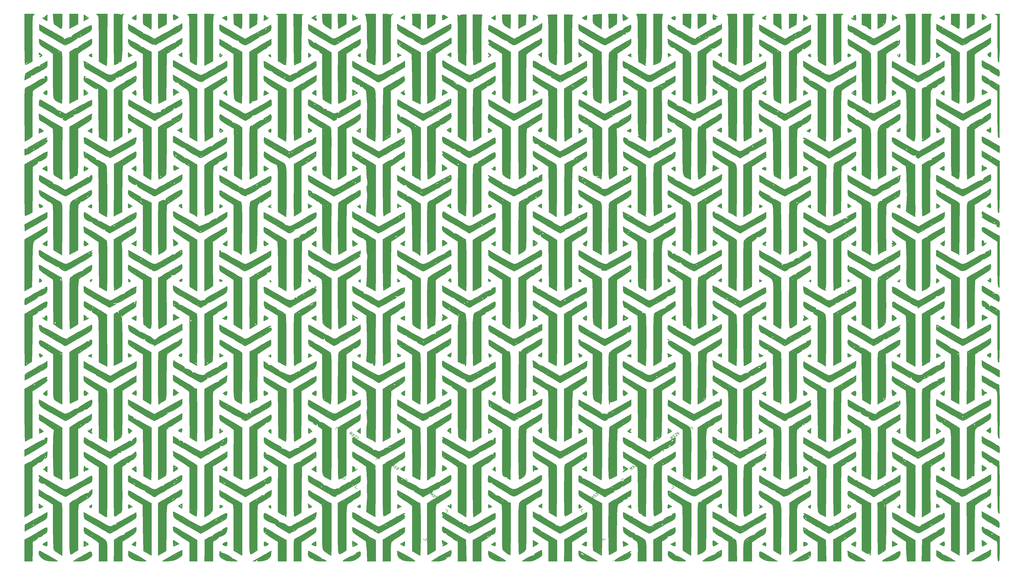
<source format=gbr>
G04 #@! TF.GenerationSoftware,KiCad,Pcbnew,(5.1.4)-1*
G04 #@! TF.CreationDate,2023-11-05T18:19:01-05:00*
G04 #@! TF.ProjectId,ThumbsUp,5468756d-6273-4557-902e-6b696361645f,rev?*
G04 #@! TF.SameCoordinates,Original*
G04 #@! TF.FileFunction,Legend,Top*
G04 #@! TF.FilePolarity,Positive*
%FSLAX46Y46*%
G04 Gerber Fmt 4.6, Leading zero omitted, Abs format (unit mm)*
G04 Created by KiCad (PCBNEW (5.1.4)-1) date 2023-11-05 18:19:01*
%MOMM*%
%LPD*%
G04 APERTURE LIST*
%ADD10C,0.150000*%
%ADD11C,0.010000*%
G04 APERTURE END LIST*
D10*
X168749338Y53251630D02*
X168147523Y54050265D01*
X176572934Y42869368D02*
X177371569Y43471183D01*
X168946159Y54652080D02*
X168147523Y54050265D01*
X176572934Y42869368D02*
X175971119Y43668004D01*
X187152016Y52093414D02*
X187753831Y51294779D01*
X179328420Y62475676D02*
X178529785Y61873861D01*
X186955195Y50692964D02*
X187753831Y51294779D01*
X179328420Y62475676D02*
X179930235Y61677040D01*
X106525023Y61650749D02*
X107126838Y62449385D01*
X98701427Y51268488D02*
X99500063Y50666673D01*
X107925473Y61847570D02*
X107126838Y62449385D01*
X98701427Y51268488D02*
X99303242Y52067123D01*
X110484139Y43641713D02*
X109882324Y42843077D01*
X118307735Y54023974D02*
X117509099Y54625789D01*
X109083689Y43444892D02*
X109882324Y42843077D01*
X118307735Y54023974D02*
X117705920Y53225339D01*
X183923413Y64686115D02*
X183321598Y65484750D01*
X191747009Y54303853D02*
X192545644Y54905668D01*
X184120234Y66086565D02*
X183321598Y65484750D01*
X191747009Y54303853D02*
X191145194Y55102489D01*
X202326091Y63527899D02*
X202927906Y62729264D01*
X194502495Y73910161D02*
X193703860Y73308346D01*
X202129270Y62127449D02*
X202927906Y62729264D01*
X194502495Y73910161D02*
X195104310Y73111525D01*
X199097488Y76120601D02*
X198495673Y76919236D01*
X206921084Y65738339D02*
X207719719Y66340154D01*
X199294309Y77521051D02*
X198495673Y76919236D01*
X206921084Y65738339D02*
X206319269Y66536975D01*
X217500166Y74962385D02*
X218101981Y74163750D01*
X209676570Y85344647D02*
X208877935Y84742832D01*
X217303345Y73561935D02*
X218101981Y74163750D01*
X209676570Y85344647D02*
X210278385Y84546011D01*
X76176874Y84519720D02*
X76778689Y85318356D01*
X68353278Y74137459D02*
X69151914Y73535644D01*
X77577324Y84716541D02*
X76778689Y85318356D01*
X68353278Y74137459D02*
X68955093Y74936094D01*
X80135990Y66510684D02*
X79534175Y65712048D01*
X87959586Y76892945D02*
X87160950Y77494760D01*
X78735540Y66313863D02*
X79534175Y65712048D01*
X87959586Y76892945D02*
X87357771Y76094310D01*
X91350948Y73085234D02*
X91952763Y73883870D01*
X83527352Y62702973D02*
X84325988Y62101158D01*
X92751398Y73282055D02*
X91952763Y73883870D01*
X83527352Y62702973D02*
X84129167Y63501608D01*
X95310064Y55076198D02*
X94708249Y54277562D01*
X103133660Y65458459D02*
X102335024Y66060274D01*
X93909614Y54879377D02*
X94708249Y54277562D01*
X103133660Y65458459D02*
X102531845Y64659824D01*
D11*
G36*
X318756195Y240200937D02*
G01*
X319275870Y239850926D01*
X319787440Y239442838D01*
X320101646Y239120072D01*
X320130000Y239052072D01*
X319925595Y238815283D01*
X319446898Y238465654D01*
X318895688Y238133859D01*
X318473747Y237950575D01*
X318417695Y237943158D01*
X318322676Y238182305D01*
X318265706Y238787326D01*
X318261134Y239012631D01*
X319194211Y239012631D01*
X319215409Y238766256D01*
X319312116Y238745263D01*
X319584382Y238939349D01*
X319595263Y239012631D01*
X319504041Y239273048D01*
X319477358Y239280000D01*
X319249087Y239092645D01*
X319194211Y239012631D01*
X318261134Y239012631D01*
X318258421Y239146316D01*
X318290075Y239864087D01*
X318370157Y240294447D01*
X318417674Y240349473D01*
X318756195Y240200937D01*
X318756195Y240200937D01*
G37*
X318756195Y240200937D02*
X319275870Y239850926D01*
X319787440Y239442838D01*
X320101646Y239120072D01*
X320130000Y239052072D01*
X319925595Y238815283D01*
X319446898Y238465654D01*
X318895688Y238133859D01*
X318473747Y237950575D01*
X318417695Y237943158D01*
X318322676Y238182305D01*
X318265706Y238787326D01*
X318261134Y239012631D01*
X319194211Y239012631D01*
X319215409Y238766256D01*
X319312116Y238745263D01*
X319584382Y238939349D01*
X319595263Y239012631D01*
X319504041Y239273048D01*
X319477358Y239280000D01*
X319249087Y239092645D01*
X319194211Y239012631D01*
X318261134Y239012631D01*
X318258421Y239146316D01*
X318290075Y239864087D01*
X318370157Y240294447D01*
X318417674Y240349473D01*
X318756195Y240200937D01*
G36*
X304312184Y239579358D02*
G01*
X304354184Y239000690D01*
X304355263Y238878947D01*
X304316937Y238234359D01*
X304125770Y238001698D01*
X303667481Y238132035D01*
X303188492Y238379412D01*
X302422773Y238794256D01*
X302562036Y238878947D01*
X303285790Y238878947D01*
X303419474Y238745263D01*
X303553158Y238878947D01*
X303419474Y239012631D01*
X303285790Y238878947D01*
X302562036Y238878947D01*
X303261796Y239304496D01*
X303842944Y239638865D01*
X304200284Y239809213D01*
X304228041Y239814737D01*
X304312184Y239579358D01*
X304312184Y239579358D01*
G37*
X304312184Y239579358D02*
X304354184Y239000690D01*
X304355263Y238878947D01*
X304316937Y238234359D01*
X304125770Y238001698D01*
X303667481Y238132035D01*
X303188492Y238379412D01*
X302422773Y238794256D01*
X302562036Y238878947D01*
X303285790Y238878947D01*
X303419474Y238745263D01*
X303553158Y238878947D01*
X303419474Y239012631D01*
X303285790Y238878947D01*
X302562036Y238878947D01*
X303261796Y239304496D01*
X303842944Y239638865D01*
X304200284Y239809213D01*
X304228041Y239814737D01*
X304312184Y239579358D01*
G36*
X237472775Y239654647D02*
G01*
X237513158Y239428800D01*
X237338963Y239061634D01*
X237178947Y239008537D01*
X237009356Y238936643D01*
X237211536Y238772091D01*
X237515593Y238451617D01*
X237387010Y238246219D01*
X236926807Y238237031D01*
X236644211Y238316441D01*
X236075455Y238571373D01*
X235978477Y238819854D01*
X236359131Y239154265D01*
X236711053Y239371153D01*
X237248681Y239658284D01*
X237472775Y239654647D01*
X237472775Y239654647D01*
G37*
X237472775Y239654647D02*
X237513158Y239428800D01*
X237338963Y239061634D01*
X237178947Y239008537D01*
X237009356Y238936643D01*
X237211536Y238772091D01*
X237515593Y238451617D01*
X237387010Y238246219D01*
X236926807Y238237031D01*
X236644211Y238316441D01*
X236075455Y238571373D01*
X235978477Y238819854D01*
X236359131Y239154265D01*
X236711053Y239371153D01*
X237248681Y239658284D01*
X237472775Y239654647D01*
G36*
X217897534Y240209287D02*
G01*
X218455640Y239855364D01*
X218744711Y239657279D01*
X219270158Y239253683D01*
X219328308Y239105447D01*
X219131579Y239140559D01*
X218654807Y239178218D01*
X218530000Y239030649D01*
X218739128Y238762697D01*
X218848471Y238745263D01*
X218930513Y238638259D01*
X218696093Y238394929D01*
X218299931Y238131796D01*
X217896743Y237965385D01*
X217794737Y237951661D01*
X217561151Y238199725D01*
X217463268Y238944196D01*
X217460526Y239146316D01*
X217489919Y239864105D01*
X217564281Y240294461D01*
X217608396Y240349473D01*
X217897534Y240209287D01*
X217897534Y240209287D01*
G37*
X217897534Y240209287D02*
X218455640Y239855364D01*
X218744711Y239657279D01*
X219270158Y239253683D01*
X219328308Y239105447D01*
X219131579Y239140559D01*
X218654807Y239178218D01*
X218530000Y239030649D01*
X218739128Y238762697D01*
X218848471Y238745263D01*
X218930513Y238638259D01*
X218696093Y238394929D01*
X218299931Y238131796D01*
X217896743Y237965385D01*
X217794737Y237951661D01*
X217561151Y238199725D01*
X217463268Y238944196D01*
X217460526Y239146316D01*
X217489919Y239864105D01*
X217564281Y240294461D01*
X217608396Y240349473D01*
X217897534Y240209287D01*
G36*
X203579037Y239272791D02*
G01*
X203632767Y238665148D01*
X203626836Y238632652D01*
X203489145Y238127824D01*
X203239969Y237999220D01*
X202717262Y238191950D01*
X202554737Y238269479D01*
X202041186Y238623046D01*
X202056908Y238963738D01*
X202508787Y239291181D01*
X203184102Y239493410D01*
X203579037Y239272791D01*
X203579037Y239272791D01*
G37*
X203579037Y239272791D02*
X203632767Y238665148D01*
X203626836Y238632652D01*
X203489145Y238127824D01*
X203239969Y237999220D01*
X202717262Y238191950D01*
X202554737Y238269479D01*
X202041186Y238623046D01*
X202056908Y238963738D01*
X202508787Y239291181D01*
X203184102Y239493410D01*
X203579037Y239272791D01*
G36*
X170360605Y239579358D02*
G01*
X170402605Y239000690D01*
X170403684Y238878947D01*
X170307167Y238187744D01*
X169988292Y237960359D01*
X169403075Y238179697D01*
X169151104Y238344210D01*
X169868947Y238344210D01*
X170002632Y238210526D01*
X170136316Y238344210D01*
X170002632Y238477895D01*
X169868947Y238344210D01*
X169151104Y238344210D01*
X169105045Y238374282D01*
X168489529Y238805406D01*
X169319385Y239310071D01*
X169897324Y239642288D01*
X170250821Y239809869D01*
X170276462Y239814737D01*
X170360605Y239579358D01*
X170360605Y239579358D01*
G37*
X170360605Y239579358D02*
X170402605Y239000690D01*
X170403684Y238878947D01*
X170307167Y238187744D01*
X169988292Y237960359D01*
X169403075Y238179697D01*
X169151104Y238344210D01*
X169868947Y238344210D01*
X170002632Y238210526D01*
X170136316Y238344210D01*
X170002632Y238477895D01*
X169868947Y238344210D01*
X169151104Y238344210D01*
X169105045Y238374282D01*
X168489529Y238805406D01*
X169319385Y239310071D01*
X169897324Y239642288D01*
X170250821Y239809869D01*
X170276462Y239814737D01*
X170360605Y239579358D01*
G36*
X136180526Y238894063D02*
G01*
X136112675Y238193210D01*
X135864880Y237979746D01*
X135370779Y238223312D01*
X135126319Y238411769D01*
X134547609Y238880380D01*
X135364068Y239362674D01*
X136180526Y239844969D01*
X136180526Y238894063D01*
X136180526Y238894063D01*
G37*
X136180526Y238894063D02*
X136112675Y238193210D01*
X135864880Y237979746D01*
X135370779Y238223312D01*
X135126319Y238411769D01*
X134547609Y238880380D01*
X135364068Y239362674D01*
X136180526Y239844969D01*
X136180526Y238894063D01*
G36*
X116863584Y239919715D02*
G01*
X117496874Y239566912D01*
X118344041Y239051719D01*
X117436494Y238498438D01*
X116811501Y238145437D01*
X116384744Y237954920D01*
X116328421Y237944157D01*
X116202827Y238180831D01*
X116132994Y238773256D01*
X116127895Y239012631D01*
X116179059Y239736116D01*
X116393709Y240026096D01*
X116863584Y239919715D01*
X116863584Y239919715D01*
G37*
X116863584Y239919715D02*
X117496874Y239566912D01*
X118344041Y239051719D01*
X117436494Y238498438D01*
X116811501Y238145437D01*
X116384744Y237954920D01*
X116328421Y237944157D01*
X116202827Y238180831D01*
X116132994Y238773256D01*
X116127895Y239012631D01*
X116179059Y239736116D01*
X116393709Y240026096D01*
X116863584Y239919715D01*
G36*
X102224737Y238874622D02*
G01*
X102153330Y238257874D01*
X101977841Y237950812D01*
X101941589Y237943158D01*
X101781907Y238106958D01*
X101823684Y238210526D01*
X101730286Y238409969D01*
X101320506Y238477895D01*
X100687793Y238568116D01*
X100553995Y238809740D01*
X100920100Y239159207D01*
X101300398Y239365299D01*
X102224737Y239806085D01*
X102224737Y238874622D01*
X102224737Y238874622D01*
G37*
X102224737Y238874622D02*
X102153330Y238257874D01*
X101977841Y237950812D01*
X101941589Y237943158D01*
X101781907Y238106958D01*
X101823684Y238210526D01*
X101730286Y238409969D01*
X101320506Y238477895D01*
X100687793Y238568116D01*
X100553995Y238809740D01*
X100920100Y239159207D01*
X101300398Y239365299D01*
X102224737Y239806085D01*
X102224737Y238874622D01*
G36*
X15777051Y240115983D02*
G01*
X16304408Y239869919D01*
X16885411Y239526229D01*
X17331316Y239194267D01*
X17463947Y239012631D01*
X17255030Y238800603D01*
X16757849Y238480274D01*
X16171138Y238164203D01*
X15693629Y237964949D01*
X15575701Y237943158D01*
X15419128Y238179741D01*
X15334738Y238767865D01*
X15330000Y238968070D01*
X15368715Y239669682D01*
X15464541Y240112613D01*
X15492086Y240155068D01*
X15777051Y240115983D01*
X15777051Y240115983D01*
G37*
X15777051Y240115983D02*
X16304408Y239869919D01*
X16885411Y239526229D01*
X17331316Y239194267D01*
X17463947Y239012631D01*
X17255030Y238800603D01*
X16757849Y238480274D01*
X16171138Y238164203D01*
X15693629Y237964949D01*
X15575701Y237943158D01*
X15419128Y238179741D01*
X15334738Y238767865D01*
X15330000Y238968070D01*
X15368715Y239669682D01*
X15464541Y240112613D01*
X15492086Y240155068D01*
X15777051Y240115983D01*
G36*
X1624582Y238978733D02*
G01*
X1591215Y238271612D01*
X1353703Y238004172D01*
X818902Y238124270D01*
X424211Y238306755D01*
X-32905Y238573768D01*
X-101623Y238813531D01*
X245790Y239138121D01*
X706269Y239446628D01*
X1583286Y240014308D01*
X1624582Y238978733D01*
X1624582Y238978733D01*
G37*
X1624582Y238978733D02*
X1591215Y238271612D01*
X1353703Y238004172D01*
X818902Y238124270D01*
X424211Y238306755D01*
X-32905Y238573768D01*
X-101623Y238813531D01*
X245790Y239138121D01*
X706269Y239446628D01*
X1583286Y240014308D01*
X1624582Y238978733D01*
G36*
X285096967Y239878644D02*
G01*
X285104737Y239814737D01*
X285316605Y239560635D01*
X285438947Y239538865D01*
X285903176Y239381337D01*
X286280628Y239146241D01*
X286608556Y238854727D01*
X286508480Y238672158D01*
X286106073Y238502815D01*
X285533780Y238211021D01*
X285248614Y237959650D01*
X284937392Y237668992D01*
X284704460Y237868250D01*
X284581396Y238514644D01*
X284570000Y238878947D01*
X285104737Y238878947D01*
X285238421Y238745263D01*
X285372105Y238878947D01*
X285238421Y239012631D01*
X285104737Y238878947D01*
X284570000Y238878947D01*
X284623105Y239596482D01*
X284757465Y240026898D01*
X284837369Y240082105D01*
X285096967Y239878644D01*
X285096967Y239878644D01*
G37*
X285096967Y239878644D02*
X285104737Y239814737D01*
X285316605Y239560635D01*
X285438947Y239538865D01*
X285903176Y239381337D01*
X286280628Y239146241D01*
X286608556Y238854727D01*
X286508480Y238672158D01*
X286106073Y238502815D01*
X285533780Y238211021D01*
X285248614Y237959650D01*
X284937392Y237668992D01*
X284704460Y237868250D01*
X284581396Y238514644D01*
X284570000Y238878947D01*
X285104737Y238878947D01*
X285238421Y238745263D01*
X285372105Y238878947D01*
X285238421Y239012631D01*
X285104737Y238878947D01*
X284570000Y238878947D01*
X284623105Y239596482D01*
X284757465Y240026898D01*
X284837369Y240082105D01*
X285096967Y239878644D01*
G36*
X271080536Y239829899D02*
G01*
X271152851Y239417913D01*
X271174288Y238630108D01*
X271122420Y238140008D01*
X271024049Y237811429D01*
X270970621Y237892095D01*
X270793123Y238117446D01*
X270677718Y238083564D01*
X270285240Y238094061D01*
X269769820Y238334732D01*
X269389207Y238664928D01*
X269330000Y238818985D01*
X269526774Y238870954D01*
X269931579Y238710896D01*
X270335808Y238516892D01*
X270338668Y238616663D01*
X270186201Y238811085D01*
X270004398Y239167070D01*
X270079969Y239280000D01*
X270399474Y239280000D01*
X270497300Y239059925D01*
X270577719Y239101754D01*
X270609718Y239419058D01*
X270577719Y239458245D01*
X270418769Y239421544D01*
X270399474Y239280000D01*
X270079969Y239280000D01*
X270218422Y239486897D01*
X270453570Y239664869D01*
X270897313Y239937777D01*
X271080536Y239829899D01*
X271080536Y239829899D01*
G37*
X271080536Y239829899D02*
X271152851Y239417913D01*
X271174288Y238630108D01*
X271122420Y238140008D01*
X271024049Y237811429D01*
X270970621Y237892095D01*
X270793123Y238117446D01*
X270677718Y238083564D01*
X270285240Y238094061D01*
X269769820Y238334732D01*
X269389207Y238664928D01*
X269330000Y238818985D01*
X269526774Y238870954D01*
X269931579Y238710896D01*
X270335808Y238516892D01*
X270338668Y238616663D01*
X270186201Y238811085D01*
X270004398Y239167070D01*
X270079969Y239280000D01*
X270399474Y239280000D01*
X270497300Y239059925D01*
X270577719Y239101754D01*
X270609718Y239419058D01*
X270577719Y239458245D01*
X270418769Y239421544D01*
X270399474Y239280000D01*
X270079969Y239280000D01*
X270218422Y239486897D01*
X270453570Y239664869D01*
X270897313Y239937777D01*
X271080536Y239829899D01*
G36*
X252329806Y239488214D02*
G01*
X252931839Y239034081D01*
X253060222Y238691878D01*
X252704770Y238348915D01*
X252201467Y238068074D01*
X251416316Y237662057D01*
X251416316Y240087021D01*
X252329806Y239488214D01*
X252329806Y239488214D01*
G37*
X252329806Y239488214D02*
X252931839Y239034081D01*
X253060222Y238691878D01*
X252704770Y238348915D01*
X252201467Y238068074D01*
X251416316Y237662057D01*
X251416316Y240087021D01*
X252329806Y239488214D01*
G36*
X184574211Y239772460D02*
G01*
X185097713Y239328622D01*
X185366747Y238989517D01*
X185376316Y238946571D01*
X185543099Y238833984D01*
X185643684Y238878947D01*
X185890333Y238896590D01*
X185908967Y238827884D01*
X185663728Y238554396D01*
X184977420Y238158819D01*
X184106316Y237760213D01*
X183897649Y237835621D01*
X183792903Y238330207D01*
X183772105Y238992030D01*
X183772105Y239280000D01*
X184039474Y239280000D01*
X184137300Y239059925D01*
X184217719Y239101754D01*
X184249718Y239419058D01*
X184217719Y239458245D01*
X184058769Y239421544D01*
X184039474Y239280000D01*
X183772105Y239280000D01*
X183772105Y240365481D01*
X184574211Y239772460D01*
X184574211Y239772460D01*
G37*
X184574211Y239772460D02*
X185097713Y239328622D01*
X185366747Y238989517D01*
X185376316Y238946571D01*
X185543099Y238833984D01*
X185643684Y238878947D01*
X185890333Y238896590D01*
X185908967Y238827884D01*
X185663728Y238554396D01*
X184977420Y238158819D01*
X184106316Y237760213D01*
X183897649Y237835621D01*
X183792903Y238330207D01*
X183772105Y238992030D01*
X183772105Y239280000D01*
X184039474Y239280000D01*
X184137300Y239059925D01*
X184217719Y239101754D01*
X184249718Y239419058D01*
X184217719Y239458245D01*
X184058769Y239421544D01*
X184039474Y239280000D01*
X183772105Y239280000D01*
X183772105Y240365481D01*
X184574211Y239772460D01*
G36*
X150795406Y239932150D02*
G01*
X151421213Y239586039D01*
X151873671Y239285426D01*
X152008614Y239043574D01*
X151784879Y238760383D01*
X151161303Y238335755D01*
X150818947Y238121475D01*
X150083684Y237663462D01*
X150083684Y238587232D01*
X150618421Y238587232D01*
X150820821Y238584578D01*
X151019474Y238648575D01*
X151373700Y238929081D01*
X151420526Y239073975D01*
X151261552Y239162529D01*
X151019474Y239012631D01*
X150687430Y238696253D01*
X150618421Y238587232D01*
X150083684Y238587232D01*
X150083684Y238872784D01*
X150131698Y239679389D01*
X150337872Y240015944D01*
X150795406Y239932150D01*
X150795406Y239932150D01*
G37*
X150795406Y239932150D02*
X151421213Y239586039D01*
X151873671Y239285426D01*
X152008614Y239043574D01*
X151784879Y238760383D01*
X151161303Y238335755D01*
X150818947Y238121475D01*
X150083684Y237663462D01*
X150083684Y238587232D01*
X150618421Y238587232D01*
X150820821Y238584578D01*
X151019474Y238648575D01*
X151373700Y238929081D01*
X151420526Y239073975D01*
X151261552Y239162529D01*
X151019474Y239012631D01*
X150687430Y238696253D01*
X150618421Y238587232D01*
X150083684Y238587232D01*
X150083684Y238872784D01*
X150131698Y239679389D01*
X150337872Y240015944D01*
X150795406Y239932150D01*
G36*
X82852292Y239874604D02*
G01*
X82802022Y239729420D01*
X82753347Y239552043D01*
X82832815Y239604803D01*
X83206107Y239644779D01*
X83580223Y239509223D01*
X83931296Y239249377D01*
X83816229Y239018142D01*
X83745595Y238966378D01*
X83596874Y238811290D01*
X83921387Y238864116D01*
X83976842Y238879450D01*
X84468532Y238943498D01*
X84550548Y238793385D01*
X84257107Y238513123D01*
X83709474Y238222973D01*
X83071679Y237943542D01*
X82663337Y237753320D01*
X82640000Y237741023D01*
X82527799Y237916558D01*
X82455025Y238485204D01*
X82439474Y239006130D01*
X82485831Y239833205D01*
X82616844Y240210466D01*
X82711203Y240213094D01*
X82852292Y239874604D01*
X82852292Y239874604D01*
G37*
X82852292Y239874604D02*
X82802022Y239729420D01*
X82753347Y239552043D01*
X82832815Y239604803D01*
X83206107Y239644779D01*
X83580223Y239509223D01*
X83931296Y239249377D01*
X83816229Y239018142D01*
X83745595Y238966378D01*
X83596874Y238811290D01*
X83921387Y238864116D01*
X83976842Y238879450D01*
X84468532Y238943498D01*
X84550548Y238793385D01*
X84257107Y238513123D01*
X83709474Y238222973D01*
X83071679Y237943542D01*
X82663337Y237753320D01*
X82640000Y237741023D01*
X82527799Y237916558D01*
X82455025Y238485204D01*
X82439474Y239006130D01*
X82485831Y239833205D01*
X82616844Y240210466D01*
X82711203Y240213094D01*
X82852292Y239874604D01*
G36*
X69054657Y239508715D02*
G01*
X68658547Y239081430D01*
X68639948Y239066818D01*
X68318768Y238794381D01*
X68423117Y238776214D01*
X68603158Y238834586D01*
X68957135Y238839142D01*
X69069394Y238439277D01*
X69071053Y238335819D01*
X69064507Y237882943D01*
X68961162Y237734806D01*
X68635451Y237880552D01*
X68057517Y238248190D01*
X67177666Y238811582D01*
X68057517Y239418614D01*
X68664011Y239731747D01*
X69026435Y239743634D01*
X69054657Y239508715D01*
X69054657Y239508715D01*
G37*
X69054657Y239508715D02*
X68658547Y239081430D01*
X68639948Y239066818D01*
X68318768Y238794381D01*
X68423117Y238776214D01*
X68603158Y238834586D01*
X68957135Y238839142D01*
X69069394Y238439277D01*
X69071053Y238335819D01*
X69064507Y237882943D01*
X68961162Y237734806D01*
X68635451Y237880552D01*
X68057517Y238248190D01*
X67177666Y238811582D01*
X68057517Y239418614D01*
X68664011Y239731747D01*
X69026435Y239743634D01*
X69054657Y239508715D01*
G36*
X49710099Y239809989D02*
G01*
X49985505Y239635961D01*
X50395548Y239266127D01*
X50472765Y238986448D01*
X50538899Y238862057D01*
X50742429Y238910615D01*
X51127641Y238987607D01*
X51153324Y238832638D01*
X50882545Y238541399D01*
X50378372Y238209580D01*
X50231519Y238135428D01*
X49305670Y237693921D01*
X49329320Y238872167D01*
X49357366Y239592461D01*
X49457025Y239873330D01*
X49710099Y239809989D01*
X49710099Y239809989D01*
G37*
X49710099Y239809989D02*
X49985505Y239635961D01*
X50395548Y239266127D01*
X50472765Y238986448D01*
X50538899Y238862057D01*
X50742429Y238910615D01*
X51127641Y238987607D01*
X51153324Y238832638D01*
X50882545Y238541399D01*
X50378372Y238209580D01*
X50231519Y238135428D01*
X49305670Y237693921D01*
X49329320Y238872167D01*
X49357366Y239592461D01*
X49457025Y239873330D01*
X49710099Y239809989D01*
G36*
X35582066Y239368896D02*
G01*
X35601754Y239257578D01*
X35632337Y238537296D01*
X35601754Y238218382D01*
X35521275Y237897381D01*
X35333186Y237851763D01*
X34895416Y238088002D01*
X34618054Y238263199D01*
X33719792Y238834897D01*
X34618054Y239302394D01*
X35206079Y239588844D01*
X35476587Y239613327D01*
X35582066Y239368896D01*
X35582066Y239368896D01*
G37*
X35582066Y239368896D02*
X35601754Y239257578D01*
X35632337Y238537296D01*
X35601754Y238218382D01*
X35521275Y237897381D01*
X35333186Y237851763D01*
X34895416Y238088002D01*
X34618054Y238263199D01*
X33719792Y238834897D01*
X34618054Y239302394D01*
X35206079Y239588844D01*
X35476587Y239613327D01*
X35582066Y239368896D01*
G36*
X-17155263Y239511942D02*
G01*
X-16568010Y239122786D01*
X-16242589Y238824259D01*
X-16219474Y238768373D01*
X-16436914Y238542338D01*
X-16977004Y238219202D01*
X-17155263Y238130687D01*
X-18091053Y237684441D01*
X-18091053Y239133334D01*
X-17445148Y239133334D01*
X-17420739Y239009569D01*
X-17134771Y238787930D01*
X-16828313Y238750735D01*
X-16754210Y238850342D01*
X-16963935Y239022057D01*
X-17169150Y239114648D01*
X-17445148Y239133334D01*
X-18091053Y239133334D01*
X-18091053Y240064071D01*
X-17155263Y239511942D01*
X-17155263Y239511942D01*
G37*
X-17155263Y239511942D02*
X-16568010Y239122786D01*
X-16242589Y238824259D01*
X-16219474Y238768373D01*
X-16436914Y238542338D01*
X-16977004Y238219202D01*
X-17155263Y238130687D01*
X-18091053Y237684441D01*
X-18091053Y239133334D01*
X-17445148Y239133334D01*
X-17420739Y239009569D01*
X-17134771Y238787930D01*
X-16828313Y238750735D01*
X-16754210Y238850342D01*
X-16963935Y239022057D01*
X-17169150Y239114648D01*
X-17445148Y239133334D01*
X-18091053Y239133334D01*
X-18091053Y240064071D01*
X-17155263Y239511942D01*
G36*
X-31726842Y238891429D02*
G01*
X-31739965Y238173542D01*
X-31773211Y237746324D01*
X-31793684Y237692889D01*
X-32051952Y237810820D01*
X-32602733Y238079543D01*
X-32729474Y238142449D01*
X-33265324Y238477853D01*
X-33568786Y238787962D01*
X-33580731Y238972732D01*
X-33242030Y238932118D01*
X-33183482Y238910615D01*
X-32890044Y238867512D01*
X-32888566Y238948852D01*
X-32786031Y239228176D01*
X-32371287Y239624011D01*
X-32367715Y239626692D01*
X-31726842Y240107069D01*
X-31726842Y238891429D01*
X-31726842Y238891429D01*
G37*
X-31726842Y238891429D02*
X-31739965Y238173542D01*
X-31773211Y237746324D01*
X-31793684Y237692889D01*
X-32051952Y237810820D01*
X-32602733Y238079543D01*
X-32729474Y238142449D01*
X-33265324Y238477853D01*
X-33568786Y238787962D01*
X-33580731Y238972732D01*
X-33242030Y238932118D01*
X-33183482Y238910615D01*
X-32890044Y238867512D01*
X-32888566Y238948852D01*
X-32786031Y239228176D01*
X-32371287Y239624011D01*
X-32367715Y239626692D01*
X-31726842Y240107069D01*
X-31726842Y238891429D01*
G36*
X315584737Y238319179D02*
G01*
X315569780Y237274656D01*
X315505522Y236646468D01*
X315362883Y236316593D01*
X315112780Y236167013D01*
X315050000Y236149049D01*
X314617068Y235958405D01*
X314515263Y235822547D01*
X314297907Y235599622D01*
X313757999Y235278199D01*
X313579474Y235189635D01*
X312643684Y234743388D01*
X312643684Y240349473D01*
X315584737Y240349473D01*
X315584737Y238319179D01*
X315584737Y238319179D01*
G37*
X315584737Y238319179D02*
X315569780Y237274656D01*
X315505522Y236646468D01*
X315362883Y236316593D01*
X315112780Y236167013D01*
X315050000Y236149049D01*
X314617068Y235958405D01*
X314515263Y235822547D01*
X314297907Y235599622D01*
X313757999Y235278199D01*
X313579474Y235189635D01*
X312643684Y234743388D01*
X312643684Y240349473D01*
X315584737Y240349473D01*
X315584737Y238319179D01*
G36*
X309970000Y237542105D02*
G01*
X309952231Y236390801D01*
X309904179Y235469875D01*
X309833724Y234889319D01*
X309769474Y234743427D01*
X309451733Y234878627D01*
X308828560Y235221179D01*
X308173639Y235612374D01*
X307428824Y236071579D01*
X308365790Y236071579D01*
X308463615Y235851504D01*
X308544035Y235893333D01*
X308576034Y236210637D01*
X308544035Y236249824D01*
X308385085Y236213123D01*
X308365790Y236071579D01*
X307428824Y236071579D01*
X306778330Y236472631D01*
X306769955Y238411052D01*
X306761579Y240349473D01*
X309970000Y240349473D01*
X309970000Y237542105D01*
X309970000Y237542105D01*
G37*
X309970000Y237542105D02*
X309952231Y236390801D01*
X309904179Y235469875D01*
X309833724Y234889319D01*
X309769474Y234743427D01*
X309451733Y234878627D01*
X308828560Y235221179D01*
X308173639Y235612374D01*
X307428824Y236071579D01*
X308365790Y236071579D01*
X308463615Y235851504D01*
X308544035Y235893333D01*
X308576034Y236210637D01*
X308544035Y236249824D01*
X308385085Y236213123D01*
X308365790Y236071579D01*
X307428824Y236071579D01*
X306778330Y236472631D01*
X306769955Y238411052D01*
X306761579Y240349473D01*
X309970000Y240349473D01*
X309970000Y237542105D01*
G36*
X282431053Y238896353D02*
G01*
X282366782Y237646936D01*
X282120226Y236771507D01*
X281610770Y236119068D01*
X280757798Y235538624D01*
X280588189Y235444592D01*
X279222632Y234701363D01*
X279222632Y236606316D01*
X281227895Y236606316D01*
X281249093Y236359940D01*
X281345800Y236338947D01*
X281618067Y236533033D01*
X281628947Y236606316D01*
X281537725Y236866733D01*
X281511043Y236873684D01*
X281282772Y236686329D01*
X281227895Y236606316D01*
X279222632Y236606316D01*
X279222632Y240349473D01*
X282431053Y240349473D01*
X282431053Y238896353D01*
X282431053Y238896353D01*
G37*
X282431053Y238896353D02*
X282366782Y237646936D01*
X282120226Y236771507D01*
X281610770Y236119068D01*
X280757798Y235538624D01*
X280588189Y235444592D01*
X279222632Y234701363D01*
X279222632Y236606316D01*
X281227895Y236606316D01*
X281249093Y236359940D01*
X281345800Y236338947D01*
X281618067Y236533033D01*
X281628947Y236606316D01*
X281537725Y236866733D01*
X281511043Y236873684D01*
X281282772Y236686329D01*
X281227895Y236606316D01*
X279222632Y236606316D01*
X279222632Y240349473D01*
X282431053Y240349473D01*
X282431053Y238896353D01*
G36*
X248954405Y238337375D02*
G01*
X248876316Y236325276D01*
X247472632Y235524598D01*
X246068947Y234723920D01*
X246068947Y236205263D01*
X247405790Y236205263D01*
X247539474Y236071579D01*
X247673158Y236205263D01*
X247539474Y236338947D01*
X247405790Y236205263D01*
X246068947Y236205263D01*
X246068947Y240349473D01*
X249032493Y240349473D01*
X248954405Y238337375D01*
X248954405Y238337375D01*
G37*
X248954405Y238337375D02*
X248876316Y236325276D01*
X247472632Y235524598D01*
X246068947Y234723920D01*
X246068947Y236205263D01*
X247405790Y236205263D01*
X247539474Y236071579D01*
X247673158Y236205263D01*
X247539474Y236338947D01*
X247405790Y236205263D01*
X246068947Y236205263D01*
X246068947Y240349473D01*
X249032493Y240349473D01*
X248954405Y238337375D01*
G36*
X215054211Y236599674D02*
G01*
X213596528Y235667205D01*
X212826447Y235188005D01*
X212245664Y234851521D01*
X211992317Y234734737D01*
X211932165Y234983678D01*
X211883980Y235656863D01*
X211853528Y236643837D01*
X211852316Y236784561D01*
X213806491Y236784561D01*
X213843193Y236625611D01*
X213984737Y236606316D01*
X214204811Y236704142D01*
X214162983Y236784561D01*
X213845679Y236816560D01*
X213806491Y236784561D01*
X211852316Y236784561D01*
X211845790Y237542105D01*
X211845790Y240349473D01*
X215054211Y240349473D01*
X215054211Y236599674D01*
X215054211Y236599674D01*
G37*
X215054211Y236599674D02*
X213596528Y235667205D01*
X212826447Y235188005D01*
X212245664Y234851521D01*
X211992317Y234734737D01*
X211932165Y234983678D01*
X211883980Y235656863D01*
X211853528Y236643837D01*
X211852316Y236784561D01*
X213806491Y236784561D01*
X213843193Y236625611D01*
X213984737Y236606316D01*
X214204811Y236704142D01*
X214162983Y236784561D01*
X213845679Y236816560D01*
X213806491Y236784561D01*
X211852316Y236784561D01*
X211845790Y237542105D01*
X211845790Y240349473D01*
X215054211Y240349473D01*
X215054211Y236599674D01*
G36*
X209420396Y237542105D02*
G01*
X209370759Y236103253D01*
X209275307Y235185721D01*
X209132599Y234777938D01*
X209073302Y234753341D01*
X208694161Y234898387D01*
X208037523Y235252255D01*
X207501053Y235578054D01*
X206231053Y236384162D01*
X206231053Y240349473D01*
X209465241Y240349473D01*
X209420396Y237542105D01*
X209420396Y237542105D01*
G37*
X209420396Y237542105D02*
X209370759Y236103253D01*
X209275307Y235185721D01*
X209132599Y234777938D01*
X209073302Y234753341D01*
X208694161Y234898387D01*
X208037523Y235252255D01*
X207501053Y235578054D01*
X206231053Y236384162D01*
X206231053Y240349473D01*
X209465241Y240349473D01*
X209420396Y237542105D01*
G36*
X181633158Y238344210D02*
G01*
X181602763Y237385753D01*
X181522362Y236676713D01*
X181408127Y236347724D01*
X181384887Y236338947D01*
X180995615Y236174901D01*
X180778412Y236004737D01*
X180363030Y235693152D01*
X179748545Y235303656D01*
X179128515Y234950711D01*
X178696499Y234748778D01*
X178630781Y234734737D01*
X178578881Y234983670D01*
X178526427Y235656837D01*
X178480380Y236643785D01*
X178477535Y236740000D01*
X180563684Y236740000D01*
X180697369Y236606316D01*
X180831053Y236740000D01*
X180697369Y236873684D01*
X180563684Y236740000D01*
X178477535Y236740000D01*
X178453809Y237542105D01*
X178389339Y240349473D01*
X181633158Y240349473D01*
X181633158Y238344210D01*
X181633158Y238344210D01*
G37*
X181633158Y238344210D02*
X181602763Y237385753D01*
X181522362Y236676713D01*
X181408127Y236347724D01*
X181384887Y236338947D01*
X180995615Y236174901D01*
X180778412Y236004737D01*
X180363030Y235693152D01*
X179748545Y235303656D01*
X179128515Y234950711D01*
X178696499Y234748778D01*
X178630781Y234734737D01*
X178578881Y234983670D01*
X178526427Y235656837D01*
X178480380Y236643785D01*
X178477535Y236740000D01*
X180563684Y236740000D01*
X180697369Y236606316D01*
X180831053Y236740000D01*
X180697369Y236873684D01*
X180563684Y236740000D01*
X178477535Y236740000D01*
X178453809Y237542105D01*
X178389339Y240349473D01*
X181633158Y240349473D01*
X181633158Y238344210D01*
G36*
X147599075Y238191949D02*
G01*
X147499067Y236301792D01*
X146117691Y235512856D01*
X144736316Y234723920D01*
X144736316Y237007368D01*
X146073158Y237007368D01*
X146206842Y236873684D01*
X146340526Y237007368D01*
X146206842Y237141052D01*
X146073158Y237007368D01*
X144736316Y237007368D01*
X144736316Y240082105D01*
X147699083Y240082105D01*
X147599075Y238191949D01*
X147599075Y238191949D01*
G37*
X147599075Y238191949D02*
X147499067Y236301792D01*
X146117691Y235512856D01*
X144736316Y234723920D01*
X144736316Y237007368D01*
X146073158Y237007368D01*
X146206842Y236873684D01*
X146340526Y237007368D01*
X146206842Y237141052D01*
X146073158Y237007368D01*
X144736316Y237007368D01*
X144736316Y240082105D01*
X147699083Y240082105D01*
X147599075Y238191949D01*
G36*
X141795263Y237408421D02*
G01*
X141776654Y236288416D01*
X141726471Y235402689D01*
X141653186Y234863444D01*
X141594737Y234751899D01*
X141273494Y234895560D01*
X140665145Y235245729D01*
X140191053Y235541695D01*
X139411256Y236121903D01*
X138940708Y236736737D01*
X138701492Y237547726D01*
X138682276Y237809473D01*
X139923684Y237809473D01*
X140057369Y237675789D01*
X140191053Y237809473D01*
X140057369Y237943158D01*
X139923684Y237809473D01*
X138682276Y237809473D01*
X138615691Y238716395D01*
X138613493Y238812105D01*
X138586842Y240082105D01*
X141795263Y240082105D01*
X141795263Y237408421D01*
X141795263Y237408421D01*
G37*
X141795263Y237408421D02*
X141776654Y236288416D01*
X141726471Y235402689D01*
X141653186Y234863444D01*
X141594737Y234751899D01*
X141273494Y234895560D01*
X140665145Y235245729D01*
X140191053Y235541695D01*
X139411256Y236121903D01*
X138940708Y236736737D01*
X138701492Y237547726D01*
X138682276Y237809473D01*
X139923684Y237809473D01*
X140057369Y237675789D01*
X140191053Y237809473D01*
X140057369Y237943158D01*
X139923684Y237809473D01*
X138682276Y237809473D01*
X138615691Y238716395D01*
X138613493Y238812105D01*
X138586842Y240082105D01*
X141795263Y240082105D01*
X141795263Y237408421D01*
G36*
X113587895Y236514591D02*
G01*
X112197054Y235624664D01*
X111445287Y235157686D01*
X110884559Y234835432D01*
X110659686Y234734737D01*
X110598176Y234983221D01*
X110549381Y235653221D01*
X110519504Y236631551D01*
X110518619Y236740000D01*
X112919474Y236740000D01*
X113053158Y236606316D01*
X113186842Y236740000D01*
X113053158Y236873684D01*
X112919474Y236740000D01*
X110518619Y236740000D01*
X110513158Y237408421D01*
X110513158Y240082105D01*
X113733451Y240082105D01*
X113587895Y236514591D01*
X113587895Y236514591D01*
G37*
X113587895Y236514591D02*
X112197054Y235624664D01*
X111445287Y235157686D01*
X110884559Y234835432D01*
X110659686Y234734737D01*
X110598176Y234983221D01*
X110549381Y235653221D01*
X110519504Y236631551D01*
X110518619Y236740000D01*
X112919474Y236740000D01*
X113053158Y236606316D01*
X113186842Y236740000D01*
X113053158Y236873684D01*
X112919474Y236740000D01*
X110518619Y236740000D01*
X110513158Y237408421D01*
X110513158Y240082105D01*
X113733451Y240082105D01*
X113587895Y236514591D01*
G36*
X80285360Y236472631D02*
G01*
X78849076Y235603684D01*
X78076639Y235150684D01*
X77495377Y234836330D01*
X77252448Y234734737D01*
X77186625Y234983675D01*
X77133898Y235656852D01*
X77100573Y236643815D01*
X77092105Y237542105D01*
X77092105Y240349473D01*
X80300526Y240349473D01*
X80285360Y236472631D01*
X80285360Y236472631D01*
G37*
X80285360Y236472631D02*
X78849076Y235603684D01*
X78076639Y235150684D01*
X77495377Y234836330D01*
X77252448Y234734737D01*
X77186625Y234983675D01*
X77133898Y235656852D01*
X77100573Y236643815D01*
X77092105Y237542105D01*
X77092105Y240349473D01*
X80300526Y240349473D01*
X80285360Y236472631D01*
G36*
X46879474Y238363793D02*
G01*
X46867612Y237339576D01*
X46803783Y236714365D01*
X46645626Y236352516D01*
X46350777Y236118384D01*
X46144211Y236009507D01*
X45357313Y235577023D01*
X44673684Y235157069D01*
X43938421Y234673237D01*
X43938421Y237408421D01*
X46344737Y237408421D01*
X46442563Y237188346D01*
X46522983Y237230175D01*
X46554981Y237547479D01*
X46522983Y237586666D01*
X46364032Y237549965D01*
X46344737Y237408421D01*
X43938421Y237408421D01*
X43938421Y240349473D01*
X46879474Y240349473D01*
X46879474Y238363793D01*
X46879474Y238363793D01*
G37*
X46879474Y238363793D02*
X46867612Y237339576D01*
X46803783Y236714365D01*
X46645626Y236352516D01*
X46350777Y236118384D01*
X46144211Y236009507D01*
X45357313Y235577023D01*
X44673684Y235157069D01*
X43938421Y234673237D01*
X43938421Y237408421D01*
X46344737Y237408421D01*
X46442563Y237188346D01*
X46522983Y237230175D01*
X46554981Y237547479D01*
X46522983Y237586666D01*
X46364032Y237549965D01*
X46344737Y237408421D01*
X43938421Y237408421D01*
X43938421Y240349473D01*
X46879474Y240349473D01*
X46879474Y238363793D01*
G36*
X41264737Y237542105D02*
G01*
X41244339Y236389688D01*
X41189177Y235466523D01*
X41108303Y234883047D01*
X41034679Y234734737D01*
X40685378Y234873224D01*
X40096470Y235218512D01*
X39898363Y235349271D01*
X39199532Y235790080D01*
X38615724Y236104136D01*
X38524211Y236142985D01*
X38278627Y236325095D01*
X38135309Y236714933D01*
X38069594Y237428084D01*
X38056316Y238335819D01*
X38056316Y240349473D01*
X41264737Y240349473D01*
X41264737Y237542105D01*
X41264737Y237542105D01*
G37*
X41264737Y237542105D02*
X41244339Y236389688D01*
X41189177Y235466523D01*
X41108303Y234883047D01*
X41034679Y234734737D01*
X40685378Y234873224D01*
X40096470Y235218512D01*
X39898363Y235349271D01*
X39199532Y235790080D01*
X38615724Y236104136D01*
X38524211Y236142985D01*
X38278627Y236325095D01*
X38135309Y236714933D01*
X38069594Y237428084D01*
X38056316Y238335819D01*
X38056316Y240349473D01*
X41264737Y240349473D01*
X41264737Y237542105D01*
G36*
X12923684Y236463878D02*
G01*
X11478218Y235599308D01*
X10702471Y235149283D01*
X10118817Y234836589D01*
X9874008Y234734737D01*
X9808841Y234983675D01*
X9756639Y235656854D01*
X9723647Y236643818D01*
X9715263Y237542105D01*
X9715263Y240349473D01*
X12923684Y240349473D01*
X12923684Y236463878D01*
X12923684Y236463878D01*
G37*
X12923684Y236463878D02*
X11478218Y235599308D01*
X10702471Y235149283D01*
X10118817Y234836589D01*
X9874008Y234734737D01*
X9808841Y234983675D01*
X9756639Y235656854D01*
X9723647Y236643818D01*
X9715263Y237542105D01*
X9715263Y240349473D01*
X12923684Y240349473D01*
X12923684Y236463878D01*
G36*
X-20238900Y236472631D02*
G01*
X-21838660Y235610812D01*
X-23438421Y234748993D01*
X-23438421Y236740000D01*
X-21032105Y236740000D01*
X-20898421Y236606316D01*
X-20764737Y236740000D01*
X-20898421Y236873684D01*
X-21032105Y236740000D01*
X-23438421Y236740000D01*
X-23438421Y240349473D01*
X-20230000Y240349473D01*
X-20238900Y236472631D01*
X-20238900Y236472631D01*
G37*
X-20238900Y236472631D02*
X-21838660Y235610812D01*
X-23438421Y234748993D01*
X-23438421Y236740000D01*
X-21032105Y236740000D01*
X-20898421Y236606316D01*
X-20764737Y236740000D01*
X-20898421Y236873684D01*
X-21032105Y236740000D01*
X-23438421Y236740000D01*
X-23438421Y240349473D01*
X-20230000Y240349473D01*
X-20238900Y236472631D01*
G36*
X-26112105Y237542105D02*
G01*
X-26126736Y236189231D01*
X-26195691Y235314628D01*
X-26356567Y234862091D01*
X-26646957Y234775417D01*
X-27104456Y234998399D01*
X-27585568Y235339281D01*
X-28277215Y235826613D01*
X-28880682Y236209680D01*
X-28922410Y236233275D01*
X-29213430Y236484679D01*
X-29391122Y236925508D01*
X-29491211Y237684869D01*
X-29532766Y238439064D01*
X-29611321Y240349473D01*
X-26112105Y240349473D01*
X-26112105Y237542105D01*
X-26112105Y237542105D01*
G37*
X-26112105Y237542105D02*
X-26126736Y236189231D01*
X-26195691Y235314628D01*
X-26356567Y234862091D01*
X-26646957Y234775417D01*
X-27104456Y234998399D01*
X-27585568Y235339281D01*
X-28277215Y235826613D01*
X-28880682Y236209680D01*
X-28922410Y236233275D01*
X-29213430Y236484679D01*
X-29391122Y236925508D01*
X-29491211Y237684869D01*
X-29532766Y238439064D01*
X-29611321Y240349473D01*
X-26112105Y240349473D01*
X-26112105Y237542105D01*
G36*
X276816316Y237408421D02*
G01*
X276810655Y236228678D01*
X276795305Y235277787D01*
X276772714Y234662845D01*
X276749474Y234484316D01*
X276480963Y234584628D01*
X276081053Y234743068D01*
X275618550Y235014273D01*
X275479474Y235220301D01*
X275254069Y235452993D01*
X274687578Y235758700D01*
X274410000Y235875829D01*
X273340526Y236295930D01*
X273340526Y236472631D01*
X274142632Y236472631D01*
X274276316Y236338947D01*
X274410000Y236472631D01*
X274276316Y236606316D01*
X274142632Y236472631D01*
X273340526Y236472631D01*
X273340526Y237007368D01*
X273607895Y237007368D01*
X273741579Y236873684D01*
X273875263Y237007368D01*
X273741579Y237141052D01*
X273607895Y237007368D01*
X273340526Y237007368D01*
X273340526Y240349473D01*
X276816316Y240349473D01*
X276816316Y237408421D01*
X276816316Y237408421D01*
G37*
X276816316Y237408421D02*
X276810655Y236228678D01*
X276795305Y235277787D01*
X276772714Y234662845D01*
X276749474Y234484316D01*
X276480963Y234584628D01*
X276081053Y234743068D01*
X275618550Y235014273D01*
X275479474Y235220301D01*
X275254069Y235452993D01*
X274687578Y235758700D01*
X274410000Y235875829D01*
X273340526Y236295930D01*
X273340526Y236472631D01*
X274142632Y236472631D01*
X274276316Y236338947D01*
X274410000Y236472631D01*
X274276316Y236606316D01*
X274142632Y236472631D01*
X273340526Y236472631D01*
X273340526Y237007368D01*
X273607895Y237007368D01*
X273741579Y236873684D01*
X273875263Y237007368D01*
X273741579Y237141052D01*
X273607895Y237007368D01*
X273340526Y237007368D01*
X273340526Y240349473D01*
X276816316Y240349473D01*
X276816316Y237408421D01*
G36*
X243141539Y239213158D02*
G01*
X243157148Y238323287D01*
X243183638Y237180197D01*
X243208381Y236271959D01*
X243235011Y235369682D01*
X243254093Y234725496D01*
X243261576Y234476161D01*
X243261579Y234476147D01*
X243054502Y234610892D01*
X242510852Y234955998D01*
X241747003Y235437601D01*
X241724211Y235451934D01*
X240186842Y236418651D01*
X240186842Y236740000D01*
X240721579Y236740000D01*
X240855263Y236606316D01*
X240988947Y236740000D01*
X240855263Y236873684D01*
X240721579Y236740000D01*
X240186842Y236740000D01*
X240186842Y240349473D01*
X243127895Y240349473D01*
X243141539Y239213158D01*
X243141539Y239213158D01*
G37*
X243141539Y239213158D02*
X243157148Y238323287D01*
X243183638Y237180197D01*
X243208381Y236271959D01*
X243235011Y235369682D01*
X243254093Y234725496D01*
X243261576Y234476161D01*
X243261579Y234476147D01*
X243054502Y234610892D01*
X242510852Y234955998D01*
X241747003Y235437601D01*
X241724211Y235451934D01*
X240186842Y236418651D01*
X240186842Y236740000D01*
X240721579Y236740000D01*
X240855263Y236606316D01*
X240988947Y236740000D01*
X240855263Y236873684D01*
X240721579Y236740000D01*
X240186842Y236740000D01*
X240186842Y240349473D01*
X243127895Y240349473D01*
X243141539Y239213158D01*
G36*
X175938195Y240251454D02*
G01*
X175972073Y239960057D01*
X175986365Y239249332D01*
X175980178Y238234360D01*
X175960981Y237321122D01*
X175884737Y234489820D01*
X174810123Y235180351D01*
X175305439Y235180351D01*
X175342140Y235021400D01*
X175483684Y235002105D01*
X175703759Y235099931D01*
X175661930Y235180351D01*
X175344626Y235212349D01*
X175305439Y235180351D01*
X174810123Y235180351D01*
X174681579Y235262951D01*
X173682872Y235925841D01*
X173055844Y236440601D01*
X173002960Y236517193D01*
X173166491Y236517193D01*
X173203193Y236358243D01*
X173344737Y236338947D01*
X173564811Y236436773D01*
X173522983Y236517193D01*
X173205679Y236549192D01*
X173166491Y236517193D01*
X173002960Y236517193D01*
X172849118Y236740000D01*
X174681579Y236740000D01*
X174815263Y236606316D01*
X174948947Y236740000D01*
X174815263Y236873684D01*
X174681579Y236740000D01*
X172849118Y236740000D01*
X172714279Y236935283D01*
X172571962Y237537937D01*
X172542677Y238376615D01*
X172542632Y238439806D01*
X172542632Y240005928D01*
X174190898Y240178206D01*
X175067282Y240253560D01*
X175702116Y240277614D01*
X175938195Y240251454D01*
X175938195Y240251454D01*
G37*
X175938195Y240251454D02*
X175972073Y239960057D01*
X175986365Y239249332D01*
X175980178Y238234360D01*
X175960981Y237321122D01*
X175884737Y234489820D01*
X174810123Y235180351D01*
X175305439Y235180351D01*
X175342140Y235021400D01*
X175483684Y235002105D01*
X175703759Y235099931D01*
X175661930Y235180351D01*
X175344626Y235212349D01*
X175305439Y235180351D01*
X174810123Y235180351D01*
X174681579Y235262951D01*
X173682872Y235925841D01*
X173055844Y236440601D01*
X173002960Y236517193D01*
X173166491Y236517193D01*
X173203193Y236358243D01*
X173344737Y236338947D01*
X173564811Y236436773D01*
X173522983Y236517193D01*
X173205679Y236549192D01*
X173166491Y236517193D01*
X173002960Y236517193D01*
X172849118Y236740000D01*
X174681579Y236740000D01*
X174815263Y236606316D01*
X174948947Y236740000D01*
X174815263Y236873684D01*
X174681579Y236740000D01*
X172849118Y236740000D01*
X172714279Y236935283D01*
X172571962Y237537937D01*
X172542677Y238376615D01*
X172542632Y238439806D01*
X172542632Y240005928D01*
X174190898Y240178206D01*
X175067282Y240253560D01*
X175702116Y240277614D01*
X175938195Y240251454D01*
G36*
X108106842Y237408421D02*
G01*
X108101175Y236226687D01*
X108085808Y235271844D01*
X108063195Y234651764D01*
X108040000Y234468474D01*
X107795151Y234595512D01*
X107221216Y234926250D01*
X106502632Y235353101D01*
X105306803Y236071579D01*
X106235263Y236071579D01*
X106333089Y235851504D01*
X106413509Y235893333D01*
X106445508Y236210637D01*
X106413509Y236249824D01*
X106254559Y236213123D01*
X106235263Y236071579D01*
X105306803Y236071579D01*
X105032105Y236236623D01*
X104954017Y238293048D01*
X104875928Y240349473D01*
X108106842Y240349473D01*
X108106842Y237408421D01*
X108106842Y237408421D01*
G37*
X108106842Y237408421D02*
X108101175Y236226687D01*
X108085808Y235271844D01*
X108063195Y234651764D01*
X108040000Y234468474D01*
X107795151Y234595512D01*
X107221216Y234926250D01*
X106502632Y235353101D01*
X105306803Y236071579D01*
X106235263Y236071579D01*
X106333089Y235851504D01*
X106413509Y235893333D01*
X106445508Y236210637D01*
X106413509Y236249824D01*
X106254559Y236213123D01*
X106235263Y236071579D01*
X105306803Y236071579D01*
X105032105Y236236623D01*
X104954017Y238293048D01*
X104875928Y240349473D01*
X108106842Y240349473D01*
X108106842Y237408421D01*
G36*
X74685790Y237408421D02*
G01*
X74680124Y236227186D01*
X74664762Y235273336D01*
X74642154Y234654546D01*
X74618947Y234472448D01*
X74374897Y234603542D01*
X73810560Y234938202D01*
X73215263Y235301333D01*
X72268442Y235918778D01*
X71693738Y236443657D01*
X71393682Y237039201D01*
X71270803Y237868637D01*
X71239798Y238609574D01*
X71191932Y240349473D01*
X74685790Y240349473D01*
X74685790Y237408421D01*
X74685790Y237408421D01*
G37*
X74685790Y237408421D02*
X74680124Y236227186D01*
X74664762Y235273336D01*
X74642154Y234654546D01*
X74618947Y234472448D01*
X74374897Y234603542D01*
X73810560Y234938202D01*
X73215263Y235301333D01*
X72268442Y235918778D01*
X71693738Y236443657D01*
X71393682Y237039201D01*
X71270803Y237868637D01*
X71239798Y238609574D01*
X71191932Y240349473D01*
X74685790Y240349473D01*
X74685790Y237408421D01*
G36*
X7308947Y237408421D02*
G01*
X7301014Y236226554D01*
X7279501Y235271438D01*
X7247844Y234650997D01*
X7215379Y234467368D01*
X6963470Y234609483D01*
X6427930Y234970942D01*
X6079063Y235218444D01*
X5356488Y235706313D01*
X4745363Y236064230D01*
X4568421Y236145842D01*
X4322929Y236326050D01*
X4179640Y236713907D01*
X4177227Y236740000D01*
X4635263Y236740000D01*
X4768947Y236606316D01*
X4902632Y236740000D01*
X4768947Y236873684D01*
X4635263Y236740000D01*
X4177227Y236740000D01*
X4113888Y237424867D01*
X4100526Y238335819D01*
X4100526Y240349473D01*
X7308947Y240349473D01*
X7308947Y237408421D01*
X7308947Y237408421D01*
G37*
X7308947Y237408421D02*
X7301014Y236226554D01*
X7279501Y235271438D01*
X7247844Y234650997D01*
X7215379Y234467368D01*
X6963470Y234609483D01*
X6427930Y234970942D01*
X6079063Y235218444D01*
X5356488Y235706313D01*
X4745363Y236064230D01*
X4568421Y236145842D01*
X4322929Y236326050D01*
X4179640Y236713907D01*
X4177227Y236740000D01*
X4635263Y236740000D01*
X4768947Y236606316D01*
X4902632Y236740000D01*
X4768947Y236873684D01*
X4635263Y236740000D01*
X4177227Y236740000D01*
X4113888Y237424867D01*
X4100526Y238335819D01*
X4100526Y240349473D01*
X7308947Y240349473D01*
X7308947Y237408421D01*
G36*
X75487895Y231125263D02*
G01*
X75354211Y230991579D01*
X75220526Y231125263D01*
X75354211Y231258947D01*
X75487895Y231125263D01*
X75487895Y231125263D01*
G37*
X75487895Y231125263D02*
X75354211Y230991579D01*
X75220526Y231125263D01*
X75354211Y231258947D01*
X75487895Y231125263D01*
G36*
X321734211Y235697767D02*
G01*
X321694400Y234917518D01*
X321492122Y234450491D01*
X321003107Y234076536D01*
X320731579Y233921546D01*
X319984678Y233497222D01*
X318995293Y232922676D01*
X317991053Y232330256D01*
X316888348Y231692515D01*
X315730262Y231051914D01*
X314854814Y230591991D01*
X314072052Y230169943D01*
X313498963Y229808775D01*
X313299163Y229633796D01*
X312947132Y229361273D01*
X312303908Y229036114D01*
X311591859Y228754680D01*
X311033350Y228613329D01*
X310939980Y228611478D01*
X310481676Y228758527D01*
X310103684Y228949095D01*
X310071999Y228967502D01*
X311039474Y228967502D01*
X311235973Y228969319D01*
X311574211Y229120000D01*
X311994394Y229396114D01*
X312108947Y229539866D01*
X311912448Y229538049D01*
X311574211Y229387368D01*
X311154027Y229111254D01*
X311039474Y228967502D01*
X310071999Y228967502D01*
X309575867Y229255717D01*
X309118306Y229521052D01*
X310237369Y229521052D01*
X310371053Y229387368D01*
X310504737Y229521052D01*
X310371053Y229654737D01*
X310237369Y229521052D01*
X309118306Y229521052D01*
X308792735Y229709847D01*
X308657105Y229788421D01*
X309435263Y229788421D01*
X309568947Y229654737D01*
X309702632Y229788421D01*
X309658071Y229832982D01*
X312465439Y229832982D01*
X312502140Y229674032D01*
X312643684Y229654737D01*
X312863759Y229752563D01*
X312821930Y229832982D01*
X312504626Y229864981D01*
X312465439Y229832982D01*
X309658071Y229832982D01*
X309568947Y229922105D01*
X309435263Y229788421D01*
X308657105Y229788421D01*
X308232105Y230034633D01*
X307205902Y230646064D01*
X306862990Y230857895D01*
X308633158Y230857895D01*
X308766842Y230724210D01*
X308900526Y230857895D01*
X308766842Y230991579D01*
X308633158Y230857895D01*
X306862990Y230857895D01*
X306072751Y231346057D01*
X305999582Y231392631D01*
X306761579Y231392631D01*
X306895263Y231258947D01*
X307028947Y231392631D01*
X306895263Y231526316D01*
X306761579Y231392631D01*
X305999582Y231392631D01*
X305579534Y231660000D01*
X308633158Y231660000D01*
X308766842Y231526316D01*
X308900526Y231660000D01*
X308766842Y231793684D01*
X308633158Y231660000D01*
X305579534Y231660000D01*
X305513111Y231702279D01*
X305150232Y231927368D01*
X305959474Y231927368D01*
X306093158Y231793684D01*
X306226842Y231927368D01*
X306093158Y232061052D01*
X305959474Y231927368D01*
X305150232Y231927368D01*
X304754002Y232173143D01*
X304235685Y232462105D01*
X305157369Y232462105D01*
X305291053Y232328421D01*
X305424737Y232462105D01*
X305291053Y232595789D01*
X305157369Y232462105D01*
X304235685Y232462105D01*
X304173315Y232496876D01*
X303927577Y232595789D01*
X303611862Y232734750D01*
X303005934Y233094144D01*
X302437735Y233464737D01*
X301711991Y233982456D01*
X301335986Y234384624D01*
X301206307Y234839580D01*
X301207648Y234925465D01*
X303328888Y234925465D01*
X303393942Y234776047D01*
X303663154Y234489015D01*
X303817924Y234547896D01*
X303820526Y234585273D01*
X303630620Y234811418D01*
X303511847Y234893952D01*
X303328888Y234925465D01*
X301207648Y234925465D01*
X301215901Y235453694D01*
X301280526Y236573704D01*
X302751053Y235752119D01*
X303721374Y235208570D01*
X304916903Y234536856D01*
X306097364Y233871997D01*
X306226842Y233798947D01*
X307398469Y233138946D01*
X308622794Y232451101D01*
X309654387Y231873281D01*
X309746542Y231821808D01*
X311260978Y230976256D01*
X311533863Y231125263D01*
X312643684Y231125263D01*
X312777369Y230991579D01*
X312911053Y231125263D01*
X312777369Y231258947D01*
X312643684Y231125263D01*
X311533863Y231125263D01*
X312286542Y231536258D01*
X313186019Y232036794D01*
X314071992Y232543655D01*
X314199079Y232618031D01*
X314840284Y232911981D01*
X315312402Y232983502D01*
X315376705Y232960170D01*
X315537610Y232944198D01*
X315448503Y233134652D01*
X315387598Y233368791D01*
X315731288Y233296269D01*
X315733253Y233295515D01*
X316054753Y233217561D01*
X316048243Y233264210D01*
X317456316Y233264210D01*
X317590000Y233130526D01*
X317723684Y233264210D01*
X317590000Y233397895D01*
X317456316Y233264210D01*
X316048243Y233264210D01*
X316043917Y233295206D01*
X316023906Y233416559D01*
X316203569Y233610403D01*
X316645167Y233918694D01*
X316888438Y234066316D01*
X317723684Y234066316D01*
X317857369Y233932631D01*
X317991053Y234066316D01*
X317857369Y234200000D01*
X317723684Y234066316D01*
X316888438Y234066316D01*
X317410958Y234383392D01*
X318563202Y235046456D01*
X319060526Y235328194D01*
X319943366Y235837868D01*
X320815477Y236356850D01*
X320865263Y236387159D01*
X321734211Y236917297D01*
X321734211Y235697767D01*
X321734211Y235697767D01*
G37*
X321734211Y235697767D02*
X321694400Y234917518D01*
X321492122Y234450491D01*
X321003107Y234076536D01*
X320731579Y233921546D01*
X319984678Y233497222D01*
X318995293Y232922676D01*
X317991053Y232330256D01*
X316888348Y231692515D01*
X315730262Y231051914D01*
X314854814Y230591991D01*
X314072052Y230169943D01*
X313498963Y229808775D01*
X313299163Y229633796D01*
X312947132Y229361273D01*
X312303908Y229036114D01*
X311591859Y228754680D01*
X311033350Y228613329D01*
X310939980Y228611478D01*
X310481676Y228758527D01*
X310103684Y228949095D01*
X310071999Y228967502D01*
X311039474Y228967502D01*
X311235973Y228969319D01*
X311574211Y229120000D01*
X311994394Y229396114D01*
X312108947Y229539866D01*
X311912448Y229538049D01*
X311574211Y229387368D01*
X311154027Y229111254D01*
X311039474Y228967502D01*
X310071999Y228967502D01*
X309575867Y229255717D01*
X309118306Y229521052D01*
X310237369Y229521052D01*
X310371053Y229387368D01*
X310504737Y229521052D01*
X310371053Y229654737D01*
X310237369Y229521052D01*
X309118306Y229521052D01*
X308792735Y229709847D01*
X308657105Y229788421D01*
X309435263Y229788421D01*
X309568947Y229654737D01*
X309702632Y229788421D01*
X309658071Y229832982D01*
X312465439Y229832982D01*
X312502140Y229674032D01*
X312643684Y229654737D01*
X312863759Y229752563D01*
X312821930Y229832982D01*
X312504626Y229864981D01*
X312465439Y229832982D01*
X309658071Y229832982D01*
X309568947Y229922105D01*
X309435263Y229788421D01*
X308657105Y229788421D01*
X308232105Y230034633D01*
X307205902Y230646064D01*
X306862990Y230857895D01*
X308633158Y230857895D01*
X308766842Y230724210D01*
X308900526Y230857895D01*
X308766842Y230991579D01*
X308633158Y230857895D01*
X306862990Y230857895D01*
X306072751Y231346057D01*
X305999582Y231392631D01*
X306761579Y231392631D01*
X306895263Y231258947D01*
X307028947Y231392631D01*
X306895263Y231526316D01*
X306761579Y231392631D01*
X305999582Y231392631D01*
X305579534Y231660000D01*
X308633158Y231660000D01*
X308766842Y231526316D01*
X308900526Y231660000D01*
X308766842Y231793684D01*
X308633158Y231660000D01*
X305579534Y231660000D01*
X305513111Y231702279D01*
X305150232Y231927368D01*
X305959474Y231927368D01*
X306093158Y231793684D01*
X306226842Y231927368D01*
X306093158Y232061052D01*
X305959474Y231927368D01*
X305150232Y231927368D01*
X304754002Y232173143D01*
X304235685Y232462105D01*
X305157369Y232462105D01*
X305291053Y232328421D01*
X305424737Y232462105D01*
X305291053Y232595789D01*
X305157369Y232462105D01*
X304235685Y232462105D01*
X304173315Y232496876D01*
X303927577Y232595789D01*
X303611862Y232734750D01*
X303005934Y233094144D01*
X302437735Y233464737D01*
X301711991Y233982456D01*
X301335986Y234384624D01*
X301206307Y234839580D01*
X301207648Y234925465D01*
X303328888Y234925465D01*
X303393942Y234776047D01*
X303663154Y234489015D01*
X303817924Y234547896D01*
X303820526Y234585273D01*
X303630620Y234811418D01*
X303511847Y234893952D01*
X303328888Y234925465D01*
X301207648Y234925465D01*
X301215901Y235453694D01*
X301280526Y236573704D01*
X302751053Y235752119D01*
X303721374Y235208570D01*
X304916903Y234536856D01*
X306097364Y233871997D01*
X306226842Y233798947D01*
X307398469Y233138946D01*
X308622794Y232451101D01*
X309654387Y231873281D01*
X309746542Y231821808D01*
X311260978Y230976256D01*
X311533863Y231125263D01*
X312643684Y231125263D01*
X312777369Y230991579D01*
X312911053Y231125263D01*
X312777369Y231258947D01*
X312643684Y231125263D01*
X311533863Y231125263D01*
X312286542Y231536258D01*
X313186019Y232036794D01*
X314071992Y232543655D01*
X314199079Y232618031D01*
X314840284Y232911981D01*
X315312402Y232983502D01*
X315376705Y232960170D01*
X315537610Y232944198D01*
X315448503Y233134652D01*
X315387598Y233368791D01*
X315731288Y233296269D01*
X315733253Y233295515D01*
X316054753Y233217561D01*
X316048243Y233264210D01*
X317456316Y233264210D01*
X317590000Y233130526D01*
X317723684Y233264210D01*
X317590000Y233397895D01*
X317456316Y233264210D01*
X316048243Y233264210D01*
X316043917Y233295206D01*
X316023906Y233416559D01*
X316203569Y233610403D01*
X316645167Y233918694D01*
X316888438Y234066316D01*
X317723684Y234066316D01*
X317857369Y233932631D01*
X317991053Y234066316D01*
X317857369Y234200000D01*
X317723684Y234066316D01*
X316888438Y234066316D01*
X317410958Y234383392D01*
X318563202Y235046456D01*
X319060526Y235328194D01*
X319943366Y235837868D01*
X320815477Y236356850D01*
X320865263Y236387159D01*
X321734211Y236917297D01*
X321734211Y235697767D01*
G36*
X236376842Y235526011D02*
G01*
X237446317Y234944559D01*
X238682703Y234257081D01*
X239652105Y233707360D01*
X240816367Y233044481D01*
X242083507Y232331661D01*
X243000798Y231821871D01*
X244611596Y230934399D01*
X244929596Y231125263D01*
X247138421Y231125263D01*
X247272105Y230991579D01*
X247405790Y231125263D01*
X247272105Y231258947D01*
X247138421Y231125263D01*
X244929596Y231125263D01*
X245375061Y231392631D01*
X248475263Y231392631D01*
X248608947Y231258947D01*
X248742632Y231392631D01*
X248608947Y231526316D01*
X248475263Y231392631D01*
X245375061Y231392631D01*
X245894771Y231704561D01*
X249099123Y231704561D01*
X249135824Y231545611D01*
X249277369Y231526316D01*
X249497443Y231624142D01*
X249455614Y231704561D01*
X249138310Y231736560D01*
X249099123Y231704561D01*
X245894771Y231704561D01*
X246075535Y231813055D01*
X247148386Y232431989D01*
X248299802Y232431989D01*
X248341579Y232328421D01*
X248581838Y232073356D01*
X248624727Y232061052D01*
X248739566Y232267913D01*
X248742632Y232328421D01*
X248537092Y232585515D01*
X248459484Y232595789D01*
X248299802Y232431989D01*
X247148386Y232431989D01*
X247792776Y232803741D01*
X248281894Y233053886D01*
X250657309Y233053886D01*
X250722363Y232904468D01*
X250991575Y232617436D01*
X251146345Y232676317D01*
X251148947Y232713694D01*
X250959041Y232939839D01*
X250840268Y233022373D01*
X250657309Y233053886D01*
X248281894Y233053886D01*
X248556743Y233194449D01*
X249660700Y233194449D01*
X249923509Y233151634D01*
X250270290Y233200791D01*
X250274430Y233292061D01*
X249916587Y233355887D01*
X249761974Y233313169D01*
X249660700Y233194449D01*
X248556743Y233194449D01*
X249129152Y233487190D01*
X250071957Y233857822D01*
X250608486Y233910058D01*
X250703081Y233845424D01*
X250841400Y233737821D01*
X250789251Y233979295D01*
X250814335Y234357032D01*
X251175683Y234750909D01*
X251933761Y235208079D01*
X253020526Y235719372D01*
X254223684Y236249379D01*
X254294431Y235259401D01*
X254275343Y234565648D01*
X254015709Y234067595D01*
X253443323Y233566291D01*
X252839342Y233135183D01*
X252416467Y232886934D01*
X252338077Y232863158D01*
X252034515Y232733699D01*
X251408233Y232393050D01*
X250590363Y231912799D01*
X250527365Y231874612D01*
X249649299Y231385819D01*
X248894419Y231044367D01*
X248422378Y230922186D01*
X248414507Y230922642D01*
X248078128Y230853267D01*
X248072314Y230727279D01*
X247964897Y230500488D01*
X247551735Y230269502D01*
X247051717Y230133595D01*
X246784337Y230143126D01*
X246681395Y230035472D01*
X246726938Y229938981D01*
X246606680Y229691588D01*
X246151641Y229338627D01*
X245523114Y228974176D01*
X244882388Y228692312D01*
X244408546Y228586725D01*
X244028221Y228715778D01*
X243471566Y228986316D01*
X244464737Y228986316D01*
X244598421Y228852631D01*
X244732105Y228986316D01*
X244598421Y229120000D01*
X244464737Y228986316D01*
X243471566Y228986316D01*
X243326080Y229057023D01*
X242436585Y229543802D01*
X242192105Y229685459D01*
X241940187Y229832982D01*
X245890702Y229832982D01*
X245927403Y229674032D01*
X246068947Y229654737D01*
X246289022Y229752563D01*
X246247193Y229832982D01*
X245929889Y229864981D01*
X245890702Y229832982D01*
X241940187Y229832982D01*
X240160751Y230875016D01*
X239252936Y231407798D01*
X240005331Y231407798D01*
X240186842Y231258947D01*
X240674260Y231032704D01*
X240855263Y230999767D01*
X240903090Y231110096D01*
X240721579Y231258947D01*
X240234161Y231485191D01*
X240053158Y231518127D01*
X240005331Y231407798D01*
X239252936Y231407798D01*
X238541776Y231825166D01*
X237288612Y232570924D01*
X236354686Y233147307D01*
X235779823Y233531579D01*
X238315263Y233531579D01*
X238448947Y233397895D01*
X238582632Y233531579D01*
X238448947Y233665263D01*
X238315263Y233531579D01*
X235779823Y233531579D01*
X235693430Y233589329D01*
X235258273Y233932007D01*
X235002645Y234210357D01*
X234879975Y234459393D01*
X234843692Y234714132D01*
X234847227Y235009589D01*
X234848514Y235135789D01*
X235374211Y235135789D01*
X235507895Y235002105D01*
X235641579Y235135789D01*
X235507895Y235269473D01*
X235374211Y235135789D01*
X234848514Y235135789D01*
X234849236Y235206480D01*
X234839474Y236346645D01*
X236376842Y235526011D01*
X236376842Y235526011D01*
G37*
X236376842Y235526011D02*
X237446317Y234944559D01*
X238682703Y234257081D01*
X239652105Y233707360D01*
X240816367Y233044481D01*
X242083507Y232331661D01*
X243000798Y231821871D01*
X244611596Y230934399D01*
X244929596Y231125263D01*
X247138421Y231125263D01*
X247272105Y230991579D01*
X247405790Y231125263D01*
X247272105Y231258947D01*
X247138421Y231125263D01*
X244929596Y231125263D01*
X245375061Y231392631D01*
X248475263Y231392631D01*
X248608947Y231258947D01*
X248742632Y231392631D01*
X248608947Y231526316D01*
X248475263Y231392631D01*
X245375061Y231392631D01*
X245894771Y231704561D01*
X249099123Y231704561D01*
X249135824Y231545611D01*
X249277369Y231526316D01*
X249497443Y231624142D01*
X249455614Y231704561D01*
X249138310Y231736560D01*
X249099123Y231704561D01*
X245894771Y231704561D01*
X246075535Y231813055D01*
X247148386Y232431989D01*
X248299802Y232431989D01*
X248341579Y232328421D01*
X248581838Y232073356D01*
X248624727Y232061052D01*
X248739566Y232267913D01*
X248742632Y232328421D01*
X248537092Y232585515D01*
X248459484Y232595789D01*
X248299802Y232431989D01*
X247148386Y232431989D01*
X247792776Y232803741D01*
X248281894Y233053886D01*
X250657309Y233053886D01*
X250722363Y232904468D01*
X250991575Y232617436D01*
X251146345Y232676317D01*
X251148947Y232713694D01*
X250959041Y232939839D01*
X250840268Y233022373D01*
X250657309Y233053886D01*
X248281894Y233053886D01*
X248556743Y233194449D01*
X249660700Y233194449D01*
X249923509Y233151634D01*
X250270290Y233200791D01*
X250274430Y233292061D01*
X249916587Y233355887D01*
X249761974Y233313169D01*
X249660700Y233194449D01*
X248556743Y233194449D01*
X249129152Y233487190D01*
X250071957Y233857822D01*
X250608486Y233910058D01*
X250703081Y233845424D01*
X250841400Y233737821D01*
X250789251Y233979295D01*
X250814335Y234357032D01*
X251175683Y234750909D01*
X251933761Y235208079D01*
X253020526Y235719372D01*
X254223684Y236249379D01*
X254294431Y235259401D01*
X254275343Y234565648D01*
X254015709Y234067595D01*
X253443323Y233566291D01*
X252839342Y233135183D01*
X252416467Y232886934D01*
X252338077Y232863158D01*
X252034515Y232733699D01*
X251408233Y232393050D01*
X250590363Y231912799D01*
X250527365Y231874612D01*
X249649299Y231385819D01*
X248894419Y231044367D01*
X248422378Y230922186D01*
X248414507Y230922642D01*
X248078128Y230853267D01*
X248072314Y230727279D01*
X247964897Y230500488D01*
X247551735Y230269502D01*
X247051717Y230133595D01*
X246784337Y230143126D01*
X246681395Y230035472D01*
X246726938Y229938981D01*
X246606680Y229691588D01*
X246151641Y229338627D01*
X245523114Y228974176D01*
X244882388Y228692312D01*
X244408546Y228586725D01*
X244028221Y228715778D01*
X243471566Y228986316D01*
X244464737Y228986316D01*
X244598421Y228852631D01*
X244732105Y228986316D01*
X244598421Y229120000D01*
X244464737Y228986316D01*
X243471566Y228986316D01*
X243326080Y229057023D01*
X242436585Y229543802D01*
X242192105Y229685459D01*
X241940187Y229832982D01*
X245890702Y229832982D01*
X245927403Y229674032D01*
X246068947Y229654737D01*
X246289022Y229752563D01*
X246247193Y229832982D01*
X245929889Y229864981D01*
X245890702Y229832982D01*
X241940187Y229832982D01*
X240160751Y230875016D01*
X239252936Y231407798D01*
X240005331Y231407798D01*
X240186842Y231258947D01*
X240674260Y231032704D01*
X240855263Y230999767D01*
X240903090Y231110096D01*
X240721579Y231258947D01*
X240234161Y231485191D01*
X240053158Y231518127D01*
X240005331Y231407798D01*
X239252936Y231407798D01*
X238541776Y231825166D01*
X237288612Y232570924D01*
X236354686Y233147307D01*
X235779823Y233531579D01*
X238315263Y233531579D01*
X238448947Y233397895D01*
X238582632Y233531579D01*
X238448947Y233665263D01*
X238315263Y233531579D01*
X235779823Y233531579D01*
X235693430Y233589329D01*
X235258273Y233932007D01*
X235002645Y234210357D01*
X234879975Y234459393D01*
X234843692Y234714132D01*
X234847227Y235009589D01*
X234848514Y235135789D01*
X235374211Y235135789D01*
X235507895Y235002105D01*
X235641579Y235135789D01*
X235507895Y235269473D01*
X235374211Y235135789D01*
X234848514Y235135789D01*
X234849236Y235206480D01*
X234839474Y236346645D01*
X236376842Y235526011D01*
G36*
X220841151Y236615978D02*
G01*
X220929505Y236030408D01*
X220936316Y235726270D01*
X220908335Y235059781D01*
X220753107Y234608553D01*
X220363704Y234215014D01*
X219633198Y233721592D01*
X219532632Y233657750D01*
X218225060Y232848544D01*
X217287306Y232321113D01*
X216653830Y232046738D01*
X216259091Y231996701D01*
X216046089Y232130015D01*
X215897521Y232263024D01*
X215956306Y231994421D01*
X215922173Y231645747D01*
X215531912Y231279083D01*
X214789234Y230859106D01*
X213736937Y230293007D01*
X212617232Y229642698D01*
X212205360Y229388369D01*
X211299488Y228859218D01*
X210629396Y228644909D01*
X210005016Y228736874D01*
X209512917Y228986316D01*
X210508947Y228986316D01*
X210642632Y228852631D01*
X210776316Y228986316D01*
X210642632Y229120000D01*
X210508947Y228986316D01*
X209512917Y228986316D01*
X209236279Y229126542D01*
X209038421Y229245572D01*
X208487241Y229565614D01*
X211400176Y229565614D01*
X211436877Y229406664D01*
X211578421Y229387368D01*
X211798496Y229485194D01*
X211756667Y229565614D01*
X211439363Y229597613D01*
X211400176Y229565614D01*
X208487241Y229565614D01*
X208078657Y229802857D01*
X207047945Y230362905D01*
X206834506Y230472896D01*
X206643747Y230590526D01*
X208102632Y230590526D01*
X208236316Y230456842D01*
X208370000Y230590526D01*
X208236316Y230724210D01*
X208102632Y230590526D01*
X206643747Y230590526D01*
X206210156Y230857895D01*
X209172105Y230857895D01*
X209305790Y230724210D01*
X209439474Y230857895D01*
X209305790Y230991579D01*
X209172105Y230857895D01*
X206210156Y230857895D01*
X206199798Y230864282D01*
X205877693Y231205429D01*
X205873185Y231328821D01*
X205874808Y231392631D01*
X208370000Y231392631D01*
X208503684Y231258947D01*
X208637369Y231392631D01*
X208503684Y231526316D01*
X208370000Y231392631D01*
X205874808Y231392631D01*
X205877023Y231479713D01*
X205720779Y231407750D01*
X205287061Y231403190D01*
X204944205Y231602656D01*
X204439102Y231957519D01*
X203678992Y232400513D01*
X203298203Y232599987D01*
X202079651Y233255336D01*
X201283684Y233809850D01*
X200830130Y234344835D01*
X200638813Y234941597D01*
X200616316Y235319754D01*
X200645509Y235970994D01*
X200718026Y236320211D01*
X200742003Y236338947D01*
X201156787Y236212777D01*
X201814268Y235891910D01*
X202570385Y235462808D01*
X203281075Y235011934D01*
X203802278Y234625753D01*
X203989931Y234390727D01*
X203989709Y234389735D01*
X203981499Y234204495D01*
X204019926Y234253052D01*
X204341999Y234295373D01*
X205048801Y234027461D01*
X206102104Y233466269D01*
X206957418Y232950402D01*
X207917163Y232373916D01*
X208888734Y231828513D01*
X209773760Y231364146D01*
X210473871Y231030768D01*
X210890697Y230878335D01*
X210953556Y230921105D01*
X211117752Y231130227D01*
X211172492Y231169824D01*
X214073860Y231169824D01*
X214110561Y231010874D01*
X214252105Y230991579D01*
X214472180Y231089405D01*
X214430351Y231169824D01*
X214113047Y231201823D01*
X214073860Y231169824D01*
X211172492Y231169824D01*
X211665320Y231526316D01*
X212380526Y231526316D01*
X212471748Y231265899D01*
X212498431Y231258947D01*
X212726702Y231446302D01*
X212781579Y231526316D01*
X214786842Y231526316D01*
X214878064Y231265899D01*
X214904747Y231258947D01*
X215133018Y231446302D01*
X215187895Y231526316D01*
X215166696Y231772691D01*
X215069990Y231793684D01*
X214797723Y231599598D01*
X214786842Y231526316D01*
X212781579Y231526316D01*
X212760381Y231772691D01*
X212663674Y231793684D01*
X212391407Y231599598D01*
X212380526Y231526316D01*
X211665320Y231526316D01*
X211670724Y231530225D01*
X212527108Y232064721D01*
X213601537Y232677338D01*
X213667054Y232713157D01*
X214744493Y233308772D01*
X215410702Y233308772D01*
X215447403Y233149822D01*
X215588947Y233130526D01*
X215809022Y233228352D01*
X215767193Y233308772D01*
X215449889Y233340771D01*
X215410702Y233308772D01*
X214744493Y233308772D01*
X214855842Y233370326D01*
X215938506Y233984598D01*
X216790383Y234484276D01*
X217047169Y234645614D01*
X219955965Y234645614D01*
X219992667Y234486664D01*
X220134211Y234467368D01*
X220354285Y234565194D01*
X220312456Y234645614D01*
X219995152Y234677613D01*
X219955965Y234645614D01*
X217047169Y234645614D01*
X217265728Y234782934D01*
X217859676Y235080357D01*
X218309513Y235117484D01*
X218335202Y235105163D01*
X218524331Y235047454D01*
X218473583Y235127060D01*
X218476543Y235135789D01*
X219599474Y235135789D01*
X219733158Y235002105D01*
X219866842Y235135789D01*
X219733158Y235269473D01*
X219599474Y235135789D01*
X218476543Y235135789D01*
X218551887Y235357942D01*
X218964887Y235665572D01*
X219538853Y235961027D01*
X220100054Y236155383D01*
X220474762Y236159717D01*
X220482435Y236155291D01*
X220624350Y236164466D01*
X220572213Y236279162D01*
X220574328Y236650821D01*
X220664586Y236737304D01*
X220841151Y236615978D01*
X220841151Y236615978D01*
G37*
X220841151Y236615978D02*
X220929505Y236030408D01*
X220936316Y235726270D01*
X220908335Y235059781D01*
X220753107Y234608553D01*
X220363704Y234215014D01*
X219633198Y233721592D01*
X219532632Y233657750D01*
X218225060Y232848544D01*
X217287306Y232321113D01*
X216653830Y232046738D01*
X216259091Y231996701D01*
X216046089Y232130015D01*
X215897521Y232263024D01*
X215956306Y231994421D01*
X215922173Y231645747D01*
X215531912Y231279083D01*
X214789234Y230859106D01*
X213736937Y230293007D01*
X212617232Y229642698D01*
X212205360Y229388369D01*
X211299488Y228859218D01*
X210629396Y228644909D01*
X210005016Y228736874D01*
X209512917Y228986316D01*
X210508947Y228986316D01*
X210642632Y228852631D01*
X210776316Y228986316D01*
X210642632Y229120000D01*
X210508947Y228986316D01*
X209512917Y228986316D01*
X209236279Y229126542D01*
X209038421Y229245572D01*
X208487241Y229565614D01*
X211400176Y229565614D01*
X211436877Y229406664D01*
X211578421Y229387368D01*
X211798496Y229485194D01*
X211756667Y229565614D01*
X211439363Y229597613D01*
X211400176Y229565614D01*
X208487241Y229565614D01*
X208078657Y229802857D01*
X207047945Y230362905D01*
X206834506Y230472896D01*
X206643747Y230590526D01*
X208102632Y230590526D01*
X208236316Y230456842D01*
X208370000Y230590526D01*
X208236316Y230724210D01*
X208102632Y230590526D01*
X206643747Y230590526D01*
X206210156Y230857895D01*
X209172105Y230857895D01*
X209305790Y230724210D01*
X209439474Y230857895D01*
X209305790Y230991579D01*
X209172105Y230857895D01*
X206210156Y230857895D01*
X206199798Y230864282D01*
X205877693Y231205429D01*
X205873185Y231328821D01*
X205874808Y231392631D01*
X208370000Y231392631D01*
X208503684Y231258947D01*
X208637369Y231392631D01*
X208503684Y231526316D01*
X208370000Y231392631D01*
X205874808Y231392631D01*
X205877023Y231479713D01*
X205720779Y231407750D01*
X205287061Y231403190D01*
X204944205Y231602656D01*
X204439102Y231957519D01*
X203678992Y232400513D01*
X203298203Y232599987D01*
X202079651Y233255336D01*
X201283684Y233809850D01*
X200830130Y234344835D01*
X200638813Y234941597D01*
X200616316Y235319754D01*
X200645509Y235970994D01*
X200718026Y236320211D01*
X200742003Y236338947D01*
X201156787Y236212777D01*
X201814268Y235891910D01*
X202570385Y235462808D01*
X203281075Y235011934D01*
X203802278Y234625753D01*
X203989931Y234390727D01*
X203989709Y234389735D01*
X203981499Y234204495D01*
X204019926Y234253052D01*
X204341999Y234295373D01*
X205048801Y234027461D01*
X206102104Y233466269D01*
X206957418Y232950402D01*
X207917163Y232373916D01*
X208888734Y231828513D01*
X209773760Y231364146D01*
X210473871Y231030768D01*
X210890697Y230878335D01*
X210953556Y230921105D01*
X211117752Y231130227D01*
X211172492Y231169824D01*
X214073860Y231169824D01*
X214110561Y231010874D01*
X214252105Y230991579D01*
X214472180Y231089405D01*
X214430351Y231169824D01*
X214113047Y231201823D01*
X214073860Y231169824D01*
X211172492Y231169824D01*
X211665320Y231526316D01*
X212380526Y231526316D01*
X212471748Y231265899D01*
X212498431Y231258947D01*
X212726702Y231446302D01*
X212781579Y231526316D01*
X214786842Y231526316D01*
X214878064Y231265899D01*
X214904747Y231258947D01*
X215133018Y231446302D01*
X215187895Y231526316D01*
X215166696Y231772691D01*
X215069990Y231793684D01*
X214797723Y231599598D01*
X214786842Y231526316D01*
X212781579Y231526316D01*
X212760381Y231772691D01*
X212663674Y231793684D01*
X212391407Y231599598D01*
X212380526Y231526316D01*
X211665320Y231526316D01*
X211670724Y231530225D01*
X212527108Y232064721D01*
X213601537Y232677338D01*
X213667054Y232713157D01*
X214744493Y233308772D01*
X215410702Y233308772D01*
X215447403Y233149822D01*
X215588947Y233130526D01*
X215809022Y233228352D01*
X215767193Y233308772D01*
X215449889Y233340771D01*
X215410702Y233308772D01*
X214744493Y233308772D01*
X214855842Y233370326D01*
X215938506Y233984598D01*
X216790383Y234484276D01*
X217047169Y234645614D01*
X219955965Y234645614D01*
X219992667Y234486664D01*
X220134211Y234467368D01*
X220354285Y234565194D01*
X220312456Y234645614D01*
X219995152Y234677613D01*
X219955965Y234645614D01*
X217047169Y234645614D01*
X217265728Y234782934D01*
X217859676Y235080357D01*
X218309513Y235117484D01*
X218335202Y235105163D01*
X218524331Y235047454D01*
X218473583Y235127060D01*
X218476543Y235135789D01*
X219599474Y235135789D01*
X219733158Y235002105D01*
X219866842Y235135789D01*
X219733158Y235269473D01*
X219599474Y235135789D01*
X218476543Y235135789D01*
X218551887Y235357942D01*
X218964887Y235665572D01*
X219538853Y235961027D01*
X220100054Y236155383D01*
X220474762Y236159717D01*
X220482435Y236155291D01*
X220624350Y236164466D01*
X220572213Y236279162D01*
X220574328Y236650821D01*
X220664586Y236737304D01*
X220841151Y236615978D01*
G36*
X168866316Y235629790D02*
G01*
X169992156Y234994964D01*
X171195775Y234321645D01*
X172007895Y233871008D01*
X172825284Y233410440D01*
X173465891Y233032033D01*
X173751900Y232845417D01*
X174118864Y232615894D01*
X174805306Y232229348D01*
X175572659Y231817203D01*
X177119939Y231003286D01*
X177343558Y231125263D01*
X180296316Y231125263D01*
X180430000Y230991579D01*
X180563684Y231125263D01*
X180430000Y231258947D01*
X180296316Y231125263D01*
X177343558Y231125263D01*
X178323888Y231660000D01*
X179494211Y231660000D01*
X179627895Y231526316D01*
X179761579Y231660000D01*
X179627895Y231793684D01*
X179494211Y231660000D01*
X178323888Y231660000D01*
X178507601Y231760209D01*
X179477535Y232290249D01*
X180279573Y232729473D01*
X181900526Y232729473D01*
X182034211Y232595789D01*
X182167895Y232729473D01*
X182034211Y232863158D01*
X181900526Y232729473D01*
X180279573Y232729473D01*
X180651194Y232932985D01*
X181699699Y233508215D01*
X182590542Y233960043D01*
X183312537Y234257423D01*
X183732842Y234347222D01*
X183768742Y234335763D01*
X183928771Y234373911D01*
X183895559Y234531302D01*
X184048894Y234862715D01*
X184716374Y235294857D01*
X184943471Y235403158D01*
X185643684Y235403158D01*
X185777369Y235269473D01*
X185911053Y235403158D01*
X185777369Y235536842D01*
X185643684Y235403158D01*
X184943471Y235403158D01*
X185302305Y235574283D01*
X186846842Y236258189D01*
X186932324Y235320843D01*
X186899057Y234574026D01*
X186547618Y234021045D01*
X186263903Y233769117D01*
X185538349Y233348518D01*
X184975263Y233293830D01*
X184635164Y233353757D01*
X184768465Y233208396D01*
X184834086Y233162424D01*
X185080233Y232917574D01*
X184828576Y232739134D01*
X184780047Y232720164D01*
X184211191Y232673067D01*
X183985435Y232748647D01*
X183784822Y232814281D01*
X183837247Y232729479D01*
X183898648Y232596576D01*
X183812225Y232424865D01*
X183518666Y232172322D01*
X182958662Y231796922D01*
X182072902Y231256641D01*
X180802076Y230509455D01*
X180253466Y230190194D01*
X179140775Y229562701D01*
X178170720Y229050942D01*
X177449684Y228708727D01*
X177089214Y228589661D01*
X176629523Y228724543D01*
X175937802Y229059830D01*
X175617369Y229244888D01*
X174768371Y229749553D01*
X173732546Y230349091D01*
X173077369Y230720639D01*
X171895315Y231392631D01*
X172810000Y231392631D01*
X172943684Y231258947D01*
X173077369Y231392631D01*
X173032807Y231437193D01*
X174770702Y231437193D01*
X174807403Y231278243D01*
X174948947Y231258947D01*
X175169022Y231356773D01*
X175127193Y231437193D01*
X174809889Y231469192D01*
X174770702Y231437193D01*
X173032807Y231437193D01*
X172943684Y231526316D01*
X172810000Y231392631D01*
X171895315Y231392631D01*
X171865995Y231409299D01*
X170713047Y232087816D01*
X169425546Y232871048D01*
X168790671Y233264210D01*
X170671053Y233264210D01*
X170804737Y233130526D01*
X170938421Y233264210D01*
X170804737Y233397895D01*
X170671053Y233264210D01*
X168790671Y233264210D01*
X168465263Y233465726D01*
X167735475Y233950584D01*
X167356923Y234348469D01*
X167283348Y234601052D01*
X167730000Y234601052D01*
X167863684Y234467368D01*
X167997369Y234601052D01*
X167863684Y234734737D01*
X167730000Y234601052D01*
X167283348Y234601052D01*
X167215140Y234835209D01*
X167195263Y235416512D01*
X167195263Y236577279D01*
X168866316Y235629790D01*
X168866316Y235629790D01*
G37*
X168866316Y235629790D02*
X169992156Y234994964D01*
X171195775Y234321645D01*
X172007895Y233871008D01*
X172825284Y233410440D01*
X173465891Y233032033D01*
X173751900Y232845417D01*
X174118864Y232615894D01*
X174805306Y232229348D01*
X175572659Y231817203D01*
X177119939Y231003286D01*
X177343558Y231125263D01*
X180296316Y231125263D01*
X180430000Y230991579D01*
X180563684Y231125263D01*
X180430000Y231258947D01*
X180296316Y231125263D01*
X177343558Y231125263D01*
X178323888Y231660000D01*
X179494211Y231660000D01*
X179627895Y231526316D01*
X179761579Y231660000D01*
X179627895Y231793684D01*
X179494211Y231660000D01*
X178323888Y231660000D01*
X178507601Y231760209D01*
X179477535Y232290249D01*
X180279573Y232729473D01*
X181900526Y232729473D01*
X182034211Y232595789D01*
X182167895Y232729473D01*
X182034211Y232863158D01*
X181900526Y232729473D01*
X180279573Y232729473D01*
X180651194Y232932985D01*
X181699699Y233508215D01*
X182590542Y233960043D01*
X183312537Y234257423D01*
X183732842Y234347222D01*
X183768742Y234335763D01*
X183928771Y234373911D01*
X183895559Y234531302D01*
X184048894Y234862715D01*
X184716374Y235294857D01*
X184943471Y235403158D01*
X185643684Y235403158D01*
X185777369Y235269473D01*
X185911053Y235403158D01*
X185777369Y235536842D01*
X185643684Y235403158D01*
X184943471Y235403158D01*
X185302305Y235574283D01*
X186846842Y236258189D01*
X186932324Y235320843D01*
X186899057Y234574026D01*
X186547618Y234021045D01*
X186263903Y233769117D01*
X185538349Y233348518D01*
X184975263Y233293830D01*
X184635164Y233353757D01*
X184768465Y233208396D01*
X184834086Y233162424D01*
X185080233Y232917574D01*
X184828576Y232739134D01*
X184780047Y232720164D01*
X184211191Y232673067D01*
X183985435Y232748647D01*
X183784822Y232814281D01*
X183837247Y232729479D01*
X183898648Y232596576D01*
X183812225Y232424865D01*
X183518666Y232172322D01*
X182958662Y231796922D01*
X182072902Y231256641D01*
X180802076Y230509455D01*
X180253466Y230190194D01*
X179140775Y229562701D01*
X178170720Y229050942D01*
X177449684Y228708727D01*
X177089214Y228589661D01*
X176629523Y228724543D01*
X175937802Y229059830D01*
X175617369Y229244888D01*
X174768371Y229749553D01*
X173732546Y230349091D01*
X173077369Y230720639D01*
X171895315Y231392631D01*
X172810000Y231392631D01*
X172943684Y231258947D01*
X173077369Y231392631D01*
X173032807Y231437193D01*
X174770702Y231437193D01*
X174807403Y231278243D01*
X174948947Y231258947D01*
X175169022Y231356773D01*
X175127193Y231437193D01*
X174809889Y231469192D01*
X174770702Y231437193D01*
X173032807Y231437193D01*
X172943684Y231526316D01*
X172810000Y231392631D01*
X171895315Y231392631D01*
X171865995Y231409299D01*
X170713047Y232087816D01*
X169425546Y232871048D01*
X168790671Y233264210D01*
X170671053Y233264210D01*
X170804737Y233130526D01*
X170938421Y233264210D01*
X170804737Y233397895D01*
X170671053Y233264210D01*
X168790671Y233264210D01*
X168465263Y233465726D01*
X167735475Y233950584D01*
X167356923Y234348469D01*
X167283348Y234601052D01*
X167730000Y234601052D01*
X167863684Y234467368D01*
X167997369Y234601052D01*
X167863684Y234734737D01*
X167730000Y234601052D01*
X167283348Y234601052D01*
X167215140Y234835209D01*
X167195263Y235416512D01*
X167195263Y236577279D01*
X168866316Y235629790D01*
G36*
X153559474Y235692086D02*
G01*
X153522448Y234938796D01*
X153330567Y234457304D01*
X152862630Y234040549D01*
X152423158Y233750836D01*
X151478017Y233173742D01*
X150492308Y232607530D01*
X150217369Y232457949D01*
X149430339Y232026098D01*
X148408935Y231448960D01*
X147410000Y230872237D01*
X145907665Y229993462D01*
X144791080Y229354117D01*
X143980815Y228929905D01*
X143397442Y228696528D01*
X142961533Y228629689D01*
X142593658Y228705088D01*
X142214389Y228898429D01*
X141795263Y229154646D01*
X141242942Y229521052D01*
X143666842Y229521052D01*
X143800526Y229387368D01*
X143934211Y229521052D01*
X143800526Y229654737D01*
X143666842Y229521052D01*
X141242942Y229521052D01*
X141163277Y229573901D01*
X140747724Y229915609D01*
X140695897Y229978588D01*
X140468171Y230179502D01*
X140428528Y230172775D01*
X140122937Y230249525D01*
X139458468Y230560521D01*
X138900984Y230857895D01*
X140458421Y230857895D01*
X140592105Y230724210D01*
X140725790Y230857895D01*
X140681229Y230902456D01*
X144290702Y230902456D01*
X144327403Y230743506D01*
X144468947Y230724210D01*
X144689022Y230822036D01*
X144647193Y230902456D01*
X144329889Y230934455D01*
X144290702Y230902456D01*
X140681229Y230902456D01*
X140592105Y230991579D01*
X140458421Y230857895D01*
X138900984Y230857895D01*
X138529394Y231056109D01*
X137942625Y231392631D01*
X140993158Y231392631D01*
X141126842Y231258947D01*
X141260526Y231392631D01*
X141126842Y231526316D01*
X140993158Y231392631D01*
X137942625Y231392631D01*
X137429986Y231686638D01*
X136581579Y232198944D01*
X135628262Y232786653D01*
X135286864Y232996842D01*
X138586842Y232996842D01*
X138720526Y232863158D01*
X138854211Y232996842D01*
X138720526Y233130526D01*
X138586842Y232996842D01*
X135286864Y232996842D01*
X134731898Y233338518D01*
X134145762Y233698708D01*
X133591597Y234114625D01*
X133397471Y234580953D01*
X133423095Y235197325D01*
X133506779Y235849543D01*
X133575815Y236210934D01*
X133586280Y236232185D01*
X133868858Y236146703D01*
X134580479Y235801046D01*
X135692025Y235210783D01*
X137174380Y234391482D01*
X138998428Y233358711D01*
X139533538Y233052278D01*
X143164143Y230968768D01*
X144001787Y231437193D01*
X145092807Y231437193D01*
X145129509Y231278243D01*
X145271053Y231258947D01*
X145491127Y231356773D01*
X145449298Y231437193D01*
X145131995Y231469192D01*
X145092807Y231437193D01*
X144001787Y231437193D01*
X144551808Y231744774D01*
X144880591Y231927368D01*
X147944737Y231927368D01*
X148078421Y231793684D01*
X148212105Y231927368D01*
X148078421Y232061052D01*
X147944737Y231927368D01*
X144880591Y231927368D01*
X145335938Y232180250D01*
X145846750Y232462105D01*
X148746842Y232462105D01*
X148880526Y232328421D01*
X149014211Y232462105D01*
X148880526Y232595789D01*
X148746842Y232462105D01*
X145846750Y232462105D01*
X146441855Y232790470D01*
X147721903Y233494123D01*
X149014211Y234202126D01*
X149734689Y234601052D01*
X151153158Y234601052D01*
X151286842Y234467368D01*
X151420526Y234601052D01*
X151286842Y234734737D01*
X151153158Y234601052D01*
X149734689Y234601052D01*
X150217570Y234868421D01*
X153024737Y234868421D01*
X153158421Y234734737D01*
X153292105Y234868421D01*
X153158421Y235002105D01*
X153024737Y234868421D01*
X150217570Y234868421D01*
X150240525Y234881131D01*
X151160553Y235403158D01*
X151955263Y235403158D01*
X152088947Y235269473D01*
X152222632Y235403158D01*
X152088947Y235536842D01*
X151955263Y235403158D01*
X151160553Y235403158D01*
X151357953Y235515163D01*
X151851943Y235804210D01*
X152757369Y235804210D01*
X152855194Y235584136D01*
X152935614Y235625965D01*
X152967613Y235943269D01*
X152935614Y235982456D01*
X152776664Y235945754D01*
X152757369Y235804210D01*
X151851943Y235804210D01*
X152249201Y236036656D01*
X152796975Y236378046D01*
X152824211Y236396784D01*
X153559474Y236910097D01*
X153559474Y235692086D01*
X153559474Y235692086D01*
G37*
X153559474Y235692086D02*
X153522448Y234938796D01*
X153330567Y234457304D01*
X152862630Y234040549D01*
X152423158Y233750836D01*
X151478017Y233173742D01*
X150492308Y232607530D01*
X150217369Y232457949D01*
X149430339Y232026098D01*
X148408935Y231448960D01*
X147410000Y230872237D01*
X145907665Y229993462D01*
X144791080Y229354117D01*
X143980815Y228929905D01*
X143397442Y228696528D01*
X142961533Y228629689D01*
X142593658Y228705088D01*
X142214389Y228898429D01*
X141795263Y229154646D01*
X141242942Y229521052D01*
X143666842Y229521052D01*
X143800526Y229387368D01*
X143934211Y229521052D01*
X143800526Y229654737D01*
X143666842Y229521052D01*
X141242942Y229521052D01*
X141163277Y229573901D01*
X140747724Y229915609D01*
X140695897Y229978588D01*
X140468171Y230179502D01*
X140428528Y230172775D01*
X140122937Y230249525D01*
X139458468Y230560521D01*
X138900984Y230857895D01*
X140458421Y230857895D01*
X140592105Y230724210D01*
X140725790Y230857895D01*
X140681229Y230902456D01*
X144290702Y230902456D01*
X144327403Y230743506D01*
X144468947Y230724210D01*
X144689022Y230822036D01*
X144647193Y230902456D01*
X144329889Y230934455D01*
X144290702Y230902456D01*
X140681229Y230902456D01*
X140592105Y230991579D01*
X140458421Y230857895D01*
X138900984Y230857895D01*
X138529394Y231056109D01*
X137942625Y231392631D01*
X140993158Y231392631D01*
X141126842Y231258947D01*
X141260526Y231392631D01*
X141126842Y231526316D01*
X140993158Y231392631D01*
X137942625Y231392631D01*
X137429986Y231686638D01*
X136581579Y232198944D01*
X135628262Y232786653D01*
X135286864Y232996842D01*
X138586842Y232996842D01*
X138720526Y232863158D01*
X138854211Y232996842D01*
X138720526Y233130526D01*
X138586842Y232996842D01*
X135286864Y232996842D01*
X134731898Y233338518D01*
X134145762Y233698708D01*
X133591597Y234114625D01*
X133397471Y234580953D01*
X133423095Y235197325D01*
X133506779Y235849543D01*
X133575815Y236210934D01*
X133586280Y236232185D01*
X133868858Y236146703D01*
X134580479Y235801046D01*
X135692025Y235210783D01*
X137174380Y234391482D01*
X138998428Y233358711D01*
X139533538Y233052278D01*
X143164143Y230968768D01*
X144001787Y231437193D01*
X145092807Y231437193D01*
X145129509Y231278243D01*
X145271053Y231258947D01*
X145491127Y231356773D01*
X145449298Y231437193D01*
X145131995Y231469192D01*
X145092807Y231437193D01*
X144001787Y231437193D01*
X144551808Y231744774D01*
X144880591Y231927368D01*
X147944737Y231927368D01*
X148078421Y231793684D01*
X148212105Y231927368D01*
X148078421Y232061052D01*
X147944737Y231927368D01*
X144880591Y231927368D01*
X145335938Y232180250D01*
X145846750Y232462105D01*
X148746842Y232462105D01*
X148880526Y232328421D01*
X149014211Y232462105D01*
X148880526Y232595789D01*
X148746842Y232462105D01*
X145846750Y232462105D01*
X146441855Y232790470D01*
X147721903Y233494123D01*
X149014211Y234202126D01*
X149734689Y234601052D01*
X151153158Y234601052D01*
X151286842Y234467368D01*
X151420526Y234601052D01*
X151286842Y234734737D01*
X151153158Y234601052D01*
X149734689Y234601052D01*
X150217570Y234868421D01*
X153024737Y234868421D01*
X153158421Y234734737D01*
X153292105Y234868421D01*
X153158421Y235002105D01*
X153024737Y234868421D01*
X150217570Y234868421D01*
X150240525Y234881131D01*
X151160553Y235403158D01*
X151955263Y235403158D01*
X152088947Y235269473D01*
X152222632Y235403158D01*
X152088947Y235536842D01*
X151955263Y235403158D01*
X151160553Y235403158D01*
X151357953Y235515163D01*
X151851943Y235804210D01*
X152757369Y235804210D01*
X152855194Y235584136D01*
X152935614Y235625965D01*
X152967613Y235943269D01*
X152935614Y235982456D01*
X152776664Y235945754D01*
X152757369Y235804210D01*
X151851943Y235804210D01*
X152249201Y236036656D01*
X152796975Y236378046D01*
X152824211Y236396784D01*
X153559474Y236910097D01*
X153559474Y235692086D01*
G36*
X100057294Y236091869D02*
G01*
X100644364Y235720792D01*
X101059536Y235540204D01*
X101092385Y235536842D01*
X101457379Y235397640D01*
X102059103Y235049775D01*
X102275581Y234907376D01*
X103041641Y234418640D01*
X104016476Y233837072D01*
X104652365Y233476063D01*
X105755342Y232854965D01*
X106949714Y232166543D01*
X107517029Y231832898D01*
X108281133Y231391012D01*
X108847516Y231086321D01*
X109070224Y230991579D01*
X109339609Y231116227D01*
X109356688Y231125263D01*
X111850000Y231125263D01*
X111983684Y230991579D01*
X112117369Y231125263D01*
X111983684Y231258947D01*
X111850000Y231125263D01*
X109356688Y231125263D01*
X109946292Y231437193D01*
X113275965Y231437193D01*
X113312667Y231278243D01*
X113454211Y231258947D01*
X113674285Y231356773D01*
X113632456Y231437193D01*
X113315152Y231469192D01*
X113275965Y231437193D01*
X109946292Y231437193D01*
X109987721Y231459111D01*
X110844119Y231927368D01*
X112919474Y231927368D01*
X113053158Y231793684D01*
X113186842Y231927368D01*
X113053158Y232061052D01*
X112919474Y231927368D01*
X110844119Y231927368D01*
X110928738Y231973635D01*
X112076833Y232613208D01*
X112601090Y232908448D01*
X113311116Y233308772D01*
X114345439Y233308772D01*
X114382140Y233149822D01*
X114523684Y233130526D01*
X114743759Y233228352D01*
X114701930Y233308772D01*
X114384626Y233340771D01*
X114345439Y233308772D01*
X113311116Y233308772D01*
X114180505Y233798947D01*
X115058421Y233798947D01*
X115192105Y233665263D01*
X115325790Y233798947D01*
X115192105Y233932631D01*
X115058421Y233798947D01*
X114180505Y233798947D01*
X114604089Y234037770D01*
X115609461Y234601052D01*
X118534211Y234601052D01*
X118667895Y234467368D01*
X118801579Y234601052D01*
X118667895Y234734737D01*
X118534211Y234601052D01*
X115609461Y234601052D01*
X116188595Y234925524D01*
X117399925Y235596265D01*
X117784034Y235804210D01*
X118801579Y235804210D01*
X118899405Y235584136D01*
X118979825Y235625965D01*
X119011823Y235943269D01*
X118979825Y235982456D01*
X118820874Y235945754D01*
X118801579Y235804210D01*
X117784034Y235804210D01*
X118283397Y236074550D01*
X118884329Y236384937D01*
X119248038Y236551981D01*
X119413989Y236600243D01*
X119532066Y236367922D01*
X119570990Y235779778D01*
X119562157Y235535394D01*
X119523575Y235096839D01*
X119418214Y234748491D01*
X119172024Y234422210D01*
X118710952Y234049853D01*
X117960946Y233563279D01*
X116847953Y232894348D01*
X116409747Y232634622D01*
X114416462Y231454502D01*
X112829868Y230520426D01*
X111596200Y229806550D01*
X110661691Y229287033D01*
X109972575Y228936031D01*
X109475086Y228727702D01*
X109115457Y228636203D01*
X108839921Y228635692D01*
X108594714Y228700326D01*
X108389253Y228779602D01*
X107971650Y228986316D01*
X108908947Y228986316D01*
X109042632Y228852631D01*
X109176316Y228986316D01*
X109042632Y229120000D01*
X108908947Y228986316D01*
X107971650Y228986316D01*
X107835082Y229053917D01*
X107118503Y229480504D01*
X106560789Y229845465D01*
X107615204Y229845465D01*
X107680258Y229696047D01*
X107949470Y229409015D01*
X108104240Y229467896D01*
X108106842Y229505273D01*
X107916936Y229731418D01*
X107798163Y229813952D01*
X107687679Y229832982D01*
X110334912Y229832982D01*
X110371614Y229674032D01*
X110513158Y229654737D01*
X110733232Y229752563D01*
X110691404Y229832982D01*
X110374100Y229864981D01*
X110334912Y229832982D01*
X107687679Y229832982D01*
X107615204Y229845465D01*
X106560789Y229845465D01*
X106361284Y229976018D01*
X105685194Y230457115D01*
X105212000Y230840449D01*
X105199187Y230857895D01*
X109978421Y230857895D01*
X110112105Y230724210D01*
X110245790Y230857895D01*
X110112105Y230991579D01*
X109978421Y230857895D01*
X105199187Y230857895D01*
X105063470Y231042677D01*
X105071941Y231050160D01*
X105084715Y231108566D01*
X104937267Y231079091D01*
X104523795Y231171041D01*
X103756935Y231522043D01*
X103503725Y231660000D01*
X104363684Y231660000D01*
X104497369Y231526316D01*
X104631053Y231660000D01*
X104497369Y231793684D01*
X104363684Y231660000D01*
X103503725Y231660000D01*
X102722259Y232085766D01*
X101505335Y232815877D01*
X100329420Y233574007D01*
X99717177Y234049282D01*
X99427103Y234547600D01*
X99328933Y235309391D01*
X99323862Y235429939D01*
X99277831Y236646896D01*
X100057294Y236091869D01*
X100057294Y236091869D01*
G37*
X100057294Y236091869D02*
X100644364Y235720792D01*
X101059536Y235540204D01*
X101092385Y235536842D01*
X101457379Y235397640D01*
X102059103Y235049775D01*
X102275581Y234907376D01*
X103041641Y234418640D01*
X104016476Y233837072D01*
X104652365Y233476063D01*
X105755342Y232854965D01*
X106949714Y232166543D01*
X107517029Y231832898D01*
X108281133Y231391012D01*
X108847516Y231086321D01*
X109070224Y230991579D01*
X109339609Y231116227D01*
X109356688Y231125263D01*
X111850000Y231125263D01*
X111983684Y230991579D01*
X112117369Y231125263D01*
X111983684Y231258947D01*
X111850000Y231125263D01*
X109356688Y231125263D01*
X109946292Y231437193D01*
X113275965Y231437193D01*
X113312667Y231278243D01*
X113454211Y231258947D01*
X113674285Y231356773D01*
X113632456Y231437193D01*
X113315152Y231469192D01*
X113275965Y231437193D01*
X109946292Y231437193D01*
X109987721Y231459111D01*
X110844119Y231927368D01*
X112919474Y231927368D01*
X113053158Y231793684D01*
X113186842Y231927368D01*
X113053158Y232061052D01*
X112919474Y231927368D01*
X110844119Y231927368D01*
X110928738Y231973635D01*
X112076833Y232613208D01*
X112601090Y232908448D01*
X113311116Y233308772D01*
X114345439Y233308772D01*
X114382140Y233149822D01*
X114523684Y233130526D01*
X114743759Y233228352D01*
X114701930Y233308772D01*
X114384626Y233340771D01*
X114345439Y233308772D01*
X113311116Y233308772D01*
X114180505Y233798947D01*
X115058421Y233798947D01*
X115192105Y233665263D01*
X115325790Y233798947D01*
X115192105Y233932631D01*
X115058421Y233798947D01*
X114180505Y233798947D01*
X114604089Y234037770D01*
X115609461Y234601052D01*
X118534211Y234601052D01*
X118667895Y234467368D01*
X118801579Y234601052D01*
X118667895Y234734737D01*
X118534211Y234601052D01*
X115609461Y234601052D01*
X116188595Y234925524D01*
X117399925Y235596265D01*
X117784034Y235804210D01*
X118801579Y235804210D01*
X118899405Y235584136D01*
X118979825Y235625965D01*
X119011823Y235943269D01*
X118979825Y235982456D01*
X118820874Y235945754D01*
X118801579Y235804210D01*
X117784034Y235804210D01*
X118283397Y236074550D01*
X118884329Y236384937D01*
X119248038Y236551981D01*
X119413989Y236600243D01*
X119532066Y236367922D01*
X119570990Y235779778D01*
X119562157Y235535394D01*
X119523575Y235096839D01*
X119418214Y234748491D01*
X119172024Y234422210D01*
X118710952Y234049853D01*
X117960946Y233563279D01*
X116847953Y232894348D01*
X116409747Y232634622D01*
X114416462Y231454502D01*
X112829868Y230520426D01*
X111596200Y229806550D01*
X110661691Y229287033D01*
X109972575Y228936031D01*
X109475086Y228727702D01*
X109115457Y228636203D01*
X108839921Y228635692D01*
X108594714Y228700326D01*
X108389253Y228779602D01*
X107971650Y228986316D01*
X108908947Y228986316D01*
X109042632Y228852631D01*
X109176316Y228986316D01*
X109042632Y229120000D01*
X108908947Y228986316D01*
X107971650Y228986316D01*
X107835082Y229053917D01*
X107118503Y229480504D01*
X106560789Y229845465D01*
X107615204Y229845465D01*
X107680258Y229696047D01*
X107949470Y229409015D01*
X108104240Y229467896D01*
X108106842Y229505273D01*
X107916936Y229731418D01*
X107798163Y229813952D01*
X107687679Y229832982D01*
X110334912Y229832982D01*
X110371614Y229674032D01*
X110513158Y229654737D01*
X110733232Y229752563D01*
X110691404Y229832982D01*
X110374100Y229864981D01*
X110334912Y229832982D01*
X107687679Y229832982D01*
X107615204Y229845465D01*
X106560789Y229845465D01*
X106361284Y229976018D01*
X105685194Y230457115D01*
X105212000Y230840449D01*
X105199187Y230857895D01*
X109978421Y230857895D01*
X110112105Y230724210D01*
X110245790Y230857895D01*
X110112105Y230991579D01*
X109978421Y230857895D01*
X105199187Y230857895D01*
X105063470Y231042677D01*
X105071941Y231050160D01*
X105084715Y231108566D01*
X104937267Y231079091D01*
X104523795Y231171041D01*
X103756935Y231522043D01*
X103503725Y231660000D01*
X104363684Y231660000D01*
X104497369Y231526316D01*
X104631053Y231660000D01*
X104497369Y231793684D01*
X104363684Y231660000D01*
X103503725Y231660000D01*
X102722259Y232085766D01*
X101505335Y232815877D01*
X100329420Y233574007D01*
X99717177Y234049282D01*
X99427103Y234547600D01*
X99328933Y235309391D01*
X99323862Y235429939D01*
X99277831Y236646896D01*
X100057294Y236091869D01*
G36*
X67037164Y235935511D02*
G01*
X67935104Y235456286D01*
X69046970Y234830345D01*
X70280313Y234113587D01*
X71542689Y233361916D01*
X72741648Y232631233D01*
X73784746Y231977439D01*
X74579535Y231456436D01*
X75033568Y231124125D01*
X75094380Y231063400D01*
X75290685Y230954449D01*
X75657322Y231010432D01*
X76266174Y231260664D01*
X76523244Y231392631D01*
X77359474Y231392631D01*
X77493158Y231258947D01*
X77626842Y231392631D01*
X77493158Y231526316D01*
X77359474Y231392631D01*
X76523244Y231392631D01*
X77189127Y231734461D01*
X77536914Y231927368D01*
X80835263Y231927368D01*
X80968947Y231793684D01*
X81102632Y231927368D01*
X80968947Y232061052D01*
X80835263Y231927368D01*
X77536914Y231927368D01*
X78436485Y232426333D01*
X78969829Y232729473D01*
X82439474Y232729473D01*
X82573158Y232595789D01*
X82706842Y232729473D01*
X82573158Y232863158D01*
X82439474Y232729473D01*
X78969829Y232729473D01*
X79697181Y233142882D01*
X79908194Y233264210D01*
X82439474Y233264210D01*
X82573158Y233130526D01*
X82706842Y233264210D01*
X82573158Y233397895D01*
X82439474Y233264210D01*
X79908194Y233264210D01*
X80890750Y233829156D01*
X81886119Y234409298D01*
X82552214Y234807450D01*
X82573158Y234820375D01*
X83489072Y235339244D01*
X83708996Y235447719D01*
X84400176Y235447719D01*
X84436877Y235288769D01*
X84578421Y235269473D01*
X84798496Y235367299D01*
X84756667Y235447719D01*
X84439363Y235479718D01*
X84400176Y235447719D01*
X83708996Y235447719D01*
X84433763Y235805200D01*
X84645263Y235896765D01*
X85647895Y236311661D01*
X85647895Y235252510D01*
X85613164Y234653585D01*
X85438870Y234224273D01*
X85019860Y233820906D01*
X84250982Y233299813D01*
X84190212Y233260889D01*
X83415488Y232781101D01*
X82824865Y232444537D01*
X82560433Y232328421D01*
X82247792Y232187411D01*
X81705705Y231841499D01*
X81613625Y231776777D01*
X81008882Y231457318D01*
X80545031Y231400433D01*
X80502877Y231418590D01*
X80315118Y231473861D01*
X80372920Y231385385D01*
X80246415Y231172979D01*
X79759521Y230784031D01*
X79026690Y230287899D01*
X78162378Y229753939D01*
X77281040Y229251508D01*
X76497128Y228849964D01*
X75925098Y228618664D01*
X75757420Y228588484D01*
X75305494Y228718167D01*
X74597822Y229045607D01*
X74151053Y229290356D01*
X73139127Y229880186D01*
X73040639Y229937884D01*
X77092105Y229937884D01*
X77286191Y229665617D01*
X77359474Y229654737D01*
X77619891Y229745959D01*
X77626842Y229772642D01*
X77439487Y230000913D01*
X77359474Y230055789D01*
X77113098Y230034591D01*
X77092105Y229937884D01*
X73040639Y229937884D01*
X72059819Y230512485D01*
X71744737Y230697827D01*
X71473243Y230857895D01*
X76824737Y230857895D01*
X76958421Y230724210D01*
X77092105Y230857895D01*
X78963684Y230857895D01*
X79097369Y230724210D01*
X79231053Y230857895D01*
X79097369Y230991579D01*
X78963684Y230857895D01*
X77092105Y230857895D01*
X76958421Y230991579D01*
X76824737Y230857895D01*
X71473243Y230857895D01*
X69974860Y231741314D01*
X68766555Y232462105D01*
X69873158Y232462105D01*
X70006842Y232328421D01*
X70140526Y232462105D01*
X70006842Y232595789D01*
X69873158Y232462105D01*
X68766555Y232462105D01*
X68611380Y232554671D01*
X67600964Y233180877D01*
X67478103Y233264210D01*
X69873158Y233264210D01*
X70006842Y233130526D01*
X70140526Y233264210D01*
X70006842Y233397895D01*
X69873158Y233264210D01*
X67478103Y233264210D01*
X66890275Y233662913D01*
X66425980Y234043759D01*
X66182242Y234333684D01*
X66664737Y234333684D01*
X66798421Y234200000D01*
X66932105Y234333684D01*
X66798421Y234467368D01*
X66664737Y234333684D01*
X66182242Y234333684D01*
X66154742Y234366394D01*
X66023227Y234673798D01*
X65991022Y234912982D01*
X67555965Y234912982D01*
X67592667Y234754032D01*
X67734211Y234734737D01*
X67954285Y234832563D01*
X67912456Y234912982D01*
X67595152Y234944981D01*
X67555965Y234912982D01*
X65991022Y234912982D01*
X65978100Y235008951D01*
X65967690Y235353247D01*
X65965322Y235447719D01*
X66486491Y235447719D01*
X66523193Y235288769D01*
X66664737Y235269473D01*
X66884811Y235367299D01*
X66842983Y235447719D01*
X66525679Y235479718D01*
X66486491Y235447719D01*
X65965322Y235447719D01*
X65939064Y236494891D01*
X67037164Y235935511D01*
X67037164Y235935511D01*
G37*
X67037164Y235935511D02*
X67935104Y235456286D01*
X69046970Y234830345D01*
X70280313Y234113587D01*
X71542689Y233361916D01*
X72741648Y232631233D01*
X73784746Y231977439D01*
X74579535Y231456436D01*
X75033568Y231124125D01*
X75094380Y231063400D01*
X75290685Y230954449D01*
X75657322Y231010432D01*
X76266174Y231260664D01*
X76523244Y231392631D01*
X77359474Y231392631D01*
X77493158Y231258947D01*
X77626842Y231392631D01*
X77493158Y231526316D01*
X77359474Y231392631D01*
X76523244Y231392631D01*
X77189127Y231734461D01*
X77536914Y231927368D01*
X80835263Y231927368D01*
X80968947Y231793684D01*
X81102632Y231927368D01*
X80968947Y232061052D01*
X80835263Y231927368D01*
X77536914Y231927368D01*
X78436485Y232426333D01*
X78969829Y232729473D01*
X82439474Y232729473D01*
X82573158Y232595789D01*
X82706842Y232729473D01*
X82573158Y232863158D01*
X82439474Y232729473D01*
X78969829Y232729473D01*
X79697181Y233142882D01*
X79908194Y233264210D01*
X82439474Y233264210D01*
X82573158Y233130526D01*
X82706842Y233264210D01*
X82573158Y233397895D01*
X82439474Y233264210D01*
X79908194Y233264210D01*
X80890750Y233829156D01*
X81886119Y234409298D01*
X82552214Y234807450D01*
X82573158Y234820375D01*
X83489072Y235339244D01*
X83708996Y235447719D01*
X84400176Y235447719D01*
X84436877Y235288769D01*
X84578421Y235269473D01*
X84798496Y235367299D01*
X84756667Y235447719D01*
X84439363Y235479718D01*
X84400176Y235447719D01*
X83708996Y235447719D01*
X84433763Y235805200D01*
X84645263Y235896765D01*
X85647895Y236311661D01*
X85647895Y235252510D01*
X85613164Y234653585D01*
X85438870Y234224273D01*
X85019860Y233820906D01*
X84250982Y233299813D01*
X84190212Y233260889D01*
X83415488Y232781101D01*
X82824865Y232444537D01*
X82560433Y232328421D01*
X82247792Y232187411D01*
X81705705Y231841499D01*
X81613625Y231776777D01*
X81008882Y231457318D01*
X80545031Y231400433D01*
X80502877Y231418590D01*
X80315118Y231473861D01*
X80372920Y231385385D01*
X80246415Y231172979D01*
X79759521Y230784031D01*
X79026690Y230287899D01*
X78162378Y229753939D01*
X77281040Y229251508D01*
X76497128Y228849964D01*
X75925098Y228618664D01*
X75757420Y228588484D01*
X75305494Y228718167D01*
X74597822Y229045607D01*
X74151053Y229290356D01*
X73139127Y229880186D01*
X73040639Y229937884D01*
X77092105Y229937884D01*
X77286191Y229665617D01*
X77359474Y229654737D01*
X77619891Y229745959D01*
X77626842Y229772642D01*
X77439487Y230000913D01*
X77359474Y230055789D01*
X77113098Y230034591D01*
X77092105Y229937884D01*
X73040639Y229937884D01*
X72059819Y230512485D01*
X71744737Y230697827D01*
X71473243Y230857895D01*
X76824737Y230857895D01*
X76958421Y230724210D01*
X77092105Y230857895D01*
X78963684Y230857895D01*
X79097369Y230724210D01*
X79231053Y230857895D01*
X79097369Y230991579D01*
X78963684Y230857895D01*
X77092105Y230857895D01*
X76958421Y230991579D01*
X76824737Y230857895D01*
X71473243Y230857895D01*
X69974860Y231741314D01*
X68766555Y232462105D01*
X69873158Y232462105D01*
X70006842Y232328421D01*
X70140526Y232462105D01*
X70006842Y232595789D01*
X69873158Y232462105D01*
X68766555Y232462105D01*
X68611380Y232554671D01*
X67600964Y233180877D01*
X67478103Y233264210D01*
X69873158Y233264210D01*
X70006842Y233130526D01*
X70140526Y233264210D01*
X70006842Y233397895D01*
X69873158Y233264210D01*
X67478103Y233264210D01*
X66890275Y233662913D01*
X66425980Y234043759D01*
X66182242Y234333684D01*
X66664737Y234333684D01*
X66798421Y234200000D01*
X66932105Y234333684D01*
X66798421Y234467368D01*
X66664737Y234333684D01*
X66182242Y234333684D01*
X66154742Y234366394D01*
X66023227Y234673798D01*
X65991022Y234912982D01*
X67555965Y234912982D01*
X67592667Y234754032D01*
X67734211Y234734737D01*
X67954285Y234832563D01*
X67912456Y234912982D01*
X67595152Y234944981D01*
X67555965Y234912982D01*
X65991022Y234912982D01*
X65978100Y235008951D01*
X65967690Y235353247D01*
X65965322Y235447719D01*
X66486491Y235447719D01*
X66523193Y235288769D01*
X66664737Y235269473D01*
X66884811Y235367299D01*
X66842983Y235447719D01*
X66525679Y235479718D01*
X66486491Y235447719D01*
X65965322Y235447719D01*
X65939064Y236494891D01*
X67037164Y235935511D01*
G36*
X33077412Y236210703D02*
G01*
X33771592Y235849659D01*
X34798933Y235291353D01*
X36094747Y234571321D01*
X37594349Y233725097D01*
X38982978Y232931951D01*
X42355308Y230995481D01*
X43618184Y231660000D01*
X44740526Y231660000D01*
X44874211Y231526316D01*
X45007895Y231660000D01*
X44874211Y231793684D01*
X44740526Y231660000D01*
X43618184Y231660000D01*
X44149496Y231939573D01*
X45128273Y232462105D01*
X48216316Y232462105D01*
X48350000Y232328421D01*
X48483684Y232462105D01*
X48350000Y232595789D01*
X48216316Y232462105D01*
X45128273Y232462105D01*
X45342563Y232576506D01*
X45971675Y232918671D01*
X46665466Y232918671D01*
X46745790Y232871346D01*
X47185177Y233004471D01*
X47414211Y233130526D01*
X47628219Y233342381D01*
X47547895Y233389706D01*
X47108508Y233256581D01*
X46879474Y233130526D01*
X46665466Y232918671D01*
X45971675Y232918671D01*
X46692826Y233310894D01*
X47815263Y233932112D01*
X48535954Y234333684D01*
X51157369Y234333684D01*
X51291053Y234200000D01*
X51424737Y234333684D01*
X51291053Y234467368D01*
X51157369Y234333684D01*
X48535954Y234333684D01*
X48728638Y234441048D01*
X49820526Y234441048D01*
X49974121Y234371180D01*
X50194612Y234523669D01*
X50464906Y234849946D01*
X50479769Y234962036D01*
X50212932Y234944453D01*
X49913346Y234677750D01*
X49820526Y234441048D01*
X48728638Y234441048D01*
X48905714Y234539715D01*
X49998317Y235143217D01*
X50864546Y235616416D01*
X50896429Y235633644D01*
X52106017Y236286728D01*
X52124309Y235231578D01*
X52051522Y234433007D01*
X51728632Y233910465D01*
X51449458Y233684273D01*
X50517597Y233072810D01*
X49573605Y232535617D01*
X48741157Y232134264D01*
X48143930Y231930323D01*
X47936213Y231935239D01*
X47737234Y231898633D01*
X47741797Y231768143D01*
X47551701Y231523103D01*
X46996417Y231103617D01*
X46188477Y230575506D01*
X45240412Y230004591D01*
X44264754Y229456693D01*
X43374035Y228997632D01*
X42680785Y228693229D01*
X42334211Y228605194D01*
X41865178Y228736788D01*
X41336019Y228986316D01*
X42334211Y228986316D01*
X42467895Y228852631D01*
X42601579Y228986316D01*
X42467895Y229120000D01*
X42334211Y228986316D01*
X41336019Y228986316D01*
X41176642Y229061471D01*
X40933144Y229198677D01*
X40479105Y229521052D01*
X43136316Y229521052D01*
X43270000Y229387368D01*
X43403684Y229521052D01*
X43270000Y229654737D01*
X43136316Y229521052D01*
X40479105Y229521052D01*
X40318476Y229635101D01*
X40180846Y229788421D01*
X43938421Y229788421D01*
X44072105Y229654737D01*
X44205790Y229788421D01*
X44072105Y229922105D01*
X43938421Y229788421D01*
X40180846Y229788421D01*
X39964337Y230029610D01*
X39930513Y230138411D01*
X39777293Y230358723D01*
X39657062Y230321016D01*
X39321748Y230376069D01*
X38656451Y230665804D01*
X38297934Y230857895D01*
X44740526Y230857895D01*
X44874211Y230724210D01*
X45007895Y230857895D01*
X44874211Y230991579D01*
X44740526Y230857895D01*
X38297934Y230857895D01*
X37780578Y231135090D01*
X37374947Y231374711D01*
X36458342Y231921098D01*
X35721916Y232341208D01*
X35278965Y232571220D01*
X35207308Y232595789D01*
X34910473Y232727389D01*
X34322151Y233064039D01*
X33889712Y233331052D01*
X33195613Y233811922D01*
X32850098Y234233233D01*
X32731341Y234789702D01*
X32718710Y235202631D01*
X32727877Y235896950D01*
X32762474Y236298903D01*
X32781082Y236338947D01*
X33077412Y236210703D01*
X33077412Y236210703D01*
G37*
X33077412Y236210703D02*
X33771592Y235849659D01*
X34798933Y235291353D01*
X36094747Y234571321D01*
X37594349Y233725097D01*
X38982978Y232931951D01*
X42355308Y230995481D01*
X43618184Y231660000D01*
X44740526Y231660000D01*
X44874211Y231526316D01*
X45007895Y231660000D01*
X44874211Y231793684D01*
X44740526Y231660000D01*
X43618184Y231660000D01*
X44149496Y231939573D01*
X45128273Y232462105D01*
X48216316Y232462105D01*
X48350000Y232328421D01*
X48483684Y232462105D01*
X48350000Y232595789D01*
X48216316Y232462105D01*
X45128273Y232462105D01*
X45342563Y232576506D01*
X45971675Y232918671D01*
X46665466Y232918671D01*
X46745790Y232871346D01*
X47185177Y233004471D01*
X47414211Y233130526D01*
X47628219Y233342381D01*
X47547895Y233389706D01*
X47108508Y233256581D01*
X46879474Y233130526D01*
X46665466Y232918671D01*
X45971675Y232918671D01*
X46692826Y233310894D01*
X47815263Y233932112D01*
X48535954Y234333684D01*
X51157369Y234333684D01*
X51291053Y234200000D01*
X51424737Y234333684D01*
X51291053Y234467368D01*
X51157369Y234333684D01*
X48535954Y234333684D01*
X48728638Y234441048D01*
X49820526Y234441048D01*
X49974121Y234371180D01*
X50194612Y234523669D01*
X50464906Y234849946D01*
X50479769Y234962036D01*
X50212932Y234944453D01*
X49913346Y234677750D01*
X49820526Y234441048D01*
X48728638Y234441048D01*
X48905714Y234539715D01*
X49998317Y235143217D01*
X50864546Y235616416D01*
X50896429Y235633644D01*
X52106017Y236286728D01*
X52124309Y235231578D01*
X52051522Y234433007D01*
X51728632Y233910465D01*
X51449458Y233684273D01*
X50517597Y233072810D01*
X49573605Y232535617D01*
X48741157Y232134264D01*
X48143930Y231930323D01*
X47936213Y231935239D01*
X47737234Y231898633D01*
X47741797Y231768143D01*
X47551701Y231523103D01*
X46996417Y231103617D01*
X46188477Y230575506D01*
X45240412Y230004591D01*
X44264754Y229456693D01*
X43374035Y228997632D01*
X42680785Y228693229D01*
X42334211Y228605194D01*
X41865178Y228736788D01*
X41336019Y228986316D01*
X42334211Y228986316D01*
X42467895Y228852631D01*
X42601579Y228986316D01*
X42467895Y229120000D01*
X42334211Y228986316D01*
X41336019Y228986316D01*
X41176642Y229061471D01*
X40933144Y229198677D01*
X40479105Y229521052D01*
X43136316Y229521052D01*
X43270000Y229387368D01*
X43403684Y229521052D01*
X43270000Y229654737D01*
X43136316Y229521052D01*
X40479105Y229521052D01*
X40318476Y229635101D01*
X40180846Y229788421D01*
X43938421Y229788421D01*
X44072105Y229654737D01*
X44205790Y229788421D01*
X44072105Y229922105D01*
X43938421Y229788421D01*
X40180846Y229788421D01*
X39964337Y230029610D01*
X39930513Y230138411D01*
X39777293Y230358723D01*
X39657062Y230321016D01*
X39321748Y230376069D01*
X38656451Y230665804D01*
X38297934Y230857895D01*
X44740526Y230857895D01*
X44874211Y230724210D01*
X45007895Y230857895D01*
X44874211Y230991579D01*
X44740526Y230857895D01*
X38297934Y230857895D01*
X37780578Y231135090D01*
X37374947Y231374711D01*
X36458342Y231921098D01*
X35721916Y232341208D01*
X35278965Y232571220D01*
X35207308Y232595789D01*
X34910473Y232727389D01*
X34322151Y233064039D01*
X33889712Y233331052D01*
X33195613Y233811922D01*
X32850098Y234233233D01*
X32731341Y234789702D01*
X32718710Y235202631D01*
X32727877Y235896950D01*
X32762474Y236298903D01*
X32781082Y236338947D01*
X33077412Y236210703D01*
G36*
X18760430Y236649404D02*
G01*
X18803158Y236142723D01*
X18805790Y235747494D01*
X18767133Y234999638D01*
X18571950Y234510668D01*
X18101419Y234074115D01*
X17669474Y233772963D01*
X16741790Y233197049D01*
X15770726Y232665871D01*
X15468492Y232519574D01*
X14706655Y232130147D01*
X14109934Y231756199D01*
X13997966Y231666416D01*
X13539418Y231339355D01*
X12798819Y230892589D01*
X12255263Y230593173D01*
X11259102Y230050246D01*
X10252936Y229478434D01*
X9848947Y229239612D01*
X8986943Y228760798D01*
X8521875Y228602186D01*
X8465236Y228767105D01*
X8512105Y228852631D01*
X8503613Y229099562D01*
X8416481Y229120000D01*
X8090307Y228914590D01*
X8066491Y228861629D01*
X7810223Y228831299D01*
X7259592Y229045829D01*
X6907895Y229237499D01*
X6017680Y229753641D01*
X5956035Y229788421D01*
X8111053Y229788421D01*
X8244737Y229654737D01*
X8378421Y229788421D01*
X8333860Y229832982D01*
X9804386Y229832982D01*
X9841088Y229674032D01*
X9982632Y229654737D01*
X10202706Y229752563D01*
X10160877Y229832982D01*
X9843573Y229864981D01*
X9804386Y229832982D01*
X8333860Y229832982D01*
X8244737Y229922105D01*
X8111053Y229788421D01*
X5956035Y229788421D01*
X4981509Y230338245D01*
X4519552Y230593469D01*
X3974840Y230902456D01*
X7398070Y230902456D01*
X7434772Y230743506D01*
X7576316Y230724210D01*
X7796390Y230822036D01*
X7754561Y230902456D01*
X7437258Y230934455D01*
X7398070Y230902456D01*
X3974840Y230902456D01*
X3637541Y231093788D01*
X2841032Y231574738D01*
X2514289Y231787652D01*
X1871485Y232199738D01*
X1015374Y232711889D01*
X576803Y232962874D01*
X5964Y233308772D01*
X3120176Y233308772D01*
X3156877Y233149822D01*
X3298421Y233130526D01*
X3518496Y233228352D01*
X3476667Y233308772D01*
X3159363Y233340771D01*
X3120176Y233308772D01*
X5964Y233308772D01*
X-361737Y233531579D01*
X1159474Y233531579D01*
X1293158Y233397895D01*
X1426842Y233531579D01*
X1293158Y233665263D01*
X1159474Y233531579D01*
X-361737Y233531579D01*
X-455125Y233588167D01*
X-1081947Y234117176D01*
X-1392051Y234659559D01*
X-1401289Y234734737D01*
X-979474Y234734737D01*
X-881648Y234514662D01*
X-801228Y234556491D01*
X-769229Y234873795D01*
X-801228Y234912982D01*
X-960178Y234876281D01*
X-979474Y234734737D01*
X-1401289Y234734737D01*
X-1473822Y235324972D01*
X-1469819Y235502041D01*
X-1430571Y236503663D01*
X-83387Y235819726D01*
X764804Y235357169D01*
X1476850Y234913810D01*
X1759608Y234702532D01*
X2320281Y234316294D01*
X3100626Y233892293D01*
X3321439Y233788568D01*
X3967906Y233444855D01*
X4144897Y233190869D01*
X4043466Y233060287D01*
X3887005Y232901792D01*
X4161925Y232961140D01*
X4624348Y232905134D01*
X5412273Y232602284D01*
X6404752Y232100069D01*
X6519407Y232035720D01*
X8414439Y230961875D01*
X9150695Y231392631D01*
X9982632Y231392631D01*
X10116316Y231258947D01*
X10250000Y231392631D01*
X10205439Y231437193D01*
X12478070Y231437193D01*
X12514772Y231278243D01*
X12656316Y231258947D01*
X12876390Y231356773D01*
X12834561Y231437193D01*
X12517258Y231469192D01*
X12478070Y231437193D01*
X10205439Y231437193D01*
X10116316Y231526316D01*
X9982632Y231392631D01*
X9150695Y231392631D01*
X9532746Y231616154D01*
X9610023Y231660000D01*
X11586842Y231660000D01*
X11720526Y231526316D01*
X11854211Y231660000D01*
X11720526Y231793684D01*
X11586842Y231660000D01*
X9610023Y231660000D01*
X10299645Y232051281D01*
X11346913Y232627980D01*
X12113006Y233041403D01*
X13814912Y233041403D01*
X13851614Y232882453D01*
X13993158Y232863158D01*
X14213232Y232960984D01*
X14171404Y233041403D01*
X13854100Y233073402D01*
X13814912Y233041403D01*
X12113006Y233041403D01*
X12481063Y233240025D01*
X12526515Y233264210D01*
X16132105Y233264210D01*
X16265790Y233130526D01*
X16399474Y233264210D01*
X16265790Y233397895D01*
X16132105Y233264210D01*
X12526515Y233264210D01*
X12790000Y233404408D01*
X13024270Y233531579D01*
X13993158Y233531579D01*
X14126842Y233397895D01*
X14260526Y233531579D01*
X14126842Y233665263D01*
X13993158Y233531579D01*
X13024270Y233531579D01*
X13792928Y233948835D01*
X14644551Y234434304D01*
X15131776Y234734737D01*
X18003684Y234734737D01*
X18101510Y234514662D01*
X18181930Y234556491D01*
X18213929Y234873795D01*
X18181930Y234912982D01*
X18022980Y234876281D01*
X18003684Y234734737D01*
X15131776Y234734737D01*
X15210777Y234783450D01*
X15330000Y234869812D01*
X15821368Y235185533D01*
X15982718Y235269473D01*
X17468947Y235269473D01*
X17566773Y235049399D01*
X17647193Y235091228D01*
X17679192Y235408532D01*
X17647193Y235447719D01*
X17488243Y235411018D01*
X17468947Y235269473D01*
X15982718Y235269473D01*
X16557752Y235568626D01*
X16800526Y235681234D01*
X17584374Y236075751D01*
X18218825Y236466872D01*
X18337895Y236558895D01*
X18623164Y236757222D01*
X18760430Y236649404D01*
X18760430Y236649404D01*
G37*
X18760430Y236649404D02*
X18803158Y236142723D01*
X18805790Y235747494D01*
X18767133Y234999638D01*
X18571950Y234510668D01*
X18101419Y234074115D01*
X17669474Y233772963D01*
X16741790Y233197049D01*
X15770726Y232665871D01*
X15468492Y232519574D01*
X14706655Y232130147D01*
X14109934Y231756199D01*
X13997966Y231666416D01*
X13539418Y231339355D01*
X12798819Y230892589D01*
X12255263Y230593173D01*
X11259102Y230050246D01*
X10252936Y229478434D01*
X9848947Y229239612D01*
X8986943Y228760798D01*
X8521875Y228602186D01*
X8465236Y228767105D01*
X8512105Y228852631D01*
X8503613Y229099562D01*
X8416481Y229120000D01*
X8090307Y228914590D01*
X8066491Y228861629D01*
X7810223Y228831299D01*
X7259592Y229045829D01*
X6907895Y229237499D01*
X6017680Y229753641D01*
X5956035Y229788421D01*
X8111053Y229788421D01*
X8244737Y229654737D01*
X8378421Y229788421D01*
X8333860Y229832982D01*
X9804386Y229832982D01*
X9841088Y229674032D01*
X9982632Y229654737D01*
X10202706Y229752563D01*
X10160877Y229832982D01*
X9843573Y229864981D01*
X9804386Y229832982D01*
X8333860Y229832982D01*
X8244737Y229922105D01*
X8111053Y229788421D01*
X5956035Y229788421D01*
X4981509Y230338245D01*
X4519552Y230593469D01*
X3974840Y230902456D01*
X7398070Y230902456D01*
X7434772Y230743506D01*
X7576316Y230724210D01*
X7796390Y230822036D01*
X7754561Y230902456D01*
X7437258Y230934455D01*
X7398070Y230902456D01*
X3974840Y230902456D01*
X3637541Y231093788D01*
X2841032Y231574738D01*
X2514289Y231787652D01*
X1871485Y232199738D01*
X1015374Y232711889D01*
X576803Y232962874D01*
X5964Y233308772D01*
X3120176Y233308772D01*
X3156877Y233149822D01*
X3298421Y233130526D01*
X3518496Y233228352D01*
X3476667Y233308772D01*
X3159363Y233340771D01*
X3120176Y233308772D01*
X5964Y233308772D01*
X-361737Y233531579D01*
X1159474Y233531579D01*
X1293158Y233397895D01*
X1426842Y233531579D01*
X1293158Y233665263D01*
X1159474Y233531579D01*
X-361737Y233531579D01*
X-455125Y233588167D01*
X-1081947Y234117176D01*
X-1392051Y234659559D01*
X-1401289Y234734737D01*
X-979474Y234734737D01*
X-881648Y234514662D01*
X-801228Y234556491D01*
X-769229Y234873795D01*
X-801228Y234912982D01*
X-960178Y234876281D01*
X-979474Y234734737D01*
X-1401289Y234734737D01*
X-1473822Y235324972D01*
X-1469819Y235502041D01*
X-1430571Y236503663D01*
X-83387Y235819726D01*
X764804Y235357169D01*
X1476850Y234913810D01*
X1759608Y234702532D01*
X2320281Y234316294D01*
X3100626Y233892293D01*
X3321439Y233788568D01*
X3967906Y233444855D01*
X4144897Y233190869D01*
X4043466Y233060287D01*
X3887005Y232901792D01*
X4161925Y232961140D01*
X4624348Y232905134D01*
X5412273Y232602284D01*
X6404752Y232100069D01*
X6519407Y232035720D01*
X8414439Y230961875D01*
X9150695Y231392631D01*
X9982632Y231392631D01*
X10116316Y231258947D01*
X10250000Y231392631D01*
X10205439Y231437193D01*
X12478070Y231437193D01*
X12514772Y231278243D01*
X12656316Y231258947D01*
X12876390Y231356773D01*
X12834561Y231437193D01*
X12517258Y231469192D01*
X12478070Y231437193D01*
X10205439Y231437193D01*
X10116316Y231526316D01*
X9982632Y231392631D01*
X9150695Y231392631D01*
X9532746Y231616154D01*
X9610023Y231660000D01*
X11586842Y231660000D01*
X11720526Y231526316D01*
X11854211Y231660000D01*
X11720526Y231793684D01*
X11586842Y231660000D01*
X9610023Y231660000D01*
X10299645Y232051281D01*
X11346913Y232627980D01*
X12113006Y233041403D01*
X13814912Y233041403D01*
X13851614Y232882453D01*
X13993158Y232863158D01*
X14213232Y232960984D01*
X14171404Y233041403D01*
X13854100Y233073402D01*
X13814912Y233041403D01*
X12113006Y233041403D01*
X12481063Y233240025D01*
X12526515Y233264210D01*
X16132105Y233264210D01*
X16265790Y233130526D01*
X16399474Y233264210D01*
X16265790Y233397895D01*
X16132105Y233264210D01*
X12526515Y233264210D01*
X12790000Y233404408D01*
X13024270Y233531579D01*
X13993158Y233531579D01*
X14126842Y233397895D01*
X14260526Y233531579D01*
X14126842Y233665263D01*
X13993158Y233531579D01*
X13024270Y233531579D01*
X13792928Y233948835D01*
X14644551Y234434304D01*
X15131776Y234734737D01*
X18003684Y234734737D01*
X18101510Y234514662D01*
X18181930Y234556491D01*
X18213929Y234873795D01*
X18181930Y234912982D01*
X18022980Y234876281D01*
X18003684Y234734737D01*
X15131776Y234734737D01*
X15210777Y234783450D01*
X15330000Y234869812D01*
X15821368Y235185533D01*
X15982718Y235269473D01*
X17468947Y235269473D01*
X17566773Y235049399D01*
X17647193Y235091228D01*
X17679192Y235408532D01*
X17647193Y235447719D01*
X17488243Y235411018D01*
X17468947Y235269473D01*
X15982718Y235269473D01*
X16557752Y235568626D01*
X16800526Y235681234D01*
X17584374Y236075751D01*
X18218825Y236466872D01*
X18337895Y236558895D01*
X18623164Y236757222D01*
X18760430Y236649404D01*
G36*
X-33477396Y235774081D02*
G01*
X-32553517Y235272596D01*
X-31410868Y234635036D01*
X-30291541Y233996532D01*
X-30256316Y233976148D01*
X-29098273Y233315325D01*
X-27866978Y232627767D01*
X-26837154Y232066728D01*
X-26061557Y231601353D01*
X-25570852Y231203302D01*
X-25461420Y230962881D01*
X-25359428Y230903137D01*
X-24905952Y231066005D01*
X-24689445Y231169824D01*
X-23884035Y231169824D01*
X-23847333Y231010874D01*
X-23705789Y230991579D01*
X-23485715Y231089405D01*
X-23527544Y231169824D01*
X-23844848Y231201823D01*
X-23884035Y231169824D01*
X-24689445Y231169824D01*
X-24575324Y231224547D01*
X-23708851Y231553669D01*
X-22973165Y231637297D01*
X-22876321Y231622100D01*
X-22477724Y231571334D01*
X-22561461Y231711101D01*
X-22592281Y231733524D01*
X-22674002Y231902137D01*
X-22507243Y232154706D01*
X-22289416Y232328421D01*
X-19561579Y232328421D01*
X-19540380Y232082045D01*
X-19443674Y232061052D01*
X-19171407Y232255138D01*
X-19160526Y232328421D01*
X-19251748Y232588838D01*
X-19278431Y232595789D01*
X-19506702Y232408435D01*
X-19561579Y232328421D01*
X-22289416Y232328421D01*
X-22049320Y232519894D01*
X-21721683Y232729473D01*
X-20230000Y232729473D01*
X-20096316Y232595789D01*
X-19962631Y232729473D01*
X-20096316Y232863158D01*
X-20230000Y232729473D01*
X-21721683Y232729473D01*
X-21257550Y233026364D01*
X-20089250Y233702779D01*
X-18501735Y234577802D01*
X-18458745Y234601052D01*
X-17021579Y234601052D01*
X-16887895Y234467368D01*
X-16754210Y234601052D01*
X-16887895Y234734737D01*
X-17021579Y234601052D01*
X-18458745Y234601052D01*
X-17756842Y234980655D01*
X-16461443Y235646374D01*
X-15596006Y236016574D01*
X-15165627Y236089232D01*
X-15115523Y236027812D01*
X-15043831Y235065581D01*
X-15109469Y234459392D01*
X-15386537Y234034305D01*
X-15949133Y233615375D01*
X-16207186Y233450492D01*
X-17037674Y232942417D01*
X-17964500Y232401571D01*
X-18862006Y231897874D01*
X-19604533Y231501245D01*
X-20066423Y231281606D01*
X-20145771Y231258947D01*
X-20140698Y231436710D01*
X-20070784Y231567626D01*
X-20038907Y231750290D01*
X-20193051Y231682836D01*
X-20402886Y231386578D01*
X-20378281Y231282566D01*
X-20537568Y231076910D01*
X-21056989Y230699744D01*
X-21818487Y230218889D01*
X-22704006Y229702163D01*
X-23595490Y229217386D01*
X-24374883Y228832378D01*
X-24924129Y228614958D01*
X-25065563Y228589872D01*
X-25440804Y228724084D01*
X-26051906Y229030877D01*
X-25220877Y229030877D01*
X-25184176Y228871927D01*
X-25042631Y228852631D01*
X-24822557Y228950457D01*
X-24864386Y229030877D01*
X-25181690Y229062876D01*
X-25220877Y229030877D01*
X-26051906Y229030877D01*
X-26155466Y229082867D01*
X-27096018Y229606578D01*
X-27403358Y229788421D01*
X-25577368Y229788421D01*
X-25443684Y229654737D01*
X-25310000Y229788421D01*
X-25443684Y229922105D01*
X-25577368Y229788421D01*
X-27403358Y229788421D01*
X-27850000Y230052684D01*
X-29027469Y230756799D01*
X-29200461Y230857895D01*
X-22903684Y230857895D01*
X-22770000Y230724210D01*
X-22636316Y230857895D01*
X-22770000Y230991579D01*
X-22903684Y230857895D01*
X-29200461Y230857895D01*
X-30198317Y231441039D01*
X-30213500Y231449676D01*
X-27940585Y231449676D01*
X-27875531Y231300258D01*
X-27606320Y231013226D01*
X-27451550Y231072106D01*
X-27448947Y231109484D01*
X-27638854Y231335628D01*
X-27757626Y231418163D01*
X-27940585Y231449676D01*
X-30213500Y231449676D01*
X-31185834Y232002790D01*
X-31580094Y232218778D01*
X-32501774Y232736558D01*
X-32929892Y232996842D01*
X-29320526Y232996842D01*
X-29186842Y232863158D01*
X-29053158Y232996842D01*
X-29186842Y233130526D01*
X-29320526Y232996842D01*
X-32929892Y232996842D01*
X-33368036Y233263221D01*
X-33719041Y233495588D01*
X-34277634Y233882714D01*
X-34615722Y234111945D01*
X-34641790Y234128430D01*
X-34715739Y234408891D01*
X-34774261Y235038264D01*
X-34788134Y235340367D01*
X-34826898Y236488383D01*
X-33477396Y235774081D01*
X-33477396Y235774081D01*
G37*
X-33477396Y235774081D02*
X-32553517Y235272596D01*
X-31410868Y234635036D01*
X-30291541Y233996532D01*
X-30256316Y233976148D01*
X-29098273Y233315325D01*
X-27866978Y232627767D01*
X-26837154Y232066728D01*
X-26061557Y231601353D01*
X-25570852Y231203302D01*
X-25461420Y230962881D01*
X-25359428Y230903137D01*
X-24905952Y231066005D01*
X-24689445Y231169824D01*
X-23884035Y231169824D01*
X-23847333Y231010874D01*
X-23705789Y230991579D01*
X-23485715Y231089405D01*
X-23527544Y231169824D01*
X-23844848Y231201823D01*
X-23884035Y231169824D01*
X-24689445Y231169824D01*
X-24575324Y231224547D01*
X-23708851Y231553669D01*
X-22973165Y231637297D01*
X-22876321Y231622100D01*
X-22477724Y231571334D01*
X-22561461Y231711101D01*
X-22592281Y231733524D01*
X-22674002Y231902137D01*
X-22507243Y232154706D01*
X-22289416Y232328421D01*
X-19561579Y232328421D01*
X-19540380Y232082045D01*
X-19443674Y232061052D01*
X-19171407Y232255138D01*
X-19160526Y232328421D01*
X-19251748Y232588838D01*
X-19278431Y232595789D01*
X-19506702Y232408435D01*
X-19561579Y232328421D01*
X-22289416Y232328421D01*
X-22049320Y232519894D01*
X-21721683Y232729473D01*
X-20230000Y232729473D01*
X-20096316Y232595789D01*
X-19962631Y232729473D01*
X-20096316Y232863158D01*
X-20230000Y232729473D01*
X-21721683Y232729473D01*
X-21257550Y233026364D01*
X-20089250Y233702779D01*
X-18501735Y234577802D01*
X-18458745Y234601052D01*
X-17021579Y234601052D01*
X-16887895Y234467368D01*
X-16754210Y234601052D01*
X-16887895Y234734737D01*
X-17021579Y234601052D01*
X-18458745Y234601052D01*
X-17756842Y234980655D01*
X-16461443Y235646374D01*
X-15596006Y236016574D01*
X-15165627Y236089232D01*
X-15115523Y236027812D01*
X-15043831Y235065581D01*
X-15109469Y234459392D01*
X-15386537Y234034305D01*
X-15949133Y233615375D01*
X-16207186Y233450492D01*
X-17037674Y232942417D01*
X-17964500Y232401571D01*
X-18862006Y231897874D01*
X-19604533Y231501245D01*
X-20066423Y231281606D01*
X-20145771Y231258947D01*
X-20140698Y231436710D01*
X-20070784Y231567626D01*
X-20038907Y231750290D01*
X-20193051Y231682836D01*
X-20402886Y231386578D01*
X-20378281Y231282566D01*
X-20537568Y231076910D01*
X-21056989Y230699744D01*
X-21818487Y230218889D01*
X-22704006Y229702163D01*
X-23595490Y229217386D01*
X-24374883Y228832378D01*
X-24924129Y228614958D01*
X-25065563Y228589872D01*
X-25440804Y228724084D01*
X-26051906Y229030877D01*
X-25220877Y229030877D01*
X-25184176Y228871927D01*
X-25042631Y228852631D01*
X-24822557Y228950457D01*
X-24864386Y229030877D01*
X-25181690Y229062876D01*
X-25220877Y229030877D01*
X-26051906Y229030877D01*
X-26155466Y229082867D01*
X-27096018Y229606578D01*
X-27403358Y229788421D01*
X-25577368Y229788421D01*
X-25443684Y229654737D01*
X-25310000Y229788421D01*
X-25443684Y229922105D01*
X-25577368Y229788421D01*
X-27403358Y229788421D01*
X-27850000Y230052684D01*
X-29027469Y230756799D01*
X-29200461Y230857895D01*
X-22903684Y230857895D01*
X-22770000Y230724210D01*
X-22636316Y230857895D01*
X-22770000Y230991579D01*
X-22903684Y230857895D01*
X-29200461Y230857895D01*
X-30198317Y231441039D01*
X-30213500Y231449676D01*
X-27940585Y231449676D01*
X-27875531Y231300258D01*
X-27606320Y231013226D01*
X-27451550Y231072106D01*
X-27448947Y231109484D01*
X-27638854Y231335628D01*
X-27757626Y231418163D01*
X-27940585Y231449676D01*
X-30213500Y231449676D01*
X-31185834Y232002790D01*
X-31580094Y232218778D01*
X-32501774Y232736558D01*
X-32929892Y232996842D01*
X-29320526Y232996842D01*
X-29186842Y232863158D01*
X-29053158Y232996842D01*
X-29186842Y233130526D01*
X-29320526Y232996842D01*
X-32929892Y232996842D01*
X-33368036Y233263221D01*
X-33719041Y233495588D01*
X-34277634Y233882714D01*
X-34615722Y234111945D01*
X-34641790Y234128430D01*
X-34715739Y234408891D01*
X-34774261Y235038264D01*
X-34788134Y235340367D01*
X-34826898Y236488383D01*
X-33477396Y235774081D01*
G36*
X268338800Y236312110D02*
G01*
X268453692Y236071579D01*
X268674730Y235700267D01*
X268778100Y235738016D01*
X268778316Y235741872D01*
X268856242Y235851917D01*
X269107829Y235822304D01*
X269585508Y235627426D01*
X270341711Y235241676D01*
X271428869Y234639449D01*
X272899414Y233795138D01*
X273607895Y233383213D01*
X274714641Y232742705D01*
X275764096Y232143179D01*
X276592746Y231677742D01*
X276859070Y231531981D01*
X277837613Y231005288D01*
X278576005Y231392631D01*
X279757369Y231392631D01*
X279891053Y231258947D01*
X280024737Y231392631D01*
X279891053Y231526316D01*
X279757369Y231392631D01*
X278576005Y231392631D01*
X279265386Y231754263D01*
X280208149Y232260739D01*
X280573318Y232462105D01*
X283500526Y232462105D01*
X283634211Y232328421D01*
X283767895Y232462105D01*
X283634211Y232595789D01*
X283500526Y232462105D01*
X280573318Y232462105D01*
X281380328Y232907116D01*
X282490016Y233531579D01*
X283233158Y233531579D01*
X283366842Y233397895D01*
X283500526Y233531579D01*
X285104737Y233531579D01*
X285238421Y233397895D01*
X285372105Y233531579D01*
X285238421Y233665263D01*
X285104737Y233531579D01*
X283500526Y233531579D01*
X283366842Y233665263D01*
X283233158Y233531579D01*
X282490016Y233531579D01*
X282548936Y233564735D01*
X282698421Y233650048D01*
X284368199Y234601052D01*
X285104737Y234601052D01*
X285238421Y234467368D01*
X285372105Y234601052D01*
X285238421Y234734737D01*
X285104737Y234601052D01*
X284368199Y234601052D01*
X284567570Y234714601D01*
X285316203Y235135789D01*
X286441579Y235135789D01*
X286575263Y235002105D01*
X286708947Y235135789D01*
X286575263Y235269473D01*
X286976316Y235269473D01*
X287074142Y235049399D01*
X287154561Y235091228D01*
X287186560Y235408532D01*
X287154561Y235447719D01*
X286995611Y235411018D01*
X286976316Y235269473D01*
X286575263Y235269473D01*
X286441579Y235135789D01*
X285316203Y235135789D01*
X285988075Y235513790D01*
X286956534Y236045731D01*
X287469548Y236308542D01*
X287552443Y236338555D01*
X287627500Y236101689D01*
X287699345Y235513559D01*
X287714582Y235316056D01*
X287718852Y234707334D01*
X287556683Y234287908D01*
X287120871Y233895790D01*
X286511424Y233498070D01*
X285244171Y232713099D01*
X284105436Y232021340D01*
X283177296Y231471460D01*
X282541827Y231112127D01*
X282284312Y230991579D01*
X282018926Y230862233D01*
X281421318Y230520880D01*
X280613579Y230037549D01*
X280497341Y229966615D01*
X279367255Y229276463D01*
X278580818Y228834269D01*
X278018649Y228620504D01*
X277561368Y228615642D01*
X277089596Y228800156D01*
X276771427Y228986316D01*
X277618421Y228986316D01*
X277752105Y228852631D01*
X277885790Y228986316D01*
X277752105Y229120000D01*
X277618421Y228986316D01*
X276771427Y228986316D01*
X276483952Y229154517D01*
X276281579Y229277028D01*
X275845282Y229565614D01*
X278242281Y229565614D01*
X278278982Y229406664D01*
X278420526Y229387368D01*
X278640601Y229485194D01*
X278598772Y229565614D01*
X278281468Y229597613D01*
X278242281Y229565614D01*
X275845282Y229565614D01*
X275534100Y229771443D01*
X275513667Y229788421D01*
X276014211Y229788421D01*
X276147895Y229654737D01*
X276281579Y229788421D01*
X276147895Y229922105D01*
X276014211Y229788421D01*
X275513667Y229788421D01*
X275027179Y230192636D01*
X274874687Y230433630D01*
X274741000Y230595851D01*
X274560400Y230559944D01*
X274149609Y230617257D01*
X273481014Y230902456D01*
X276638070Y230902456D01*
X276674772Y230743506D01*
X276816316Y230724210D01*
X277036390Y230822036D01*
X277017739Y230857895D01*
X278153158Y230857895D01*
X278286842Y230724210D01*
X278420526Y230857895D01*
X278286842Y230991579D01*
X278153158Y230857895D01*
X277017739Y230857895D01*
X276994561Y230902456D01*
X276677258Y230934455D01*
X276638070Y230902456D01*
X273481014Y230902456D01*
X273459298Y230911719D01*
X272758870Y231307361D01*
X272619493Y231392631D01*
X273340526Y231392631D01*
X273474211Y231258947D01*
X273607895Y231392631D01*
X276014211Y231392631D01*
X276147895Y231258947D01*
X276281579Y231392631D01*
X276147895Y231526316D01*
X276014211Y231392631D01*
X273607895Y231392631D01*
X273474211Y231526316D01*
X273340526Y231392631D01*
X272619493Y231392631D01*
X271868302Y231852205D01*
X271282310Y232194737D01*
X274142632Y232194737D01*
X274276316Y232061052D01*
X274410000Y232194737D01*
X274276316Y232328421D01*
X274142632Y232194737D01*
X271282310Y232194737D01*
X271048277Y232331537D01*
X270609125Y232571775D01*
X270394378Y232729473D01*
X270934211Y232729473D01*
X271067895Y232595789D01*
X271201579Y232729473D01*
X271067895Y232863158D01*
X270934211Y232729473D01*
X270394378Y232729473D01*
X270151858Y232907565D01*
X270120402Y232996842D01*
X272538421Y232996842D01*
X272672105Y232863158D01*
X272805790Y232996842D01*
X272672105Y233130526D01*
X272538421Y232996842D01*
X270120402Y232996842D01*
X270046293Y233207166D01*
X270051407Y233216259D01*
X270018457Y233378439D01*
X269815898Y233333765D01*
X269350134Y233382638D01*
X269075729Y233531579D01*
X271736316Y233531579D01*
X271870000Y233397895D01*
X272003684Y233531579D01*
X271870000Y233665263D01*
X271736316Y233531579D01*
X269075729Y233531579D01*
X268750425Y233708146D01*
X268684068Y233759171D01*
X268225312Y234205808D01*
X268177950Y234333684D01*
X270934211Y234333684D01*
X271067895Y234200000D01*
X271201579Y234333684D01*
X271067895Y234467368D01*
X270934211Y234333684D01*
X268177950Y234333684D01*
X268040196Y234705611D01*
X268047097Y235488193D01*
X268051092Y235539789D01*
X268118588Y236249449D01*
X268199069Y236486519D01*
X268338800Y236312110D01*
X268338800Y236312110D01*
G37*
X268338800Y236312110D02*
X268453692Y236071579D01*
X268674730Y235700267D01*
X268778100Y235738016D01*
X268778316Y235741872D01*
X268856242Y235851917D01*
X269107829Y235822304D01*
X269585508Y235627426D01*
X270341711Y235241676D01*
X271428869Y234639449D01*
X272899414Y233795138D01*
X273607895Y233383213D01*
X274714641Y232742705D01*
X275764096Y232143179D01*
X276592746Y231677742D01*
X276859070Y231531981D01*
X277837613Y231005288D01*
X278576005Y231392631D01*
X279757369Y231392631D01*
X279891053Y231258947D01*
X280024737Y231392631D01*
X279891053Y231526316D01*
X279757369Y231392631D01*
X278576005Y231392631D01*
X279265386Y231754263D01*
X280208149Y232260739D01*
X280573318Y232462105D01*
X283500526Y232462105D01*
X283634211Y232328421D01*
X283767895Y232462105D01*
X283634211Y232595789D01*
X283500526Y232462105D01*
X280573318Y232462105D01*
X281380328Y232907116D01*
X282490016Y233531579D01*
X283233158Y233531579D01*
X283366842Y233397895D01*
X283500526Y233531579D01*
X285104737Y233531579D01*
X285238421Y233397895D01*
X285372105Y233531579D01*
X285238421Y233665263D01*
X285104737Y233531579D01*
X283500526Y233531579D01*
X283366842Y233665263D01*
X283233158Y233531579D01*
X282490016Y233531579D01*
X282548936Y233564735D01*
X282698421Y233650048D01*
X284368199Y234601052D01*
X285104737Y234601052D01*
X285238421Y234467368D01*
X285372105Y234601052D01*
X285238421Y234734737D01*
X285104737Y234601052D01*
X284368199Y234601052D01*
X284567570Y234714601D01*
X285316203Y235135789D01*
X286441579Y235135789D01*
X286575263Y235002105D01*
X286708947Y235135789D01*
X286575263Y235269473D01*
X286976316Y235269473D01*
X287074142Y235049399D01*
X287154561Y235091228D01*
X287186560Y235408532D01*
X287154561Y235447719D01*
X286995611Y235411018D01*
X286976316Y235269473D01*
X286575263Y235269473D01*
X286441579Y235135789D01*
X285316203Y235135789D01*
X285988075Y235513790D01*
X286956534Y236045731D01*
X287469548Y236308542D01*
X287552443Y236338555D01*
X287627500Y236101689D01*
X287699345Y235513559D01*
X287714582Y235316056D01*
X287718852Y234707334D01*
X287556683Y234287908D01*
X287120871Y233895790D01*
X286511424Y233498070D01*
X285244171Y232713099D01*
X284105436Y232021340D01*
X283177296Y231471460D01*
X282541827Y231112127D01*
X282284312Y230991579D01*
X282018926Y230862233D01*
X281421318Y230520880D01*
X280613579Y230037549D01*
X280497341Y229966615D01*
X279367255Y229276463D01*
X278580818Y228834269D01*
X278018649Y228620504D01*
X277561368Y228615642D01*
X277089596Y228800156D01*
X276771427Y228986316D01*
X277618421Y228986316D01*
X277752105Y228852631D01*
X277885790Y228986316D01*
X277752105Y229120000D01*
X277618421Y228986316D01*
X276771427Y228986316D01*
X276483952Y229154517D01*
X276281579Y229277028D01*
X275845282Y229565614D01*
X278242281Y229565614D01*
X278278982Y229406664D01*
X278420526Y229387368D01*
X278640601Y229485194D01*
X278598772Y229565614D01*
X278281468Y229597613D01*
X278242281Y229565614D01*
X275845282Y229565614D01*
X275534100Y229771443D01*
X275513667Y229788421D01*
X276014211Y229788421D01*
X276147895Y229654737D01*
X276281579Y229788421D01*
X276147895Y229922105D01*
X276014211Y229788421D01*
X275513667Y229788421D01*
X275027179Y230192636D01*
X274874687Y230433630D01*
X274741000Y230595851D01*
X274560400Y230559944D01*
X274149609Y230617257D01*
X273481014Y230902456D01*
X276638070Y230902456D01*
X276674772Y230743506D01*
X276816316Y230724210D01*
X277036390Y230822036D01*
X277017739Y230857895D01*
X278153158Y230857895D01*
X278286842Y230724210D01*
X278420526Y230857895D01*
X278286842Y230991579D01*
X278153158Y230857895D01*
X277017739Y230857895D01*
X276994561Y230902456D01*
X276677258Y230934455D01*
X276638070Y230902456D01*
X273481014Y230902456D01*
X273459298Y230911719D01*
X272758870Y231307361D01*
X272619493Y231392631D01*
X273340526Y231392631D01*
X273474211Y231258947D01*
X273607895Y231392631D01*
X276014211Y231392631D01*
X276147895Y231258947D01*
X276281579Y231392631D01*
X276147895Y231526316D01*
X276014211Y231392631D01*
X273607895Y231392631D01*
X273474211Y231526316D01*
X273340526Y231392631D01*
X272619493Y231392631D01*
X271868302Y231852205D01*
X271282310Y232194737D01*
X274142632Y232194737D01*
X274276316Y232061052D01*
X274410000Y232194737D01*
X274276316Y232328421D01*
X274142632Y232194737D01*
X271282310Y232194737D01*
X271048277Y232331537D01*
X270609125Y232571775D01*
X270394378Y232729473D01*
X270934211Y232729473D01*
X271067895Y232595789D01*
X271201579Y232729473D01*
X271067895Y232863158D01*
X270934211Y232729473D01*
X270394378Y232729473D01*
X270151858Y232907565D01*
X270120402Y232996842D01*
X272538421Y232996842D01*
X272672105Y232863158D01*
X272805790Y232996842D01*
X272672105Y233130526D01*
X272538421Y232996842D01*
X270120402Y232996842D01*
X270046293Y233207166D01*
X270051407Y233216259D01*
X270018457Y233378439D01*
X269815898Y233333765D01*
X269350134Y233382638D01*
X269075729Y233531579D01*
X271736316Y233531579D01*
X271870000Y233397895D01*
X272003684Y233531579D01*
X271870000Y233665263D01*
X271736316Y233531579D01*
X269075729Y233531579D01*
X268750425Y233708146D01*
X268684068Y233759171D01*
X268225312Y234205808D01*
X268177950Y234333684D01*
X270934211Y234333684D01*
X271067895Y234200000D01*
X271201579Y234333684D01*
X271067895Y234467368D01*
X270934211Y234333684D01*
X268177950Y234333684D01*
X268040196Y234705611D01*
X268047097Y235488193D01*
X268051092Y235539789D01*
X268118588Y236249449D01*
X268199069Y236486519D01*
X268338800Y236312110D01*
G36*
X286973250Y224902613D02*
G01*
X286976316Y224842105D01*
X286770776Y224585011D01*
X286693168Y224574737D01*
X286533486Y224738537D01*
X286575263Y224842105D01*
X286815522Y225097170D01*
X286858411Y225109473D01*
X286973250Y224902613D01*
X286973250Y224902613D01*
G37*
X286973250Y224902613D02*
X286976316Y224842105D01*
X286770776Y224585011D01*
X286693168Y224574737D01*
X286533486Y224738537D01*
X286575263Y224842105D01*
X286815522Y225097170D01*
X286858411Y225109473D01*
X286973250Y224902613D01*
G36*
X321715043Y225673568D02*
G01*
X321734211Y225125253D01*
X321689424Y224368066D01*
X321504715Y224096871D01*
X321104558Y224266811D01*
X320752849Y224542424D01*
X320366699Y224914942D01*
X320380492Y225176022D01*
X320630747Y225419386D01*
X321253524Y225911276D01*
X321585061Y226003971D01*
X321715043Y225673568D01*
X321715043Y225673568D01*
G37*
X321715043Y225673568D02*
X321734211Y225125253D01*
X321689424Y224368066D01*
X321504715Y224096871D01*
X321104558Y224266811D01*
X320752849Y224542424D01*
X320366699Y224914942D01*
X320380492Y225176022D01*
X320630747Y225419386D01*
X321253524Y225911276D01*
X321585061Y226003971D01*
X321715043Y225673568D01*
G36*
X287730547Y225294451D02*
G01*
X287730558Y224904587D01*
X287581077Y224274857D01*
X287302480Y224040000D01*
X287063414Y224215008D01*
X287122034Y224641579D01*
X287382834Y225294867D01*
X287606064Y225521305D01*
X287730547Y225294451D01*
X287730547Y225294451D01*
G37*
X287730547Y225294451D02*
X287730558Y224904587D01*
X287581077Y224274857D01*
X287302480Y224040000D01*
X287063414Y224215008D01*
X287122034Y224641579D01*
X287382834Y225294867D01*
X287606064Y225521305D01*
X287730547Y225294451D01*
G36*
X268661579Y225328193D02*
G01*
X269218072Y224978406D01*
X269250200Y224647567D01*
X268812840Y224316775D01*
X268274264Y224078610D01*
X268043792Y224205369D01*
X267993267Y224778289D01*
X267993158Y224836373D01*
X268030715Y225377754D01*
X268239301Y225490951D01*
X268661579Y225328193D01*
X268661579Y225328193D01*
G37*
X268661579Y225328193D02*
X269218072Y224978406D01*
X269250200Y224647567D01*
X268812840Y224316775D01*
X268274264Y224078610D01*
X268043792Y224205369D01*
X267993267Y224778289D01*
X267993158Y224836373D01*
X268030715Y225377754D01*
X268239301Y225490951D01*
X268661579Y225328193D01*
G36*
X254205852Y225238551D02*
G01*
X254261006Y224729708D01*
X254262242Y224708232D01*
X254230145Y224181241D01*
X253991720Y224097870D01*
X253466343Y224428333D01*
X253132278Y224730740D01*
X253251357Y224937935D01*
X253515608Y225088251D01*
X254013673Y225329417D01*
X254205852Y225238551D01*
X254205852Y225238551D01*
G37*
X254205852Y225238551D02*
X254261006Y224729708D01*
X254262242Y224708232D01*
X254230145Y224181241D01*
X253991720Y224097870D01*
X253466343Y224428333D01*
X253132278Y224730740D01*
X253251357Y224937935D01*
X253515608Y225088251D01*
X254013673Y225329417D01*
X254205852Y225238551D01*
G36*
X235374211Y225314793D02*
G01*
X235790549Y224982311D01*
X235908947Y224787197D01*
X235702198Y224523877D01*
X235374211Y224307368D01*
X235002284Y224167779D01*
X234859659Y224377246D01*
X234839474Y224834964D01*
X234874026Y225378741D01*
X235049525Y225485513D01*
X235374211Y225314793D01*
X235374211Y225314793D01*
G37*
X235374211Y225314793D02*
X235790549Y224982311D01*
X235908947Y224787197D01*
X235702198Y224523877D01*
X235374211Y224307368D01*
X235002284Y224167779D01*
X234859659Y224377246D01*
X234839474Y224834964D01*
X234874026Y225378741D01*
X235049525Y225485513D01*
X235374211Y225314793D01*
G36*
X220867270Y225725731D02*
G01*
X220914690Y225185243D01*
X220888331Y224869536D01*
X220802632Y224043452D01*
X220097559Y224509621D01*
X219392486Y224975789D01*
X220049003Y225469959D01*
X220597779Y225806993D01*
X220867270Y225725731D01*
X220867270Y225725731D01*
G37*
X220867270Y225725731D02*
X220914690Y225185243D01*
X220888331Y224869536D01*
X220802632Y224043452D01*
X220097559Y224509621D01*
X219392486Y224975789D01*
X220049003Y225469959D01*
X220597779Y225806993D01*
X220867270Y225725731D01*
G36*
X201450018Y225298588D02*
G01*
X201485263Y225272021D01*
X201874719Y224882724D01*
X201911901Y224641371D01*
X201583815Y224659594D01*
X201555313Y224670193D01*
X201246977Y224661288D01*
X201221102Y224531694D01*
X201084791Y224179252D01*
X201007645Y224137022D01*
X200798004Y224292165D01*
X200671593Y224809737D01*
X200669187Y224838864D01*
X200690871Y225456473D01*
X200930092Y225598538D01*
X201450018Y225298588D01*
X201450018Y225298588D01*
G37*
X201450018Y225298588D02*
X201485263Y225272021D01*
X201874719Y224882724D01*
X201911901Y224641371D01*
X201583815Y224659594D01*
X201555313Y224670193D01*
X201246977Y224661288D01*
X201221102Y224531694D01*
X201084791Y224179252D01*
X201007645Y224137022D01*
X200798004Y224292165D01*
X200671593Y224809737D01*
X200669187Y224838864D01*
X200690871Y225456473D01*
X200930092Y225598538D01*
X201450018Y225298588D01*
G36*
X186954346Y225399017D02*
G01*
X186980526Y224851911D01*
X186980526Y224848269D01*
X186961384Y224290953D01*
X186915183Y224065829D01*
X186913684Y224066215D01*
X186657707Y224199552D01*
X186235351Y224430022D01*
X185623859Y224767615D01*
X186302193Y225212076D01*
X186777434Y225492686D01*
X186954346Y225399017D01*
X186954346Y225399017D01*
G37*
X186954346Y225399017D02*
X186980526Y224851911D01*
X186980526Y224848269D01*
X186961384Y224290953D01*
X186915183Y224065829D01*
X186913684Y224066215D01*
X186657707Y224199552D01*
X186235351Y224430022D01*
X185623859Y224767615D01*
X186302193Y225212076D01*
X186777434Y225492686D01*
X186954346Y225399017D01*
G36*
X167863684Y225485940D02*
G01*
X168411649Y225032090D01*
X168461248Y224668935D01*
X168022283Y224320713D01*
X168014946Y224316775D01*
X167500046Y224085349D01*
X167263082Y224186637D01*
X167197475Y224707128D01*
X167197465Y224708421D01*
X167997369Y224708421D01*
X168131053Y224574737D01*
X168264737Y224708421D01*
X168131053Y224842105D01*
X167997369Y224708421D01*
X167197465Y224708421D01*
X167195263Y224981953D01*
X167195263Y225923906D01*
X167863684Y225485940D01*
X167863684Y225485940D01*
G37*
X167863684Y225485940D02*
X168411649Y225032090D01*
X168461248Y224668935D01*
X168022283Y224320713D01*
X168014946Y224316775D01*
X167500046Y224085349D01*
X167263082Y224186637D01*
X167197475Y224707128D01*
X167197465Y224708421D01*
X167997369Y224708421D01*
X168131053Y224574737D01*
X168264737Y224708421D01*
X168131053Y224842105D01*
X167997369Y224708421D01*
X167197465Y224708421D01*
X167195263Y224981953D01*
X167195263Y225923906D01*
X167863684Y225485940D01*
G36*
X153509409Y225672798D02*
G01*
X153525473Y225019007D01*
X153511489Y224869536D01*
X153425790Y224043452D01*
X152623684Y224574701D01*
X152184545Y224914373D01*
X152091171Y225097509D01*
X152136692Y225107712D01*
X152562098Y225282651D01*
X152884687Y225542356D01*
X153301388Y225841265D01*
X153509409Y225672798D01*
X153509409Y225672798D01*
G37*
X153509409Y225672798D02*
X153525473Y225019007D01*
X153511489Y224869536D01*
X153425790Y224043452D01*
X152623684Y224574701D01*
X152184545Y224914373D01*
X152091171Y225097509D01*
X152136692Y225107712D01*
X152562098Y225282651D01*
X152884687Y225542356D01*
X153301388Y225841265D01*
X153509409Y225672798D01*
G36*
X133549153Y225706509D02*
G01*
X133936156Y225467422D01*
X134468041Y225019069D01*
X134496889Y224655002D01*
X134059156Y224316775D01*
X133517763Y224082420D01*
X133290724Y224088267D01*
X133457603Y224318679D01*
X133573684Y224412189D01*
X133914561Y224747005D01*
X134048708Y225009384D01*
X133918595Y225054241D01*
X133804608Y224994576D01*
X133559439Y225087424D01*
X133431817Y225367495D01*
X133373729Y225710390D01*
X133549153Y225706509D01*
X133549153Y225706509D01*
G37*
X133549153Y225706509D02*
X133936156Y225467422D01*
X134468041Y225019069D01*
X134496889Y224655002D01*
X134059156Y224316775D01*
X133517763Y224082420D01*
X133290724Y224088267D01*
X133457603Y224318679D01*
X133573684Y224412189D01*
X133914561Y224747005D01*
X134048708Y225009384D01*
X133918595Y225054241D01*
X133804608Y224994576D01*
X133559439Y225087424D01*
X133431817Y225367495D01*
X133373729Y225710390D01*
X133549153Y225706509D01*
G36*
X119534638Y225725731D02*
G01*
X119582059Y225185243D01*
X119555699Y224869536D01*
X119470000Y224043452D01*
X118764927Y224509621D01*
X118059854Y224975789D01*
X118716371Y225469959D01*
X119265147Y225806993D01*
X119534638Y225725731D01*
X119534638Y225725731D01*
G37*
X119534638Y225725731D02*
X119582059Y225185243D01*
X119555699Y224869536D01*
X119470000Y224043452D01*
X118764927Y224509621D01*
X118059854Y224975789D01*
X118716371Y225469959D01*
X119265147Y225806993D01*
X119534638Y225725731D01*
G36*
X99951459Y225390266D02*
G01*
X100235410Y225208129D01*
X100900954Y224772048D01*
X100195441Y224406024D01*
X99602230Y224117566D01*
X99345802Y224136324D01*
X99284917Y224529853D01*
X99283684Y224842105D01*
X99318513Y225433616D01*
X99501737Y225601195D01*
X99951459Y225390266D01*
X99951459Y225390266D01*
G37*
X99951459Y225390266D02*
X100235410Y225208129D01*
X100900954Y224772048D01*
X100195441Y224406024D01*
X99602230Y224117566D01*
X99345802Y224136324D01*
X99284917Y224529853D01*
X99283684Y224842105D01*
X99318513Y225433616D01*
X99501737Y225601195D01*
X99951459Y225390266D01*
G36*
X85622092Y225396286D02*
G01*
X85647895Y224848269D01*
X85580968Y224226639D01*
X85326279Y224088544D01*
X84802967Y224393947D01*
X84774175Y224415679D01*
X84482696Y224693050D01*
X84573783Y224927888D01*
X84974701Y225215444D01*
X85446681Y225493269D01*
X85622092Y225396286D01*
X85622092Y225396286D01*
G37*
X85622092Y225396286D02*
X85647895Y224848269D01*
X85580968Y224226639D01*
X85326279Y224088544D01*
X84802967Y224393947D01*
X84774175Y224415679D01*
X84482696Y224693050D01*
X84573783Y224927888D01*
X84974701Y225215444D01*
X85446681Y225493269D01*
X85622092Y225396286D01*
G36*
X51976690Y224921911D02*
G01*
X52027850Y224693055D01*
X52064915Y224173491D01*
X51850542Y224096968D01*
X51377772Y224397654D01*
X51077222Y224690003D01*
X51230901Y224920797D01*
X51416382Y225042207D01*
X51792520Y225189691D01*
X51976690Y224921911D01*
X51976690Y224921911D01*
G37*
X51976690Y224921911D02*
X52027850Y224693055D01*
X52064915Y224173491D01*
X51850542Y224096968D01*
X51377772Y224397654D01*
X51077222Y224690003D01*
X51230901Y224920797D01*
X51416382Y225042207D01*
X51792520Y225189691D01*
X51976690Y224921911D01*
G36*
X33466085Y225219867D02*
G01*
X33714544Y225032646D01*
X33885810Y224756670D01*
X33599683Y224428744D01*
X33580860Y224414357D01*
X33046822Y224092759D01*
X32783011Y224211528D01*
X32709100Y224811524D01*
X32709000Y224842105D01*
X33110000Y224842105D01*
X33131199Y224595729D01*
X33227905Y224574737D01*
X33500172Y224768822D01*
X33511053Y224842105D01*
X33419831Y225102522D01*
X33393148Y225109473D01*
X33164877Y224922119D01*
X33110000Y224842105D01*
X32709000Y224842105D01*
X32708947Y224857884D01*
X32762238Y225381303D01*
X32983781Y225496605D01*
X33466085Y225219867D01*
X33466085Y225219867D01*
G37*
X33466085Y225219867D02*
X33714544Y225032646D01*
X33885810Y224756670D01*
X33599683Y224428744D01*
X33580860Y224414357D01*
X33046822Y224092759D01*
X32783011Y224211528D01*
X32709100Y224811524D01*
X32709000Y224842105D01*
X33110000Y224842105D01*
X33131199Y224595729D01*
X33227905Y224574737D01*
X33500172Y224768822D01*
X33511053Y224842105D01*
X33419831Y225102522D01*
X33393148Y225109473D01*
X33164877Y224922119D01*
X33110000Y224842105D01*
X32709000Y224842105D01*
X32708947Y224857884D01*
X32762238Y225381303D01*
X32983781Y225496605D01*
X33466085Y225219867D01*
G36*
X18805790Y224963354D02*
G01*
X18788835Y224355415D01*
X18747200Y224064183D01*
X18738947Y224059544D01*
X18492617Y224201563D01*
X17988138Y224518476D01*
X17960568Y224536170D01*
X17249030Y224993251D01*
X18027410Y225439979D01*
X18805790Y225886708D01*
X18805790Y224963354D01*
X18805790Y224963354D01*
G37*
X18805790Y224963354D02*
X18788835Y224355415D01*
X18747200Y224064183D01*
X18738947Y224059544D01*
X18492617Y224201563D01*
X17988138Y224518476D01*
X17960568Y224536170D01*
X17249030Y224993251D01*
X18027410Y225439979D01*
X18805790Y225886708D01*
X18805790Y224963354D01*
G36*
X-721536Y225341538D02*
G01*
X71139Y224755488D01*
X-618414Y224397744D01*
X-1197565Y224117055D01*
X-1450766Y224150414D01*
X-1512783Y224585988D01*
X-1514210Y224983794D01*
X-1514210Y225927587D01*
X-721536Y225341538D01*
X-721536Y225341538D01*
G37*
X-721536Y225341538D02*
X71139Y224755488D01*
X-618414Y224397744D01*
X-1197565Y224117055D01*
X-1450766Y224150414D01*
X-1512783Y224585988D01*
X-1514210Y224983794D01*
X-1514210Y225927587D01*
X-721536Y225341538D01*
G36*
X-15009463Y225215306D02*
G01*
X-14960237Y224805542D01*
X-14978649Y224216850D01*
X-15220321Y224083022D01*
X-15751579Y224328784D01*
X-16169450Y224694822D01*
X-16064276Y225030886D01*
X-15617895Y225297362D01*
X-15186616Y225432758D01*
X-15009463Y225215306D01*
X-15009463Y225215306D01*
G37*
X-15009463Y225215306D02*
X-14960237Y224805542D01*
X-14978649Y224216850D01*
X-15220321Y224083022D01*
X-15751579Y224328784D01*
X-16169450Y224694822D01*
X-16064276Y225030886D01*
X-15617895Y225297362D01*
X-15186616Y225432758D01*
X-15009463Y225215306D01*
G36*
X-34266842Y225485940D02*
G01*
X-33733749Y225069672D01*
X-33642496Y224732706D01*
X-33919263Y224360842D01*
X-34361491Y224066016D01*
X-34635531Y224150245D01*
X-34667895Y224307368D01*
X-34464434Y224566967D01*
X-34400526Y224574737D01*
X-34140864Y224772058D01*
X-34133158Y224833714D01*
X-34329141Y224980824D01*
X-34534210Y224938793D01*
X-34857438Y224979257D01*
X-34935263Y225354400D01*
X-34901218Y225731544D01*
X-34702405Y225749903D01*
X-34266842Y225485940D01*
X-34266842Y225485940D01*
G37*
X-34266842Y225485940D02*
X-33733749Y225069672D01*
X-33642496Y224732706D01*
X-33919263Y224360842D01*
X-34361491Y224066016D01*
X-34635531Y224150245D01*
X-34667895Y224307368D01*
X-34464434Y224566967D01*
X-34400526Y224574737D01*
X-34140864Y224772058D01*
X-34133158Y224833714D01*
X-34329141Y224980824D01*
X-34534210Y224938793D01*
X-34857438Y224979257D01*
X-34935263Y225354400D01*
X-34901218Y225731544D01*
X-34702405Y225749903D01*
X-34266842Y225485940D01*
G36*
X301800974Y225655063D02*
G01*
X302164854Y225297936D01*
X302741342Y224684293D01*
X301146842Y223742399D01*
X301146842Y224826989D01*
X301202488Y225597854D01*
X301403496Y225865998D01*
X301800974Y225655063D01*
X301800974Y225655063D01*
G37*
X301800974Y225655063D02*
X302164854Y225297936D01*
X302741342Y224684293D01*
X301146842Y223742399D01*
X301146842Y224826989D01*
X301202488Y225597854D01*
X301403496Y225865998D01*
X301800974Y225655063D01*
G36*
X66431654Y225518485D02*
G01*
X66589493Y225405618D01*
X67081343Y224981510D01*
X67101133Y224656929D01*
X66645359Y224273719D01*
X66563197Y224219332D01*
X66150173Y223975784D01*
X65977701Y224046750D01*
X65952485Y224525219D01*
X65961618Y224818938D01*
X66002106Y225466319D01*
X66126574Y225669405D01*
X66431654Y225518485D01*
X66431654Y225518485D01*
G37*
X66431654Y225518485D02*
X66589493Y225405618D01*
X67081343Y224981510D01*
X67101133Y224656929D01*
X66645359Y224273719D01*
X66563197Y224219332D01*
X66150173Y223975784D01*
X65977701Y224046750D01*
X65952485Y224525219D01*
X65961618Y224818938D01*
X66002106Y225466319D01*
X66126574Y225669405D01*
X66431654Y225518485D01*
G36*
X324942632Y231258947D02*
G01*
X324936936Y228623517D01*
X324918225Y226489733D01*
X324884065Y224824609D01*
X324832020Y223595159D01*
X324759656Y222768397D01*
X324664536Y222311336D01*
X324544228Y222190992D01*
X324396295Y222374377D01*
X324302816Y222591341D01*
X324262743Y222955324D01*
X324226267Y223785633D01*
X324194652Y225013864D01*
X324169163Y226571610D01*
X324151064Y228390466D01*
X324141618Y230402027D01*
X324140526Y231373641D01*
X324140526Y239733021D01*
X323538947Y240023152D01*
X323201144Y240211042D01*
X323274837Y240298280D01*
X323817416Y240328975D01*
X323940000Y240331378D01*
X324942632Y240349473D01*
X324942632Y231258947D01*
X324942632Y231258947D01*
G37*
X324942632Y231258947D02*
X324936936Y228623517D01*
X324918225Y226489733D01*
X324884065Y224824609D01*
X324832020Y223595159D01*
X324759656Y222768397D01*
X324664536Y222311336D01*
X324544228Y222190992D01*
X324396295Y222374377D01*
X324302816Y222591341D01*
X324262743Y222955324D01*
X324226267Y223785633D01*
X324194652Y225013864D01*
X324169163Y226571610D01*
X324151064Y228390466D01*
X324141618Y230402027D01*
X324140526Y231373641D01*
X324140526Y239733021D01*
X323538947Y240023152D01*
X323201144Y240211042D01*
X323274837Y240298280D01*
X323817416Y240328975D01*
X323940000Y240331378D01*
X324942632Y240349473D01*
X324942632Y231258947D01*
G36*
X297871579Y240341343D02*
G01*
X298910556Y240319110D01*
X299464335Y240256924D01*
X299581530Y240146281D01*
X299475790Y240060689D01*
X299345609Y239949990D01*
X299241937Y239748808D01*
X299161792Y239401150D01*
X299102189Y238851021D01*
X299060145Y238042430D01*
X299032677Y236919381D01*
X299016803Y235425882D01*
X299009539Y233505938D01*
X299007895Y231278399D01*
X299004524Y228861216D01*
X298992847Y226925541D01*
X298970520Y225418180D01*
X298935198Y224285940D01*
X298884536Y223475625D01*
X298816190Y222934040D01*
X298727815Y222607991D01*
X298618554Y222445509D01*
X298144319Y222264989D01*
X297908822Y222320398D01*
X297713191Y222363537D01*
X297774205Y222217823D01*
X297679962Y221921863D01*
X297139343Y221578106D01*
X296980758Y221508091D01*
X296337225Y221248826D01*
X295941959Y221107625D01*
X295900506Y221098947D01*
X295877321Y221356372D01*
X295857586Y222034737D01*
X296868947Y222034737D01*
X297002632Y221901052D01*
X297136316Y222034737D01*
X297002632Y222168421D01*
X296868947Y222034737D01*
X295857586Y222034737D01*
X295856010Y222088873D01*
X295852516Y222302105D01*
X296066842Y222302105D01*
X296200526Y222168421D01*
X296334211Y222302105D01*
X296200526Y222435789D01*
X296066842Y222302105D01*
X295852516Y222302105D01*
X295837199Y223236791D01*
X295821514Y224740468D01*
X295809581Y226540244D01*
X295802026Y228576461D01*
X295799474Y230724210D01*
X295799474Y240349473D01*
X297871579Y240341343D01*
X297871579Y240341343D01*
G37*
X297871579Y240341343D02*
X298910556Y240319110D01*
X299464335Y240256924D01*
X299581530Y240146281D01*
X299475790Y240060689D01*
X299345609Y239949990D01*
X299241937Y239748808D01*
X299161792Y239401150D01*
X299102189Y238851021D01*
X299060145Y238042430D01*
X299032677Y236919381D01*
X299016803Y235425882D01*
X299009539Y233505938D01*
X299007895Y231278399D01*
X299004524Y228861216D01*
X298992847Y226925541D01*
X298970520Y225418180D01*
X298935198Y224285940D01*
X298884536Y223475625D01*
X298816190Y222934040D01*
X298727815Y222607991D01*
X298618554Y222445509D01*
X298144319Y222264989D01*
X297908822Y222320398D01*
X297713191Y222363537D01*
X297774205Y222217823D01*
X297679962Y221921863D01*
X297139343Y221578106D01*
X296980758Y221508091D01*
X296337225Y221248826D01*
X295941959Y221107625D01*
X295900506Y221098947D01*
X295877321Y221356372D01*
X295857586Y222034737D01*
X296868947Y222034737D01*
X297002632Y221901052D01*
X297136316Y222034737D01*
X297002632Y222168421D01*
X296868947Y222034737D01*
X295857586Y222034737D01*
X295856010Y222088873D01*
X295852516Y222302105D01*
X296066842Y222302105D01*
X296200526Y222168421D01*
X296334211Y222302105D01*
X296200526Y222435789D01*
X296066842Y222302105D01*
X295852516Y222302105D01*
X295837199Y223236791D01*
X295821514Y224740468D01*
X295809581Y226540244D01*
X295802026Y228576461D01*
X295799474Y230724210D01*
X295799474Y240349473D01*
X297871579Y240341343D01*
G36*
X264712163Y240331378D02*
G01*
X265727545Y240310194D01*
X266270353Y240260182D01*
X266402511Y240168414D01*
X266188421Y240023152D01*
X265586842Y239733021D01*
X265586842Y222709866D01*
X264497019Y222021890D01*
X263773463Y221583258D01*
X263198412Y221266105D01*
X263038949Y221192606D01*
X262940639Y221227027D01*
X262860530Y221444236D01*
X262796732Y221890771D01*
X262777754Y222168421D01*
X263447895Y222168421D01*
X263545721Y221948346D01*
X263626140Y221990175D01*
X263658139Y222307479D01*
X263626140Y222346666D01*
X263467190Y222309965D01*
X263447895Y222168421D01*
X262777754Y222168421D01*
X262747352Y222613173D01*
X262710499Y223657981D01*
X262684281Y225071735D01*
X262666807Y226900973D01*
X262656185Y229192235D01*
X262652514Y230700385D01*
X262634325Y240349473D01*
X264712163Y240331378D01*
X264712163Y240331378D01*
G37*
X264712163Y240331378D02*
X265727545Y240310194D01*
X266270353Y240260182D01*
X266402511Y240168414D01*
X266188421Y240023152D01*
X265586842Y239733021D01*
X265586842Y222709866D01*
X264497019Y222021890D01*
X263773463Y221583258D01*
X263198412Y221266105D01*
X263038949Y221192606D01*
X262940639Y221227027D01*
X262860530Y221444236D01*
X262796732Y221890771D01*
X262777754Y222168421D01*
X263447895Y222168421D01*
X263545721Y221948346D01*
X263626140Y221990175D01*
X263658139Y222307479D01*
X263626140Y222346666D01*
X263467190Y222309965D01*
X263447895Y222168421D01*
X262777754Y222168421D01*
X262747352Y222613173D01*
X262710499Y223657981D01*
X262684281Y225071735D01*
X262666807Y226900973D01*
X262656185Y229192235D01*
X262652514Y230700385D01*
X262634325Y240349473D01*
X264712163Y240331378D01*
G36*
X226551053Y230724210D02*
G01*
X226545692Y228516285D01*
X226530437Y226487572D01*
X226506530Y224697595D01*
X226475214Y223205877D01*
X226437731Y222071942D01*
X226395322Y221355315D01*
X226350526Y221115216D01*
X226020220Y221236032D01*
X225371880Y221532008D01*
X224746316Y221838934D01*
X223827319Y222302105D01*
X224679474Y222302105D01*
X224813158Y222168421D01*
X224946842Y222302105D01*
X224813158Y222435789D01*
X224679474Y222302105D01*
X223827319Y222302105D01*
X223342632Y222546385D01*
X223342632Y231167275D01*
X223340751Y233552868D01*
X223333158Y235459344D01*
X223316927Y236942317D01*
X223289131Y238057401D01*
X223246846Y238860209D01*
X223187145Y239406355D01*
X223107102Y239751451D01*
X223003792Y239951112D01*
X222874737Y240060689D01*
X222770266Y240201946D01*
X223075356Y240290018D01*
X223838621Y240333410D01*
X224478947Y240341343D01*
X226551053Y240349473D01*
X226551053Y230724210D01*
X226551053Y230724210D01*
G37*
X226551053Y230724210D02*
X226545692Y228516285D01*
X226530437Y226487572D01*
X226506530Y224697595D01*
X226475214Y223205877D01*
X226437731Y222071942D01*
X226395322Y221355315D01*
X226350526Y221115216D01*
X226020220Y221236032D01*
X225371880Y221532008D01*
X224746316Y221838934D01*
X223827319Y222302105D01*
X224679474Y222302105D01*
X224813158Y222168421D01*
X224946842Y222302105D01*
X224813158Y222435789D01*
X224679474Y222302105D01*
X223827319Y222302105D01*
X223342632Y222546385D01*
X223342632Y231167275D01*
X223340751Y233552868D01*
X223333158Y235459344D01*
X223316927Y236942317D01*
X223289131Y238057401D01*
X223246846Y238860209D01*
X223187145Y239406355D01*
X223107102Y239751451D01*
X223003792Y239951112D01*
X222874737Y240060689D01*
X222770266Y240201946D01*
X223075356Y240290018D01*
X223838621Y240333410D01*
X224478947Y240341343D01*
X226551053Y240349473D01*
X226551053Y230724210D01*
G36*
X197207369Y240345379D02*
G01*
X198151455Y240316413D01*
X198708725Y240240978D01*
X198808946Y240129212D01*
X198791595Y240116723D01*
X198690003Y239951742D01*
X198608712Y239567139D01*
X198545790Y238914655D01*
X198499305Y237946034D01*
X198467323Y236613020D01*
X198447912Y234867355D01*
X198439140Y232660783D01*
X198438142Y231291215D01*
X198441285Y228881746D01*
X198441721Y226949161D01*
X198426658Y225435700D01*
X198383301Y224283606D01*
X198298857Y223435119D01*
X198160532Y222832481D01*
X197955533Y222417934D01*
X197671064Y222133720D01*
X197294333Y221922079D01*
X196812546Y221725254D01*
X196271579Y221510138D01*
X195268947Y221091771D01*
X195268947Y222034737D01*
X195803684Y222034737D01*
X195937369Y221901052D01*
X196071053Y222034737D01*
X195937369Y222168421D01*
X195803684Y222034737D01*
X195268947Y222034737D01*
X195268947Y222346666D01*
X196427544Y222346666D01*
X196464246Y222187716D01*
X196605790Y222168421D01*
X196825864Y222266247D01*
X196784035Y222346666D01*
X196466731Y222378665D01*
X196427544Y222346666D01*
X195268947Y222346666D01*
X195268947Y240349473D01*
X197207369Y240345379D01*
X197207369Y240345379D01*
G37*
X197207369Y240345379D02*
X198151455Y240316413D01*
X198708725Y240240978D01*
X198808946Y240129212D01*
X198791595Y240116723D01*
X198690003Y239951742D01*
X198608712Y239567139D01*
X198545790Y238914655D01*
X198499305Y237946034D01*
X198467323Y236613020D01*
X198447912Y234867355D01*
X198439140Y232660783D01*
X198438142Y231291215D01*
X198441285Y228881746D01*
X198441721Y226949161D01*
X198426658Y225435700D01*
X198383301Y224283606D01*
X198298857Y223435119D01*
X198160532Y222832481D01*
X197955533Y222417934D01*
X197671064Y222133720D01*
X197294333Y221922079D01*
X196812546Y221725254D01*
X196271579Y221510138D01*
X195268947Y221091771D01*
X195268947Y222034737D01*
X195803684Y222034737D01*
X195937369Y221901052D01*
X196071053Y222034737D01*
X195937369Y222168421D01*
X195803684Y222034737D01*
X195268947Y222034737D01*
X195268947Y222346666D01*
X196427544Y222346666D01*
X196464246Y222187716D01*
X196605790Y222168421D01*
X196825864Y222266247D01*
X196784035Y222346666D01*
X196466731Y222378665D01*
X196427544Y222346666D01*
X195268947Y222346666D01*
X195268947Y240349473D01*
X197207369Y240345379D01*
G36*
X163652632Y240060997D02*
G01*
X164497160Y240033036D01*
X165026775Y239979240D01*
X165135805Y239910816D01*
X165123158Y239905032D01*
X165026423Y239745248D01*
X164948793Y239323020D01*
X164888611Y238594697D01*
X164844219Y237516630D01*
X164813958Y236045168D01*
X164796170Y234136662D01*
X164789196Y231747463D01*
X164788947Y231107486D01*
X164788947Y222444797D01*
X163460994Y221771872D01*
X162707753Y221402139D01*
X162164559Y221157721D01*
X161990467Y221098947D01*
X161957529Y221356301D01*
X161927278Y222088312D01*
X161921271Y222346666D01*
X163006491Y222346666D01*
X163043193Y222187716D01*
X163184737Y222168421D01*
X163404811Y222266247D01*
X163362983Y222346666D01*
X163045679Y222378665D01*
X163006491Y222346666D01*
X161921271Y222346666D01*
X161900617Y223234901D01*
X161878448Y224735993D01*
X161861674Y226531508D01*
X161851197Y228561371D01*
X161847895Y230590526D01*
X161847895Y240082105D01*
X163652632Y240060997D01*
X163652632Y240060997D01*
G37*
X163652632Y240060997D02*
X164497160Y240033036D01*
X165026775Y239979240D01*
X165135805Y239910816D01*
X165123158Y239905032D01*
X165026423Y239745248D01*
X164948793Y239323020D01*
X164888611Y238594697D01*
X164844219Y237516630D01*
X164813958Y236045168D01*
X164796170Y234136662D01*
X164789196Y231747463D01*
X164788947Y231107486D01*
X164788947Y222444797D01*
X163460994Y221771872D01*
X162707753Y221402139D01*
X162164559Y221157721D01*
X161990467Y221098947D01*
X161957529Y221356301D01*
X161927278Y222088312D01*
X161921271Y222346666D01*
X163006491Y222346666D01*
X163043193Y222187716D01*
X163184737Y222168421D01*
X163404811Y222266247D01*
X163362983Y222346666D01*
X163045679Y222378665D01*
X163006491Y222346666D01*
X161921271Y222346666D01*
X161900617Y223234901D01*
X161878448Y224735993D01*
X161861674Y226531508D01*
X161851197Y228561371D01*
X161847895Y230590526D01*
X161847895Y240082105D01*
X163652632Y240060997D01*
G36*
X159174211Y230590526D02*
G01*
X159170329Y227978870D01*
X159157690Y225859676D01*
X159134805Y224190719D01*
X159100184Y222929773D01*
X159052339Y222034613D01*
X158989781Y221463013D01*
X158911019Y221172749D01*
X158840000Y221114293D01*
X158398009Y221247493D01*
X157748151Y221554535D01*
X157639815Y221613825D01*
X157181996Y221862775D01*
X156815954Y222081848D01*
X156563448Y222302105D01*
X157570000Y222302105D01*
X157703684Y222168421D01*
X157837369Y222302105D01*
X157703684Y222435789D01*
X157570000Y222302105D01*
X156563448Y222302105D01*
X156531470Y222329998D01*
X156318321Y222666179D01*
X156166287Y223149345D01*
X156065147Y223838450D01*
X156004680Y224792448D01*
X155974663Y226070293D01*
X155964878Y227730939D01*
X155965101Y229833339D01*
X155965790Y231269404D01*
X155961020Y233753738D01*
X155945575Y235747397D01*
X155917753Y237294371D01*
X155875851Y238438647D01*
X155818168Y239224214D01*
X155743000Y239695058D01*
X155648646Y239895169D01*
X155631579Y239905032D01*
X155708632Y239971970D01*
X156216430Y240026444D01*
X157050989Y240058345D01*
X157235790Y240060997D01*
X159174211Y240082105D01*
X159174211Y230590526D01*
X159174211Y230590526D01*
G37*
X159174211Y230590526D02*
X159170329Y227978870D01*
X159157690Y225859676D01*
X159134805Y224190719D01*
X159100184Y222929773D01*
X159052339Y222034613D01*
X158989781Y221463013D01*
X158911019Y221172749D01*
X158840000Y221114293D01*
X158398009Y221247493D01*
X157748151Y221554535D01*
X157639815Y221613825D01*
X157181996Y221862775D01*
X156815954Y222081848D01*
X156563448Y222302105D01*
X157570000Y222302105D01*
X157703684Y222168421D01*
X157837369Y222302105D01*
X157703684Y222435789D01*
X157570000Y222302105D01*
X156563448Y222302105D01*
X156531470Y222329998D01*
X156318321Y222666179D01*
X156166287Y223149345D01*
X156065147Y223838450D01*
X156004680Y224792448D01*
X155974663Y226070293D01*
X155964878Y227730939D01*
X155965101Y229833339D01*
X155965790Y231269404D01*
X155961020Y233753738D01*
X155945575Y235747397D01*
X155917753Y237294371D01*
X155875851Y238438647D01*
X155818168Y239224214D01*
X155743000Y239695058D01*
X155648646Y239895169D01*
X155631579Y239905032D01*
X155708632Y239971970D01*
X156216430Y240026444D01*
X157050989Y240058345D01*
X157235790Y240060997D01*
X159174211Y240082105D01*
X159174211Y230590526D01*
G36*
X130548855Y240063099D02*
G01*
X131084081Y239996765D01*
X131225325Y239869132D01*
X131154000Y239761263D01*
X131057347Y239505623D01*
X130979948Y238927125D01*
X130920436Y237988193D01*
X130877444Y236651255D01*
X130849604Y234878735D01*
X130835549Y232633059D01*
X130833158Y230942609D01*
X130833158Y222444797D01*
X129505204Y221771872D01*
X128723301Y221399235D01*
X128121293Y221154865D01*
X127900994Y221098947D01*
X127816415Y221360237D01*
X127804120Y221500000D01*
X127892105Y221500000D01*
X128025790Y221366316D01*
X128159474Y221500000D01*
X128025790Y221633684D01*
X127892105Y221500000D01*
X127804120Y221500000D01*
X127753158Y222079298D01*
X128515965Y222079298D01*
X128552667Y221920348D01*
X128694211Y221901052D01*
X128914285Y221998878D01*
X128872456Y222079298D01*
X128555152Y222111297D01*
X128515965Y222079298D01*
X127753158Y222079298D01*
X127747332Y222145511D01*
X127740926Y222302105D01*
X127892105Y222302105D01*
X128025790Y222168421D01*
X128159474Y222302105D01*
X128114913Y222346666D01*
X129318070Y222346666D01*
X129354772Y222187716D01*
X129496316Y222168421D01*
X129716390Y222266247D01*
X129674561Y222346666D01*
X129357258Y222378665D01*
X129318070Y222346666D01*
X128114913Y222346666D01*
X128025790Y222435789D01*
X127892105Y222302105D01*
X127740926Y222302105D01*
X127693684Y223456872D01*
X127655410Y225296426D01*
X127632448Y227666277D01*
X127624737Y230568530D01*
X127624737Y240082105D01*
X129549790Y240082105D01*
X130548855Y240063099D01*
X130548855Y240063099D01*
G37*
X130548855Y240063099D02*
X131084081Y239996765D01*
X131225325Y239869132D01*
X131154000Y239761263D01*
X131057347Y239505623D01*
X130979948Y238927125D01*
X130920436Y237988193D01*
X130877444Y236651255D01*
X130849604Y234878735D01*
X130835549Y232633059D01*
X130833158Y230942609D01*
X130833158Y222444797D01*
X129505204Y221771872D01*
X128723301Y221399235D01*
X128121293Y221154865D01*
X127900994Y221098947D01*
X127816415Y221360237D01*
X127804120Y221500000D01*
X127892105Y221500000D01*
X128025790Y221366316D01*
X128159474Y221500000D01*
X128025790Y221633684D01*
X127892105Y221500000D01*
X127804120Y221500000D01*
X127753158Y222079298D01*
X128515965Y222079298D01*
X128552667Y221920348D01*
X128694211Y221901052D01*
X128914285Y221998878D01*
X128872456Y222079298D01*
X128555152Y222111297D01*
X128515965Y222079298D01*
X127753158Y222079298D01*
X127747332Y222145511D01*
X127740926Y222302105D01*
X127892105Y222302105D01*
X128025790Y222168421D01*
X128159474Y222302105D01*
X128114913Y222346666D01*
X129318070Y222346666D01*
X129354772Y222187716D01*
X129496316Y222168421D01*
X129716390Y222266247D01*
X129674561Y222346666D01*
X129357258Y222378665D01*
X129318070Y222346666D01*
X128114913Y222346666D01*
X128025790Y222435789D01*
X127892105Y222302105D01*
X127740926Y222302105D01*
X127693684Y223456872D01*
X127655410Y225296426D01*
X127632448Y227666277D01*
X127624737Y230568530D01*
X127624737Y240082105D01*
X129549790Y240082105D01*
X130548855Y240063099D01*
G36*
X96129166Y240282599D02*
G01*
X96634008Y240099751D01*
X96700296Y240015263D01*
X96821096Y239818236D01*
X96856260Y240015263D01*
X97099341Y240268174D01*
X97478947Y240328365D01*
X97832930Y240272111D01*
X97679474Y240154591D01*
X97198568Y239842446D01*
X97081989Y239707804D01*
X97033376Y239376538D01*
X96988880Y238577693D01*
X96950062Y237378419D01*
X96918481Y235845869D01*
X96895699Y234047193D01*
X96883273Y232049543D01*
X96881463Y231076627D01*
X96877369Y222739570D01*
X96110183Y222193286D01*
X95356123Y221725809D01*
X94639657Y221379592D01*
X93936316Y221112182D01*
X93936316Y222302105D01*
X95273158Y222302105D01*
X95406842Y222168421D01*
X95540526Y222302105D01*
X95406842Y222435789D01*
X95273158Y222302105D01*
X93936316Y222302105D01*
X93936316Y238344210D01*
X96342632Y238344210D01*
X96476316Y238210526D01*
X96610000Y238344210D01*
X96476316Y238477895D01*
X96342632Y238344210D01*
X93936316Y238344210D01*
X93936316Y240349473D01*
X95250877Y240349473D01*
X96129166Y240282599D01*
X96129166Y240282599D01*
G37*
X96129166Y240282599D02*
X96634008Y240099751D01*
X96700296Y240015263D01*
X96821096Y239818236D01*
X96856260Y240015263D01*
X97099341Y240268174D01*
X97478947Y240328365D01*
X97832930Y240272111D01*
X97679474Y240154591D01*
X97198568Y239842446D01*
X97081989Y239707804D01*
X97033376Y239376538D01*
X96988880Y238577693D01*
X96950062Y237378419D01*
X96918481Y235845869D01*
X96895699Y234047193D01*
X96883273Y232049543D01*
X96881463Y231076627D01*
X96877369Y222739570D01*
X96110183Y222193286D01*
X95356123Y221725809D01*
X94639657Y221379592D01*
X93936316Y221112182D01*
X93936316Y222302105D01*
X95273158Y222302105D01*
X95406842Y222168421D01*
X95540526Y222302105D01*
X95406842Y222435789D01*
X95273158Y222302105D01*
X93936316Y222302105D01*
X93936316Y238344210D01*
X96342632Y238344210D01*
X96476316Y238210526D01*
X96610000Y238344210D01*
X96476316Y238477895D01*
X96342632Y238344210D01*
X93936316Y238344210D01*
X93936316Y240349473D01*
X95250877Y240349473D01*
X96129166Y240282599D01*
G36*
X91262632Y230724210D02*
G01*
X91258797Y228091537D01*
X91246319Y225951593D01*
X91223742Y224262418D01*
X91189606Y222982053D01*
X91142455Y222068539D01*
X91080830Y221479917D01*
X91003274Y221174226D01*
X90928421Y221105193D01*
X90522802Y221229632D01*
X89829719Y221543766D01*
X89257369Y221840701D01*
X87920526Y222569965D01*
X87843275Y224909193D01*
X87833743Y225951958D01*
X87873807Y226755336D01*
X87955269Y227198588D01*
X88002048Y227248421D01*
X88111377Y227487854D01*
X88140222Y228103299D01*
X88108430Y228652105D01*
X87976492Y230954762D01*
X87976158Y233382390D01*
X87990644Y233798947D01*
X88008160Y235250863D01*
X87952844Y236686257D01*
X87836666Y237994178D01*
X87671597Y239063674D01*
X87469607Y239783794D01*
X87319985Y240015263D01*
X87187056Y240180407D01*
X87364047Y240281949D01*
X87923234Y240333672D01*
X88936891Y240349356D01*
X89072582Y240349473D01*
X91262632Y240349473D01*
X91262632Y230724210D01*
X91262632Y230724210D01*
G37*
X91262632Y230724210D02*
X91258797Y228091537D01*
X91246319Y225951593D01*
X91223742Y224262418D01*
X91189606Y222982053D01*
X91142455Y222068539D01*
X91080830Y221479917D01*
X91003274Y221174226D01*
X90928421Y221105193D01*
X90522802Y221229632D01*
X89829719Y221543766D01*
X89257369Y221840701D01*
X87920526Y222569965D01*
X87843275Y224909193D01*
X87833743Y225951958D01*
X87873807Y226755336D01*
X87955269Y227198588D01*
X88002048Y227248421D01*
X88111377Y227487854D01*
X88140222Y228103299D01*
X88108430Y228652105D01*
X87976492Y230954762D01*
X87976158Y233382390D01*
X87990644Y233798947D01*
X88008160Y235250863D01*
X87952844Y236686257D01*
X87836666Y237994178D01*
X87671597Y239063674D01*
X87469607Y239783794D01*
X87319985Y240015263D01*
X87187056Y240180407D01*
X87364047Y240281949D01*
X87923234Y240333672D01*
X88936891Y240349356D01*
X89072582Y240349473D01*
X91262632Y240349473D01*
X91262632Y230724210D01*
G36*
X62575042Y240304124D02*
G01*
X63480514Y240270254D01*
X64066071Y240221676D01*
X64239298Y240167215D01*
X64191579Y240149762D01*
X63765550Y240036190D01*
X63666018Y239995658D01*
X63648042Y239727093D01*
X63623592Y238986609D01*
X63594088Y237836964D01*
X63560949Y236340920D01*
X63525594Y234561234D01*
X63489442Y232560667D01*
X63465492Y231128614D01*
X63322632Y222308808D01*
X62119474Y221719659D01*
X61393645Y221376925D01*
X60877715Y221156634D01*
X60743605Y221114729D01*
X60702908Y221368442D01*
X60674063Y221901052D01*
X61050000Y221901052D01*
X61147826Y221680978D01*
X61228246Y221722807D01*
X61260244Y222040111D01*
X61228246Y222079298D01*
X61069295Y222042596D01*
X61050000Y221901052D01*
X60674063Y221901052D01*
X60663431Y222097366D01*
X60626494Y223241977D01*
X60593413Y224742747D01*
X60565509Y226540152D01*
X60544098Y228574666D01*
X60530753Y230725283D01*
X60490611Y240351618D01*
X62575042Y240304124D01*
X62575042Y240304124D01*
G37*
X62575042Y240304124D02*
X63480514Y240270254D01*
X64066071Y240221676D01*
X64239298Y240167215D01*
X64191579Y240149762D01*
X63765550Y240036190D01*
X63666018Y239995658D01*
X63648042Y239727093D01*
X63623592Y238986609D01*
X63594088Y237836964D01*
X63560949Y236340920D01*
X63525594Y234561234D01*
X63489442Y232560667D01*
X63465492Y231128614D01*
X63322632Y222308808D01*
X62119474Y221719659D01*
X61393645Y221376925D01*
X60877715Y221156634D01*
X60743605Y221114729D01*
X60702908Y221368442D01*
X60674063Y221901052D01*
X61050000Y221901052D01*
X61147826Y221680978D01*
X61228246Y221722807D01*
X61260244Y222040111D01*
X61228246Y222079298D01*
X61069295Y222042596D01*
X61050000Y221901052D01*
X60674063Y221901052D01*
X60663431Y222097366D01*
X60626494Y223241977D01*
X60593413Y224742747D01*
X60565509Y226540152D01*
X60544098Y228574666D01*
X60530753Y230725283D01*
X60490611Y240351618D01*
X62575042Y240304124D01*
G36*
X57841579Y230724210D02*
G01*
X57838178Y228118803D01*
X57826895Y226003420D01*
X57806113Y224333387D01*
X57774212Y223064026D01*
X57729574Y222150663D01*
X57670580Y221548621D01*
X57595613Y221213226D01*
X57503053Y221099801D01*
X57492872Y221098947D01*
X57085809Y221234182D01*
X56410844Y221581939D01*
X55888661Y221895164D01*
X55668578Y222034737D01*
X56772105Y222034737D01*
X56905790Y221901052D01*
X57039474Y222034737D01*
X56905790Y222168421D01*
X56772105Y222034737D01*
X55668578Y222034737D01*
X55246983Y222302105D01*
X57306842Y222302105D01*
X57440526Y222168421D01*
X57574211Y222302105D01*
X57440526Y222435789D01*
X57306842Y222302105D01*
X55246983Y222302105D01*
X54633158Y222691381D01*
X54633158Y239831968D01*
X54031579Y240073773D01*
X53878982Y240196691D01*
X54170338Y240277374D01*
X54940395Y240321427D01*
X55635790Y240332526D01*
X57841579Y240349473D01*
X57841579Y230724210D01*
X57841579Y230724210D01*
G37*
X57841579Y230724210D02*
X57838178Y228118803D01*
X57826895Y226003420D01*
X57806113Y224333387D01*
X57774212Y223064026D01*
X57729574Y222150663D01*
X57670580Y221548621D01*
X57595613Y221213226D01*
X57503053Y221099801D01*
X57492872Y221098947D01*
X57085809Y221234182D01*
X56410844Y221581939D01*
X55888661Y221895164D01*
X55668578Y222034737D01*
X56772105Y222034737D01*
X56905790Y221901052D01*
X57039474Y222034737D01*
X56905790Y222168421D01*
X56772105Y222034737D01*
X55668578Y222034737D01*
X55246983Y222302105D01*
X57306842Y222302105D01*
X57440526Y222168421D01*
X57574211Y222302105D01*
X57440526Y222435789D01*
X57306842Y222302105D01*
X55246983Y222302105D01*
X54633158Y222691381D01*
X54633158Y239831968D01*
X54031579Y240073773D01*
X53878982Y240196691D01*
X54170338Y240277374D01*
X54940395Y240321427D01*
X55635790Y240332526D01*
X57841579Y240349473D01*
X57841579Y230724210D01*
G36*
X24420526Y230725098D02*
G01*
X24415165Y228516779D01*
X24399910Y226487420D01*
X24376002Y224696587D01*
X24344685Y223203848D01*
X24307201Y222068771D01*
X24264791Y221350923D01*
X24220000Y221109601D01*
X23876529Y221226372D01*
X23249705Y221507461D01*
X22964352Y221646647D01*
X22266721Y222043523D01*
X21922658Y222302105D01*
X22548947Y222302105D01*
X22682632Y222168421D01*
X22816316Y222302105D01*
X22682632Y222435789D01*
X22548947Y222302105D01*
X21922658Y222302105D01*
X21782207Y222407661D01*
X21698446Y222504941D01*
X21646274Y222845816D01*
X21598541Y223653887D01*
X21556920Y224861618D01*
X21523084Y226401477D01*
X21498707Y228205928D01*
X21485462Y230207437D01*
X21483568Y231176944D01*
X21481325Y233508246D01*
X21474677Y235362698D01*
X21459936Y236798187D01*
X21433411Y237872599D01*
X21419863Y238121403D01*
X21835965Y238121403D01*
X21872667Y237962453D01*
X22014211Y237943158D01*
X22234285Y238040984D01*
X22192456Y238121403D01*
X21875152Y238153402D01*
X21835965Y238121403D01*
X21419863Y238121403D01*
X21391415Y238643822D01*
X21330257Y239169742D01*
X21246249Y239508245D01*
X21135701Y239717218D01*
X20994923Y239854549D01*
X20927386Y239903744D01*
X20694478Y240099295D01*
X20735681Y240218154D01*
X21127920Y240282138D01*
X21948126Y240313070D01*
X22397912Y240320845D01*
X24420526Y240351247D01*
X24420526Y230725098D01*
X24420526Y230725098D01*
G37*
X24420526Y230725098D02*
X24415165Y228516779D01*
X24399910Y226487420D01*
X24376002Y224696587D01*
X24344685Y223203848D01*
X24307201Y222068771D01*
X24264791Y221350923D01*
X24220000Y221109601D01*
X23876529Y221226372D01*
X23249705Y221507461D01*
X22964352Y221646647D01*
X22266721Y222043523D01*
X21922658Y222302105D01*
X22548947Y222302105D01*
X22682632Y222168421D01*
X22816316Y222302105D01*
X22682632Y222435789D01*
X22548947Y222302105D01*
X21922658Y222302105D01*
X21782207Y222407661D01*
X21698446Y222504941D01*
X21646274Y222845816D01*
X21598541Y223653887D01*
X21556920Y224861618D01*
X21523084Y226401477D01*
X21498707Y228205928D01*
X21485462Y230207437D01*
X21483568Y231176944D01*
X21481325Y233508246D01*
X21474677Y235362698D01*
X21459936Y236798187D01*
X21433411Y237872599D01*
X21419863Y238121403D01*
X21835965Y238121403D01*
X21872667Y237962453D01*
X22014211Y237943158D01*
X22234285Y238040984D01*
X22192456Y238121403D01*
X21875152Y238153402D01*
X21835965Y238121403D01*
X21419863Y238121403D01*
X21391415Y238643822D01*
X21330257Y239169742D01*
X21246249Y239508245D01*
X21135701Y239717218D01*
X20994923Y239854549D01*
X20927386Y239903744D01*
X20694478Y240099295D01*
X20735681Y240218154D01*
X21127920Y240282138D01*
X21948126Y240313070D01*
X22397912Y240320845D01*
X24420526Y240351247D01*
X24420526Y230725098D01*
G36*
X-4672912Y240282990D02*
G01*
X-4165125Y240100759D01*
X-4097599Y240015263D01*
X-3976798Y239818236D01*
X-3941634Y240015263D01*
X-3699130Y240264222D01*
X-3318947Y240318458D01*
X-2957083Y240273044D01*
X-3109428Y240185873D01*
X-3185263Y240165170D01*
X-3315864Y240098584D01*
X-3419742Y239937720D01*
X-3499927Y239627266D01*
X-3559449Y239111908D01*
X-3601338Y238336333D01*
X-3628624Y237245227D01*
X-3644336Y235783276D01*
X-3651503Y233895168D01*
X-3653158Y231622818D01*
X-3657017Y229096282D01*
X-3672629Y227055546D01*
X-3706044Y225451703D01*
X-3763314Y224235847D01*
X-3850489Y223359071D01*
X-3973619Y222772469D01*
X-4138756Y222427133D01*
X-4351951Y222274157D01*
X-4619254Y222264636D01*
X-4805757Y222306770D01*
X-5156304Y222365467D01*
X-5055433Y222236127D01*
X-4977045Y222005834D01*
X-5364052Y221704286D01*
X-5666083Y221550192D01*
X-6292218Y221262817D01*
X-6675850Y221107745D01*
X-6714327Y221098947D01*
X-6738609Y221356372D01*
X-6762627Y222088875D01*
X-6785544Y223236795D01*
X-6806525Y224740475D01*
X-6824732Y226540255D01*
X-6839329Y228576475D01*
X-6849259Y230724210D01*
X-6882216Y240349473D01*
X-5557336Y240349473D01*
X-4672912Y240282990D01*
X-4672912Y240282990D01*
G37*
X-4672912Y240282990D02*
X-4165125Y240100759D01*
X-4097599Y240015263D01*
X-3976798Y239818236D01*
X-3941634Y240015263D01*
X-3699130Y240264222D01*
X-3318947Y240318458D01*
X-2957083Y240273044D01*
X-3109428Y240185873D01*
X-3185263Y240165170D01*
X-3315864Y240098584D01*
X-3419742Y239937720D01*
X-3499927Y239627266D01*
X-3559449Y239111908D01*
X-3601338Y238336333D01*
X-3628624Y237245227D01*
X-3644336Y235783276D01*
X-3651503Y233895168D01*
X-3653158Y231622818D01*
X-3657017Y229096282D01*
X-3672629Y227055546D01*
X-3706044Y225451703D01*
X-3763314Y224235847D01*
X-3850489Y223359071D01*
X-3973619Y222772469D01*
X-4138756Y222427133D01*
X-4351951Y222274157D01*
X-4619254Y222264636D01*
X-4805757Y222306770D01*
X-5156304Y222365467D01*
X-5055433Y222236127D01*
X-4977045Y222005834D01*
X-5364052Y221704286D01*
X-5666083Y221550192D01*
X-6292218Y221262817D01*
X-6675850Y221107745D01*
X-6714327Y221098947D01*
X-6738609Y221356372D01*
X-6762627Y222088875D01*
X-6785544Y223236795D01*
X-6806525Y224740475D01*
X-6824732Y226540255D01*
X-6839329Y228576475D01*
X-6849259Y230724210D01*
X-6882216Y240349473D01*
X-5557336Y240349473D01*
X-4672912Y240282990D01*
G36*
X-37199435Y240342416D02*
G01*
X-36633074Y240306883D01*
X-36448554Y240221333D01*
X-36569449Y240064227D01*
X-36747351Y239933260D01*
X-36911761Y239808378D01*
X-37042649Y239651037D01*
X-37143838Y239403829D01*
X-37219147Y239009344D01*
X-37272401Y238410175D01*
X-37307420Y237548911D01*
X-37328026Y236368145D01*
X-37338041Y234810466D01*
X-37341287Y232818467D01*
X-37341579Y231007168D01*
X-37341579Y222497289D01*
X-37943158Y222122492D01*
X-39026691Y221523950D01*
X-39743775Y221308007D01*
X-40099924Y221473090D01*
X-40113346Y221503637D01*
X-40147516Y221850768D01*
X-40149505Y221901052D01*
X-39747895Y221901052D01*
X-39544434Y221641453D01*
X-39480526Y221633684D01*
X-39220927Y221837145D01*
X-39213158Y221901052D01*
X-39416618Y222160651D01*
X-39480526Y222168421D01*
X-39740125Y221964960D01*
X-39747895Y221901052D01*
X-40149505Y221901052D01*
X-40167139Y222346666D01*
X-38856667Y222346666D01*
X-38819965Y222187716D01*
X-38678421Y222168421D01*
X-38458346Y222266247D01*
X-38500175Y222346666D01*
X-38817479Y222378665D01*
X-38856667Y222346666D01*
X-40167139Y222346666D01*
X-40179872Y222668413D01*
X-40209329Y223892352D01*
X-40234802Y225458365D01*
X-40255207Y227302228D01*
X-40269458Y229359722D01*
X-40275691Y231112927D01*
X-40295000Y240349473D01*
X-38224062Y240349473D01*
X-37199435Y240342416D01*
X-37199435Y240342416D01*
G37*
X-37199435Y240342416D02*
X-36633074Y240306883D01*
X-36448554Y240221333D01*
X-36569449Y240064227D01*
X-36747351Y239933260D01*
X-36911761Y239808378D01*
X-37042649Y239651037D01*
X-37143838Y239403829D01*
X-37219147Y239009344D01*
X-37272401Y238410175D01*
X-37307420Y237548911D01*
X-37328026Y236368145D01*
X-37338041Y234810466D01*
X-37341287Y232818467D01*
X-37341579Y231007168D01*
X-37341579Y222497289D01*
X-37943158Y222122492D01*
X-39026691Y221523950D01*
X-39743775Y221308007D01*
X-40099924Y221473090D01*
X-40113346Y221503637D01*
X-40147516Y221850768D01*
X-40149505Y221901052D01*
X-39747895Y221901052D01*
X-39544434Y221641453D01*
X-39480526Y221633684D01*
X-39220927Y221837145D01*
X-39213158Y221901052D01*
X-39416618Y222160651D01*
X-39480526Y222168421D01*
X-39740125Y221964960D01*
X-39747895Y221901052D01*
X-40149505Y221901052D01*
X-40167139Y222346666D01*
X-38856667Y222346666D01*
X-38819965Y222187716D01*
X-38678421Y222168421D01*
X-38458346Y222266247D01*
X-38500175Y222346666D01*
X-38817479Y222378665D01*
X-38856667Y222346666D01*
X-40167139Y222346666D01*
X-40179872Y222668413D01*
X-40209329Y223892352D01*
X-40234802Y225458365D01*
X-40255207Y227302228D01*
X-40269458Y229359722D01*
X-40275691Y231112927D01*
X-40295000Y240349473D01*
X-38224062Y240349473D01*
X-37199435Y240342416D01*
G36*
X293380921Y230596424D02*
G01*
X293372476Y228371507D01*
X293362431Y226324982D01*
X293351253Y224516019D01*
X293339405Y223003787D01*
X293327352Y221847459D01*
X293315560Y221106203D01*
X293304493Y220839190D01*
X293304257Y220839096D01*
X293065361Y220959111D01*
X292481009Y221266969D01*
X291676404Y221696693D01*
X291655263Y221708043D01*
X291544785Y221767368D01*
X292591053Y221767368D01*
X292724737Y221633684D01*
X292858421Y221767368D01*
X292724737Y221901052D01*
X292591053Y221767368D01*
X291544785Y221767368D01*
X290051053Y222569473D01*
X292323684Y222569473D01*
X292457369Y222435789D01*
X292591053Y222569473D01*
X292457369Y222703158D01*
X292323684Y222569473D01*
X290051053Y222569473D01*
X290027528Y231216397D01*
X290015969Y233727663D01*
X289995160Y235748630D01*
X289963286Y237323681D01*
X289929464Y238210526D01*
X290452105Y238210526D01*
X290549931Y237990452D01*
X290630351Y238032281D01*
X290662350Y238349584D01*
X290630351Y238388772D01*
X290471401Y238352070D01*
X290452105Y238210526D01*
X289929464Y238210526D01*
X289918530Y238497201D01*
X289859076Y239313576D01*
X289783108Y239817190D01*
X289688811Y240052427D01*
X289665159Y240072737D01*
X289744531Y240175014D01*
X290256333Y240260585D01*
X291098260Y240314506D01*
X291369558Y240321711D01*
X293412800Y240361268D01*
X293380921Y230596424D01*
X293380921Y230596424D01*
G37*
X293380921Y230596424D02*
X293372476Y228371507D01*
X293362431Y226324982D01*
X293351253Y224516019D01*
X293339405Y223003787D01*
X293327352Y221847459D01*
X293315560Y221106203D01*
X293304493Y220839190D01*
X293304257Y220839096D01*
X293065361Y220959111D01*
X292481009Y221266969D01*
X291676404Y221696693D01*
X291655263Y221708043D01*
X291544785Y221767368D01*
X292591053Y221767368D01*
X292724737Y221633684D01*
X292858421Y221767368D01*
X292724737Y221901052D01*
X292591053Y221767368D01*
X291544785Y221767368D01*
X290051053Y222569473D01*
X292323684Y222569473D01*
X292457369Y222435789D01*
X292591053Y222569473D01*
X292457369Y222703158D01*
X292323684Y222569473D01*
X290051053Y222569473D01*
X290027528Y231216397D01*
X290015969Y233727663D01*
X289995160Y235748630D01*
X289963286Y237323681D01*
X289929464Y238210526D01*
X290452105Y238210526D01*
X290549931Y237990452D01*
X290630351Y238032281D01*
X290662350Y238349584D01*
X290630351Y238388772D01*
X290471401Y238352070D01*
X290452105Y238210526D01*
X289929464Y238210526D01*
X289918530Y238497201D01*
X289859076Y239313576D01*
X289783108Y239817190D01*
X289688811Y240052427D01*
X289665159Y240072737D01*
X289744531Y240175014D01*
X290256333Y240260585D01*
X291098260Y240314506D01*
X291369558Y240321711D01*
X293412800Y240361268D01*
X293380921Y230596424D01*
G36*
X259972105Y230590526D02*
G01*
X259970342Y228366554D01*
X259965323Y226321210D01*
X259957454Y224513640D01*
X259947140Y223002994D01*
X259934787Y221848420D01*
X259920801Y221109066D01*
X259905587Y220844081D01*
X259905263Y220844028D01*
X259651741Y220963126D01*
X259066744Y221257716D01*
X258501579Y221548044D01*
X257728728Y221980989D01*
X257247163Y222302105D01*
X258100526Y222302105D01*
X258234211Y222168421D01*
X258367895Y222302105D01*
X258234211Y222435789D01*
X258100526Y222302105D01*
X257247163Y222302105D01*
X257158197Y222361429D01*
X256968305Y222538226D01*
X256920000Y222870211D01*
X256875749Y223670212D01*
X256837080Y224871515D01*
X256805523Y226407405D01*
X256782608Y228211167D01*
X256769864Y230216088D01*
X256767778Y231284932D01*
X256764487Y238076842D01*
X257833158Y238076842D01*
X257966842Y237943158D01*
X258100526Y238076842D01*
X257966842Y238210526D01*
X257833158Y238076842D01*
X256764487Y238076842D01*
X256764163Y238745263D01*
X257833158Y238745263D01*
X257930984Y238525188D01*
X258011404Y238567017D01*
X258043402Y238884321D01*
X258011404Y238923509D01*
X257852453Y238886807D01*
X257833158Y238745263D01*
X256764163Y238745263D01*
X256763684Y239733021D01*
X256162105Y240023152D01*
X255956909Y240166155D01*
X256098786Y240257245D01*
X256648661Y240308127D01*
X257667457Y240330507D01*
X257766316Y240331378D01*
X259972105Y240349473D01*
X259972105Y230590526D01*
X259972105Y230590526D01*
G37*
X259972105Y230590526D02*
X259970342Y228366554D01*
X259965323Y226321210D01*
X259957454Y224513640D01*
X259947140Y223002994D01*
X259934787Y221848420D01*
X259920801Y221109066D01*
X259905587Y220844081D01*
X259905263Y220844028D01*
X259651741Y220963126D01*
X259066744Y221257716D01*
X258501579Y221548044D01*
X257728728Y221980989D01*
X257247163Y222302105D01*
X258100526Y222302105D01*
X258234211Y222168421D01*
X258367895Y222302105D01*
X258234211Y222435789D01*
X258100526Y222302105D01*
X257247163Y222302105D01*
X257158197Y222361429D01*
X256968305Y222538226D01*
X256920000Y222870211D01*
X256875749Y223670212D01*
X256837080Y224871515D01*
X256805523Y226407405D01*
X256782608Y228211167D01*
X256769864Y230216088D01*
X256767778Y231284932D01*
X256764487Y238076842D01*
X257833158Y238076842D01*
X257966842Y237943158D01*
X258100526Y238076842D01*
X257966842Y238210526D01*
X257833158Y238076842D01*
X256764487Y238076842D01*
X256764163Y238745263D01*
X257833158Y238745263D01*
X257930984Y238525188D01*
X258011404Y238567017D01*
X258043402Y238884321D01*
X258011404Y238923509D01*
X257852453Y238886807D01*
X257833158Y238745263D01*
X256764163Y238745263D01*
X256763684Y239733021D01*
X256162105Y240023152D01*
X255956909Y240166155D01*
X256098786Y240257245D01*
X256648661Y240308127D01*
X257667457Y240330507D01*
X257766316Y240331378D01*
X259972105Y240349473D01*
X259972105Y230590526D01*
G36*
X231288516Y240345532D02*
G01*
X232387485Y240335635D01*
X233019281Y240301336D01*
X233251364Y240228896D01*
X233151189Y240104577D01*
X232967895Y240003523D01*
X232299474Y239665455D01*
X232228930Y231052603D01*
X232158387Y222439750D01*
X228993817Y220842280D01*
X228989116Y222569473D01*
X231096316Y222569473D01*
X231230000Y222435789D01*
X231363684Y222569473D01*
X231230000Y222703158D01*
X231096316Y222569473D01*
X228989116Y222569473D01*
X228967266Y230595877D01*
X228945446Y238611579D01*
X230828947Y238611579D01*
X230962632Y238477895D01*
X231096316Y238611579D01*
X230962632Y238745263D01*
X230828947Y238611579D01*
X228945446Y238611579D01*
X228940715Y240349473D01*
X231288516Y240345532D01*
X231288516Y240345532D01*
G37*
X231288516Y240345532D02*
X232387485Y240335635D01*
X233019281Y240301336D01*
X233251364Y240228896D01*
X233151189Y240104577D01*
X232967895Y240003523D01*
X232299474Y239665455D01*
X232228930Y231052603D01*
X232158387Y222439750D01*
X228993817Y220842280D01*
X228989116Y222569473D01*
X231096316Y222569473D01*
X231230000Y222435789D01*
X231363684Y222569473D01*
X231230000Y222703158D01*
X231096316Y222569473D01*
X228989116Y222569473D01*
X228967266Y230595877D01*
X228945446Y238611579D01*
X230828947Y238611579D01*
X230962632Y238477895D01*
X231096316Y238611579D01*
X230962632Y238745263D01*
X230828947Y238611579D01*
X228945446Y238611579D01*
X228940715Y240349473D01*
X231288516Y240345532D01*
G36*
X192595263Y230991579D02*
G01*
X192589670Y228281522D01*
X192572275Y226077375D01*
X192542158Y224350422D01*
X192498398Y223071947D01*
X192440074Y222213233D01*
X192366265Y221745565D01*
X192295157Y221633684D01*
X192153867Y221504381D01*
X192327895Y221232631D01*
X192534061Y220966107D01*
X192520622Y220881118D01*
X192213230Y220996971D01*
X191537535Y221332972D01*
X191124737Y221545050D01*
X190371381Y221941279D01*
X189833182Y222239626D01*
X189664079Y222347119D01*
X189625754Y222567744D01*
X189590157Y223170776D01*
X189556907Y224177439D01*
X189525625Y225608960D01*
X189495929Y227486562D01*
X189467441Y229831472D01*
X189439779Y232664914D01*
X189412563Y236008114D01*
X189407768Y236654060D01*
X189378981Y238030406D01*
X189355203Y238344210D01*
X189654211Y238344210D01*
X189787895Y238210526D01*
X189921579Y238344210D01*
X189787895Y238477895D01*
X189654211Y238344210D01*
X189355203Y238344210D01*
X189307937Y238967965D01*
X189181822Y239561874D01*
X188987825Y239907270D01*
X188966692Y239929323D01*
X188801261Y240141537D01*
X188886750Y240267403D01*
X189307564Y240329027D01*
X190148109Y240348515D01*
X190570902Y240349473D01*
X192595263Y240349473D01*
X192595263Y230991579D01*
X192595263Y230991579D01*
G37*
X192595263Y230991579D02*
X192589670Y228281522D01*
X192572275Y226077375D01*
X192542158Y224350422D01*
X192498398Y223071947D01*
X192440074Y222213233D01*
X192366265Y221745565D01*
X192295157Y221633684D01*
X192153867Y221504381D01*
X192327895Y221232631D01*
X192534061Y220966107D01*
X192520622Y220881118D01*
X192213230Y220996971D01*
X191537535Y221332972D01*
X191124737Y221545050D01*
X190371381Y221941279D01*
X189833182Y222239626D01*
X189664079Y222347119D01*
X189625754Y222567744D01*
X189590157Y223170776D01*
X189556907Y224177439D01*
X189525625Y225608960D01*
X189495929Y227486562D01*
X189467441Y229831472D01*
X189439779Y232664914D01*
X189412563Y236008114D01*
X189407768Y236654060D01*
X189378981Y238030406D01*
X189355203Y238344210D01*
X189654211Y238344210D01*
X189787895Y238210526D01*
X189921579Y238344210D01*
X189787895Y238477895D01*
X189654211Y238344210D01*
X189355203Y238344210D01*
X189307937Y238967965D01*
X189181822Y239561874D01*
X188987825Y239907270D01*
X188966692Y239929323D01*
X188801261Y240141537D01*
X188886750Y240267403D01*
X189307564Y240329027D01*
X190148109Y240348515D01*
X190570902Y240349473D01*
X192595263Y240349473D01*
X192595263Y230991579D01*
G36*
X125211742Y230456842D02*
G01*
X125206124Y228249282D01*
X125198158Y226221263D01*
X125188292Y224432249D01*
X125176976Y222941704D01*
X125164660Y221809092D01*
X125151792Y221093878D01*
X125139167Y220855186D01*
X124893957Y220982807D01*
X124316888Y221288055D01*
X123747895Y221590449D01*
X122977135Y222027607D01*
X122405502Y222401073D01*
X122210865Y222569473D01*
X122544737Y222569473D01*
X122678421Y222435789D01*
X122812105Y222569473D01*
X122678421Y222703158D01*
X122544737Y222569473D01*
X122210865Y222569473D01*
X122161957Y222893857D01*
X122118247Y223686185D01*
X122081180Y224879678D01*
X122052197Y226407557D01*
X122032743Y228203042D01*
X122024261Y230199354D01*
X122024485Y231194747D01*
X122022828Y233262664D01*
X122011592Y235161214D01*
X121991935Y236823646D01*
X121965018Y238183207D01*
X121950731Y238611579D01*
X122544737Y238611579D01*
X122678421Y238477895D01*
X122812105Y238611579D01*
X122678421Y238745263D01*
X122544737Y238611579D01*
X121950731Y238611579D01*
X121932000Y239173144D01*
X121894041Y239726706D01*
X121874683Y239817379D01*
X121846107Y240054022D01*
X122107221Y240030883D01*
X122489195Y239763327D01*
X122491263Y239761263D01*
X122756194Y239575249D01*
X122812105Y239761263D01*
X123063475Y239977666D01*
X123771835Y240077493D01*
X124020995Y240082105D01*
X125229885Y240082105D01*
X125211742Y230456842D01*
X125211742Y230456842D01*
G37*
X125211742Y230456842D02*
X125206124Y228249282D01*
X125198158Y226221263D01*
X125188292Y224432249D01*
X125176976Y222941704D01*
X125164660Y221809092D01*
X125151792Y221093878D01*
X125139167Y220855186D01*
X124893957Y220982807D01*
X124316888Y221288055D01*
X123747895Y221590449D01*
X122977135Y222027607D01*
X122405502Y222401073D01*
X122210865Y222569473D01*
X122544737Y222569473D01*
X122678421Y222435789D01*
X122812105Y222569473D01*
X122678421Y222703158D01*
X122544737Y222569473D01*
X122210865Y222569473D01*
X122161957Y222893857D01*
X122118247Y223686185D01*
X122081180Y224879678D01*
X122052197Y226407557D01*
X122032743Y228203042D01*
X122024261Y230199354D01*
X122024485Y231194747D01*
X122022828Y233262664D01*
X122011592Y235161214D01*
X121991935Y236823646D01*
X121965018Y238183207D01*
X121950731Y238611579D01*
X122544737Y238611579D01*
X122678421Y238477895D01*
X122812105Y238611579D01*
X122678421Y238745263D01*
X122544737Y238611579D01*
X121950731Y238611579D01*
X121932000Y239173144D01*
X121894041Y239726706D01*
X121874683Y239817379D01*
X121846107Y240054022D01*
X122107221Y240030883D01*
X122489195Y239763327D01*
X122491263Y239761263D01*
X122756194Y239575249D01*
X122812105Y239761263D01*
X123063475Y239977666D01*
X123771835Y240077493D01*
X124020995Y240082105D01*
X125229885Y240082105D01*
X125211742Y230456842D01*
G36*
X29105139Y240321957D02*
G01*
X30121421Y240285236D01*
X30667952Y240215133D01*
X30809363Y240097813D01*
X30701917Y239980191D01*
X30585810Y239837882D01*
X30493292Y239562866D01*
X30421842Y239100600D01*
X30368938Y238396536D01*
X30332060Y237396129D01*
X30308685Y236044833D01*
X30296294Y234288103D01*
X30292365Y232071394D01*
X30292551Y231123415D01*
X30297335Y222569473D01*
X27094211Y220899643D01*
X27094211Y240360888D01*
X29105139Y240321957D01*
X29105139Y240321957D01*
G37*
X29105139Y240321957D02*
X30121421Y240285236D01*
X30667952Y240215133D01*
X30809363Y240097813D01*
X30701917Y239980191D01*
X30585810Y239837882D01*
X30493292Y239562866D01*
X30421842Y239100600D01*
X30368938Y238396536D01*
X30332060Y237396129D01*
X30308685Y236044833D01*
X30296294Y234288103D01*
X30292365Y232071394D01*
X30292551Y231123415D01*
X30297335Y222569473D01*
X27094211Y220899643D01*
X27094211Y240360888D01*
X29105139Y240321957D01*
G36*
X-9274491Y230590526D02*
G01*
X-9283543Y228367434D01*
X-9301436Y226323728D01*
X-9326917Y224518417D01*
X-9358736Y223010509D01*
X-9395643Y221859012D01*
X-9436387Y221122936D01*
X-9479717Y220861288D01*
X-9480690Y220861312D01*
X-9797850Y220999131D01*
X-10428952Y221326408D01*
X-11072631Y221680387D01*
X-12178230Y222302105D01*
X-11139474Y222302105D01*
X-11005789Y222168421D01*
X-10872105Y222302105D01*
X-11005789Y222435789D01*
X-11139474Y222302105D01*
X-12178230Y222302105D01*
X-12476316Y222469729D01*
X-12476316Y230993388D01*
X-12476992Y233350467D01*
X-12481563Y235230167D01*
X-12493841Y236689846D01*
X-12517638Y237786862D01*
X-12556768Y238578573D01*
X-12615042Y239122337D01*
X-12696273Y239475511D01*
X-12804274Y239695455D01*
X-12942858Y239839525D01*
X-13070544Y239933260D01*
X-13325038Y240136258D01*
X-13326094Y240259739D01*
X-12997830Y240323321D01*
X-12264364Y240346623D01*
X-11460660Y240349473D01*
X-9256549Y240349473D01*
X-9274491Y230590526D01*
X-9274491Y230590526D01*
G37*
X-9274491Y230590526D02*
X-9283543Y228367434D01*
X-9301436Y226323728D01*
X-9326917Y224518417D01*
X-9358736Y223010509D01*
X-9395643Y221859012D01*
X-9436387Y221122936D01*
X-9479717Y220861288D01*
X-9480690Y220861312D01*
X-9797850Y220999131D01*
X-10428952Y221326408D01*
X-11072631Y221680387D01*
X-12178230Y222302105D01*
X-11139474Y222302105D01*
X-11005789Y222168421D01*
X-10872105Y222302105D01*
X-11005789Y222435789D01*
X-11139474Y222302105D01*
X-12178230Y222302105D01*
X-12476316Y222469729D01*
X-12476316Y230993388D01*
X-12476992Y233350467D01*
X-12481563Y235230167D01*
X-12493841Y236689846D01*
X-12517638Y237786862D01*
X-12556768Y238578573D01*
X-12615042Y239122337D01*
X-12696273Y239475511D01*
X-12804274Y239695455D01*
X-12942858Y239839525D01*
X-13070544Y239933260D01*
X-13325038Y240136258D01*
X-13326094Y240259739D01*
X-12997830Y240323321D01*
X-12264364Y240346623D01*
X-11460660Y240349473D01*
X-9256549Y240349473D01*
X-9274491Y230590526D01*
G36*
X319261053Y222421748D02*
G01*
X320107236Y221934650D01*
X321120176Y221379242D01*
X321600526Y221125339D01*
X322356458Y220716959D01*
X322898986Y220395046D01*
X323071053Y220267306D01*
X323378711Y220046951D01*
X323961341Y219717201D01*
X324073684Y219658861D01*
X324620398Y219319762D01*
X324872725Y218912052D01*
X324941244Y218226843D01*
X324942632Y218017344D01*
X324902604Y217303329D01*
X324801385Y216878311D01*
X324742105Y216826133D01*
X324421113Y216957250D01*
X323797744Y217291257D01*
X323204737Y217637752D01*
X322403218Y218119832D01*
X321746238Y218512357D01*
X321466842Y218677265D01*
X321157644Y219032020D01*
X321139256Y219222361D01*
X321056180Y219413425D01*
X320956172Y219375927D01*
X320587051Y219392892D01*
X319927194Y219611027D01*
X319479021Y219810383D01*
X318758791Y220186532D01*
X318398219Y220529424D01*
X318356295Y220697895D01*
X321199474Y220697895D01*
X321333158Y220564210D01*
X321466842Y220697895D01*
X321333158Y220831579D01*
X321199474Y220697895D01*
X318356295Y220697895D01*
X318272900Y221033014D01*
X318258421Y221713371D01*
X318258421Y223023345D01*
X319261053Y222421748D01*
X319261053Y222421748D01*
G37*
X319261053Y222421748D02*
X320107236Y221934650D01*
X321120176Y221379242D01*
X321600526Y221125339D01*
X322356458Y220716959D01*
X322898986Y220395046D01*
X323071053Y220267306D01*
X323378711Y220046951D01*
X323961341Y219717201D01*
X324073684Y219658861D01*
X324620398Y219319762D01*
X324872725Y218912052D01*
X324941244Y218226843D01*
X324942632Y218017344D01*
X324902604Y217303329D01*
X324801385Y216878311D01*
X324742105Y216826133D01*
X324421113Y216957250D01*
X323797744Y217291257D01*
X323204737Y217637752D01*
X322403218Y218119832D01*
X321746238Y218512357D01*
X321466842Y218677265D01*
X321157644Y219032020D01*
X321139256Y219222361D01*
X321056180Y219413425D01*
X320956172Y219375927D01*
X320587051Y219392892D01*
X319927194Y219611027D01*
X319479021Y219810383D01*
X318758791Y220186532D01*
X318398219Y220529424D01*
X318356295Y220697895D01*
X321199474Y220697895D01*
X321333158Y220564210D01*
X321466842Y220697895D01*
X321333158Y220831579D01*
X321199474Y220697895D01*
X318356295Y220697895D01*
X318272900Y221033014D01*
X318258421Y221713371D01*
X318258421Y223023345D01*
X319261053Y222421748D01*
G36*
X-31726842Y221520955D02*
G01*
X-31749880Y220880875D01*
X-31888738Y220449091D01*
X-32248030Y220084924D01*
X-32932373Y219647693D01*
X-33264210Y219453597D01*
X-34089857Y218979924D01*
X-34743620Y218616897D01*
X-35068947Y218450256D01*
X-35447191Y218249063D01*
X-36075462Y217875167D01*
X-36327376Y217718764D01*
X-37073858Y217352217D01*
X-37682488Y217231674D01*
X-37797902Y217251277D01*
X-38098812Y217320570D01*
X-37929927Y217159286D01*
X-37901764Y217139122D01*
X-37788887Y216931669D01*
X-38041224Y216661063D01*
X-38720008Y216268087D01*
X-38895534Y216178098D01*
X-40264909Y215484183D01*
X-40210185Y216713347D01*
X-40159474Y217266666D01*
X-39658772Y217266666D01*
X-39622070Y217107716D01*
X-39480526Y217088421D01*
X-39260452Y217186247D01*
X-39302281Y217266666D01*
X-39619584Y217298665D01*
X-39658772Y217266666D01*
X-40159474Y217266666D01*
X-40141636Y217461288D01*
X-39935166Y217932831D01*
X-39499933Y218291579D01*
X-38678421Y218291579D01*
X-38544737Y218157895D01*
X-38411053Y218291579D01*
X-38544737Y218425263D01*
X-38678421Y218291579D01*
X-39499933Y2182
... [2895288 chars truncated]
</source>
